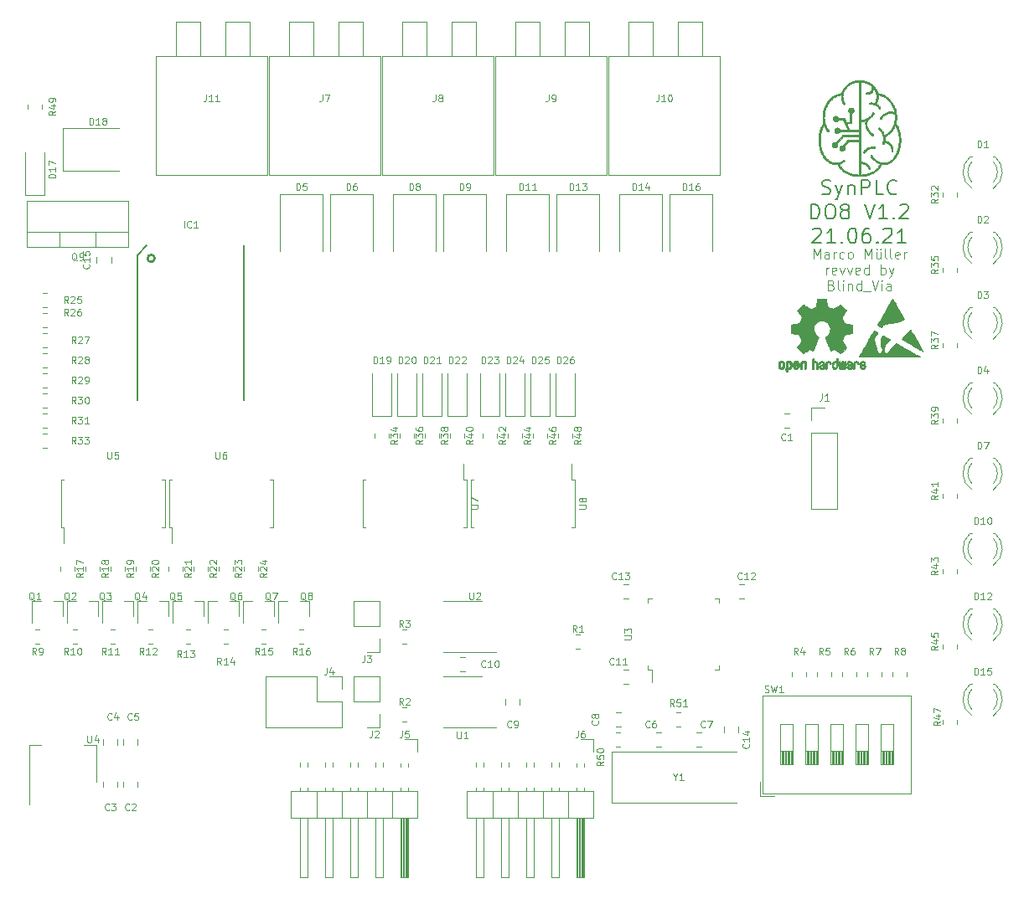
<source format=gbr>
%TF.GenerationSoftware,KiCad,Pcbnew,5.1.10-88a1d61d58~90~ubuntu20.04.1*%
%TF.CreationDate,2021-10-13T16:20:15+02:00*%
%TF.ProjectId,DO8_V1.2,444f385f-5631-42e3-922e-6b696361645f,rev?*%
%TF.SameCoordinates,Original*%
%TF.FileFunction,Legend,Top*%
%TF.FilePolarity,Positive*%
%FSLAX46Y46*%
G04 Gerber Fmt 4.6, Leading zero omitted, Abs format (unit mm)*
G04 Created by KiCad (PCBNEW 5.1.10-88a1d61d58~90~ubuntu20.04.1) date 2021-10-13 16:20:15*
%MOMM*%
%LPD*%
G01*
G04 APERTURE LIST*
%ADD10C,0.100000*%
%ADD11C,0.200000*%
%ADD12C,0.010000*%
%ADD13C,0.120000*%
%ADD14C,0.203200*%
%ADD15C,0.250000*%
G04 APERTURE END LIST*
D10*
X150701142Y-93480380D02*
X150701142Y-92480380D01*
X151034476Y-93194666D01*
X151367809Y-92480380D01*
X151367809Y-93480380D01*
X152272571Y-93480380D02*
X152272571Y-92956571D01*
X152224952Y-92861333D01*
X152129714Y-92813714D01*
X151939238Y-92813714D01*
X151844000Y-92861333D01*
X152272571Y-93432761D02*
X152177333Y-93480380D01*
X151939238Y-93480380D01*
X151844000Y-93432761D01*
X151796380Y-93337523D01*
X151796380Y-93242285D01*
X151844000Y-93147047D01*
X151939238Y-93099428D01*
X152177333Y-93099428D01*
X152272571Y-93051809D01*
X152748761Y-93480380D02*
X152748761Y-92813714D01*
X152748761Y-93004190D02*
X152796380Y-92908952D01*
X152844000Y-92861333D01*
X152939238Y-92813714D01*
X153034476Y-92813714D01*
X153796380Y-93432761D02*
X153701142Y-93480380D01*
X153510666Y-93480380D01*
X153415428Y-93432761D01*
X153367809Y-93385142D01*
X153320190Y-93289904D01*
X153320190Y-93004190D01*
X153367809Y-92908952D01*
X153415428Y-92861333D01*
X153510666Y-92813714D01*
X153701142Y-92813714D01*
X153796380Y-92861333D01*
X154367809Y-93480380D02*
X154272571Y-93432761D01*
X154224952Y-93385142D01*
X154177333Y-93289904D01*
X154177333Y-93004190D01*
X154224952Y-92908952D01*
X154272571Y-92861333D01*
X154367809Y-92813714D01*
X154510666Y-92813714D01*
X154605904Y-92861333D01*
X154653523Y-92908952D01*
X154701142Y-93004190D01*
X154701142Y-93289904D01*
X154653523Y-93385142D01*
X154605904Y-93432761D01*
X154510666Y-93480380D01*
X154367809Y-93480380D01*
X155891619Y-93480380D02*
X155891619Y-92480380D01*
X156224952Y-93194666D01*
X156558285Y-92480380D01*
X156558285Y-93480380D01*
X157463047Y-92813714D02*
X157463047Y-93480380D01*
X157034476Y-92813714D02*
X157034476Y-93337523D01*
X157082095Y-93432761D01*
X157177333Y-93480380D01*
X157320190Y-93480380D01*
X157415428Y-93432761D01*
X157463047Y-93385142D01*
X157082095Y-92480380D02*
X157129714Y-92528000D01*
X157082095Y-92575619D01*
X157034476Y-92528000D01*
X157082095Y-92480380D01*
X157082095Y-92575619D01*
X157463047Y-92480380D02*
X157510666Y-92528000D01*
X157463047Y-92575619D01*
X157415428Y-92528000D01*
X157463047Y-92480380D01*
X157463047Y-92575619D01*
X158082095Y-93480380D02*
X157986857Y-93432761D01*
X157939238Y-93337523D01*
X157939238Y-92480380D01*
X158605904Y-93480380D02*
X158510666Y-93432761D01*
X158463047Y-93337523D01*
X158463047Y-92480380D01*
X159367809Y-93432761D02*
X159272571Y-93480380D01*
X159082095Y-93480380D01*
X158986857Y-93432761D01*
X158939238Y-93337523D01*
X158939238Y-92956571D01*
X158986857Y-92861333D01*
X159082095Y-92813714D01*
X159272571Y-92813714D01*
X159367809Y-92861333D01*
X159415428Y-92956571D01*
X159415428Y-93051809D01*
X158939238Y-93147047D01*
X159844000Y-93480380D02*
X159844000Y-92813714D01*
X159844000Y-93004190D02*
X159891619Y-92908952D01*
X159939238Y-92861333D01*
X160034476Y-92813714D01*
X160129714Y-92813714D01*
X151986857Y-95080380D02*
X151986857Y-94413714D01*
X151986857Y-94604190D02*
X152034476Y-94508952D01*
X152082095Y-94461333D01*
X152177333Y-94413714D01*
X152272571Y-94413714D01*
X152986857Y-95032761D02*
X152891619Y-95080380D01*
X152701142Y-95080380D01*
X152605904Y-95032761D01*
X152558285Y-94937523D01*
X152558285Y-94556571D01*
X152605904Y-94461333D01*
X152701142Y-94413714D01*
X152891619Y-94413714D01*
X152986857Y-94461333D01*
X153034476Y-94556571D01*
X153034476Y-94651809D01*
X152558285Y-94747047D01*
X153367809Y-94413714D02*
X153605904Y-95080380D01*
X153844000Y-94413714D01*
X154129714Y-94413714D02*
X154367809Y-95080380D01*
X154605904Y-94413714D01*
X155367809Y-95032761D02*
X155272571Y-95080380D01*
X155082095Y-95080380D01*
X154986857Y-95032761D01*
X154939238Y-94937523D01*
X154939238Y-94556571D01*
X154986857Y-94461333D01*
X155082095Y-94413714D01*
X155272571Y-94413714D01*
X155367809Y-94461333D01*
X155415428Y-94556571D01*
X155415428Y-94651809D01*
X154939238Y-94747047D01*
X156272571Y-95080380D02*
X156272571Y-94080380D01*
X156272571Y-95032761D02*
X156177333Y-95080380D01*
X155986857Y-95080380D01*
X155891619Y-95032761D01*
X155844000Y-94985142D01*
X155796380Y-94889904D01*
X155796380Y-94604190D01*
X155844000Y-94508952D01*
X155891619Y-94461333D01*
X155986857Y-94413714D01*
X156177333Y-94413714D01*
X156272571Y-94461333D01*
X157510666Y-95080380D02*
X157510666Y-94080380D01*
X157510666Y-94461333D02*
X157605904Y-94413714D01*
X157796380Y-94413714D01*
X157891619Y-94461333D01*
X157939238Y-94508952D01*
X157986857Y-94604190D01*
X157986857Y-94889904D01*
X157939238Y-94985142D01*
X157891619Y-95032761D01*
X157796380Y-95080380D01*
X157605904Y-95080380D01*
X157510666Y-95032761D01*
X158320190Y-94413714D02*
X158558285Y-95080380D01*
X158796380Y-94413714D02*
X158558285Y-95080380D01*
X158463047Y-95318476D01*
X158415428Y-95366095D01*
X158320190Y-95413714D01*
X152510666Y-96156571D02*
X152653523Y-96204190D01*
X152701142Y-96251809D01*
X152748761Y-96347047D01*
X152748761Y-96489904D01*
X152701142Y-96585142D01*
X152653523Y-96632761D01*
X152558285Y-96680380D01*
X152177333Y-96680380D01*
X152177333Y-95680380D01*
X152510666Y-95680380D01*
X152605904Y-95728000D01*
X152653523Y-95775619D01*
X152701142Y-95870857D01*
X152701142Y-95966095D01*
X152653523Y-96061333D01*
X152605904Y-96108952D01*
X152510666Y-96156571D01*
X152177333Y-96156571D01*
X153320190Y-96680380D02*
X153224952Y-96632761D01*
X153177333Y-96537523D01*
X153177333Y-95680380D01*
X153701142Y-96680380D02*
X153701142Y-96013714D01*
X153701142Y-95680380D02*
X153653523Y-95728000D01*
X153701142Y-95775619D01*
X153748761Y-95728000D01*
X153701142Y-95680380D01*
X153701142Y-95775619D01*
X154177333Y-96013714D02*
X154177333Y-96680380D01*
X154177333Y-96108952D02*
X154224952Y-96061333D01*
X154320190Y-96013714D01*
X154463047Y-96013714D01*
X154558285Y-96061333D01*
X154605904Y-96156571D01*
X154605904Y-96680380D01*
X155510666Y-96680380D02*
X155510666Y-95680380D01*
X155510666Y-96632761D02*
X155415428Y-96680380D01*
X155224952Y-96680380D01*
X155129714Y-96632761D01*
X155082095Y-96585142D01*
X155034476Y-96489904D01*
X155034476Y-96204190D01*
X155082095Y-96108952D01*
X155129714Y-96061333D01*
X155224952Y-96013714D01*
X155415428Y-96013714D01*
X155510666Y-96061333D01*
X155748761Y-96775619D02*
X156510666Y-96775619D01*
X156605904Y-95680380D02*
X156939238Y-96680380D01*
X157272571Y-95680380D01*
X157605904Y-96680380D02*
X157605904Y-96013714D01*
X157605904Y-95680380D02*
X157558285Y-95728000D01*
X157605904Y-95775619D01*
X157653523Y-95728000D01*
X157605904Y-95680380D01*
X157605904Y-95775619D01*
X158510666Y-96680380D02*
X158510666Y-96156571D01*
X158463047Y-96061333D01*
X158367809Y-96013714D01*
X158177333Y-96013714D01*
X158082095Y-96061333D01*
X158510666Y-96632761D02*
X158415428Y-96680380D01*
X158177333Y-96680380D01*
X158082095Y-96632761D01*
X158034476Y-96537523D01*
X158034476Y-96442285D01*
X158082095Y-96347047D01*
X158177333Y-96299428D01*
X158415428Y-96299428D01*
X158510666Y-96251809D01*
D11*
X151558285Y-86943142D02*
X151772571Y-87014571D01*
X152129714Y-87014571D01*
X152272571Y-86943142D01*
X152344000Y-86871714D01*
X152415428Y-86728857D01*
X152415428Y-86586000D01*
X152344000Y-86443142D01*
X152272571Y-86371714D01*
X152129714Y-86300285D01*
X151844000Y-86228857D01*
X151701142Y-86157428D01*
X151629714Y-86086000D01*
X151558285Y-85943142D01*
X151558285Y-85800285D01*
X151629714Y-85657428D01*
X151701142Y-85586000D01*
X151844000Y-85514571D01*
X152201142Y-85514571D01*
X152415428Y-85586000D01*
X152915428Y-86014571D02*
X153272571Y-87014571D01*
X153629714Y-86014571D02*
X153272571Y-87014571D01*
X153129714Y-87371714D01*
X153058285Y-87443142D01*
X152915428Y-87514571D01*
X154201142Y-86014571D02*
X154201142Y-87014571D01*
X154201142Y-86157428D02*
X154272571Y-86086000D01*
X154415428Y-86014571D01*
X154629714Y-86014571D01*
X154772571Y-86086000D01*
X154844000Y-86228857D01*
X154844000Y-87014571D01*
X155558285Y-87014571D02*
X155558285Y-85514571D01*
X156129714Y-85514571D01*
X156272571Y-85586000D01*
X156344000Y-85657428D01*
X156415428Y-85800285D01*
X156415428Y-86014571D01*
X156344000Y-86157428D01*
X156272571Y-86228857D01*
X156129714Y-86300285D01*
X155558285Y-86300285D01*
X157772571Y-87014571D02*
X157058285Y-87014571D01*
X157058285Y-85514571D01*
X159129714Y-86871714D02*
X159058285Y-86943142D01*
X158844000Y-87014571D01*
X158701142Y-87014571D01*
X158486857Y-86943142D01*
X158344000Y-86800285D01*
X158272571Y-86657428D01*
X158201142Y-86371714D01*
X158201142Y-86157428D01*
X158272571Y-85871714D01*
X158344000Y-85728857D01*
X158486857Y-85586000D01*
X158701142Y-85514571D01*
X158844000Y-85514571D01*
X159058285Y-85586000D01*
X159129714Y-85657428D01*
X150451142Y-89464571D02*
X150451142Y-87964571D01*
X150808285Y-87964571D01*
X151022571Y-88036000D01*
X151165428Y-88178857D01*
X151236857Y-88321714D01*
X151308285Y-88607428D01*
X151308285Y-88821714D01*
X151236857Y-89107428D01*
X151165428Y-89250285D01*
X151022571Y-89393142D01*
X150808285Y-89464571D01*
X150451142Y-89464571D01*
X152236857Y-87964571D02*
X152522571Y-87964571D01*
X152665428Y-88036000D01*
X152808285Y-88178857D01*
X152879714Y-88464571D01*
X152879714Y-88964571D01*
X152808285Y-89250285D01*
X152665428Y-89393142D01*
X152522571Y-89464571D01*
X152236857Y-89464571D01*
X152094000Y-89393142D01*
X151951142Y-89250285D01*
X151879714Y-88964571D01*
X151879714Y-88464571D01*
X151951142Y-88178857D01*
X152094000Y-88036000D01*
X152236857Y-87964571D01*
X153736857Y-88607428D02*
X153594000Y-88536000D01*
X153522571Y-88464571D01*
X153451142Y-88321714D01*
X153451142Y-88250285D01*
X153522571Y-88107428D01*
X153594000Y-88036000D01*
X153736857Y-87964571D01*
X154022571Y-87964571D01*
X154165428Y-88036000D01*
X154236857Y-88107428D01*
X154308285Y-88250285D01*
X154308285Y-88321714D01*
X154236857Y-88464571D01*
X154165428Y-88536000D01*
X154022571Y-88607428D01*
X153736857Y-88607428D01*
X153594000Y-88678857D01*
X153522571Y-88750285D01*
X153451142Y-88893142D01*
X153451142Y-89178857D01*
X153522571Y-89321714D01*
X153594000Y-89393142D01*
X153736857Y-89464571D01*
X154022571Y-89464571D01*
X154165428Y-89393142D01*
X154236857Y-89321714D01*
X154308285Y-89178857D01*
X154308285Y-88893142D01*
X154236857Y-88750285D01*
X154165428Y-88678857D01*
X154022571Y-88607428D01*
X155879714Y-87964571D02*
X156379714Y-89464571D01*
X156879714Y-87964571D01*
X158165428Y-89464571D02*
X157308285Y-89464571D01*
X157736857Y-89464571D02*
X157736857Y-87964571D01*
X157594000Y-88178857D01*
X157451142Y-88321714D01*
X157308285Y-88393142D01*
X158808285Y-89321714D02*
X158879714Y-89393142D01*
X158808285Y-89464571D01*
X158736857Y-89393142D01*
X158808285Y-89321714D01*
X158808285Y-89464571D01*
X159451142Y-88107428D02*
X159522571Y-88036000D01*
X159665428Y-87964571D01*
X160022571Y-87964571D01*
X160165428Y-88036000D01*
X160236857Y-88107428D01*
X160308285Y-88250285D01*
X160308285Y-88393142D01*
X160236857Y-88607428D01*
X159379714Y-89464571D01*
X160308285Y-89464571D01*
X150629714Y-90557428D02*
X150701142Y-90486000D01*
X150844000Y-90414571D01*
X151201142Y-90414571D01*
X151344000Y-90486000D01*
X151415428Y-90557428D01*
X151486857Y-90700285D01*
X151486857Y-90843142D01*
X151415428Y-91057428D01*
X150558285Y-91914571D01*
X151486857Y-91914571D01*
X152915428Y-91914571D02*
X152058285Y-91914571D01*
X152486857Y-91914571D02*
X152486857Y-90414571D01*
X152344000Y-90628857D01*
X152201142Y-90771714D01*
X152058285Y-90843142D01*
X153558285Y-91771714D02*
X153629714Y-91843142D01*
X153558285Y-91914571D01*
X153486857Y-91843142D01*
X153558285Y-91771714D01*
X153558285Y-91914571D01*
X154558285Y-90414571D02*
X154701142Y-90414571D01*
X154844000Y-90486000D01*
X154915428Y-90557428D01*
X154986857Y-90700285D01*
X155058285Y-90986000D01*
X155058285Y-91343142D01*
X154986857Y-91628857D01*
X154915428Y-91771714D01*
X154844000Y-91843142D01*
X154701142Y-91914571D01*
X154558285Y-91914571D01*
X154415428Y-91843142D01*
X154344000Y-91771714D01*
X154272571Y-91628857D01*
X154201142Y-91343142D01*
X154201142Y-90986000D01*
X154272571Y-90700285D01*
X154344000Y-90557428D01*
X154415428Y-90486000D01*
X154558285Y-90414571D01*
X156344000Y-90414571D02*
X156058285Y-90414571D01*
X155915428Y-90486000D01*
X155844000Y-90557428D01*
X155701142Y-90771714D01*
X155629714Y-91057428D01*
X155629714Y-91628857D01*
X155701142Y-91771714D01*
X155772571Y-91843142D01*
X155915428Y-91914571D01*
X156201142Y-91914571D01*
X156344000Y-91843142D01*
X156415428Y-91771714D01*
X156486857Y-91628857D01*
X156486857Y-91271714D01*
X156415428Y-91128857D01*
X156344000Y-91057428D01*
X156201142Y-90986000D01*
X155915428Y-90986000D01*
X155772571Y-91057428D01*
X155701142Y-91128857D01*
X155629714Y-91271714D01*
X157129714Y-91771714D02*
X157201142Y-91843142D01*
X157129714Y-91914571D01*
X157058285Y-91843142D01*
X157129714Y-91771714D01*
X157129714Y-91914571D01*
X157772571Y-90557428D02*
X157844000Y-90486000D01*
X157986857Y-90414571D01*
X158344000Y-90414571D01*
X158486857Y-90486000D01*
X158558285Y-90557428D01*
X158629714Y-90700285D01*
X158629714Y-90843142D01*
X158558285Y-91057428D01*
X157701142Y-91914571D01*
X158629714Y-91914571D01*
X160058285Y-91914571D02*
X159201142Y-91914571D01*
X159629714Y-91914571D02*
X159629714Y-90414571D01*
X159486857Y-90628857D01*
X159344000Y-90771714D01*
X159201142Y-90843142D01*
D12*
%TO.C,REF\u002A\u002A*%
G36*
X156841094Y-100761158D02*
G01*
X156873619Y-100773736D01*
X156923193Y-100798712D01*
X156994374Y-100837876D01*
X156999916Y-100840988D01*
X157065474Y-100878476D01*
X157120798Y-100911319D01*
X157160455Y-100936205D01*
X157179012Y-100949820D01*
X157179531Y-100950487D01*
X157175048Y-100969390D01*
X157154486Y-101011605D01*
X157119183Y-101074832D01*
X157070480Y-101156772D01*
X157009718Y-101255122D01*
X156938236Y-101367585D01*
X156920445Y-101395165D01*
X156874093Y-101471699D01*
X156840342Y-101537556D01*
X156822153Y-101586782D01*
X156820286Y-101596507D01*
X156821115Y-101639312D01*
X156830394Y-101707209D01*
X156846968Y-101795843D01*
X156869680Y-101900859D01*
X156897373Y-102017902D01*
X156928890Y-102142616D01*
X156963075Y-102270645D01*
X156998771Y-102397634D01*
X157034821Y-102519228D01*
X157070068Y-102631072D01*
X157103356Y-102728810D01*
X157133528Y-102808087D01*
X157154561Y-102855122D01*
X157179337Y-102905225D01*
X157202730Y-102953168D01*
X157203997Y-102955793D01*
X157242699Y-103004220D01*
X157299184Y-103036828D01*
X157364939Y-103052454D01*
X157431451Y-103049937D01*
X157490205Y-103028114D01*
X157523258Y-102999382D01*
X157570859Y-102920583D01*
X157605739Y-102822378D01*
X157624877Y-102714779D01*
X157627588Y-102653780D01*
X157616670Y-102539935D01*
X157584624Y-102445660D01*
X157529726Y-102366379D01*
X157512607Y-102348733D01*
X157461661Y-102299235D01*
X157458163Y-101949362D01*
X157454664Y-101599489D01*
X157543818Y-101464531D01*
X157585654Y-101403445D01*
X157625945Y-101348493D01*
X157658943Y-101307336D01*
X157673126Y-101292192D01*
X157713281Y-101254810D01*
X157767665Y-101284098D01*
X157802039Y-101305084D01*
X157820846Y-101321378D01*
X157822049Y-101324307D01*
X157834903Y-101336728D01*
X157856896Y-101345977D01*
X157878150Y-101354313D01*
X157910694Y-101370149D01*
X157957322Y-101395033D01*
X158020829Y-101430509D01*
X158104008Y-101478123D01*
X158209653Y-101539422D01*
X158267062Y-101572932D01*
X158334594Y-101613071D01*
X158378885Y-101641659D01*
X158403855Y-101662039D01*
X158413423Y-101677553D01*
X158411508Y-101691546D01*
X158409911Y-101694796D01*
X158394376Y-101715266D01*
X158361136Y-101753665D01*
X158314062Y-101805696D01*
X158257028Y-101867066D01*
X158207700Y-101919090D01*
X158094030Y-102042567D01*
X158005105Y-102149591D01*
X157940134Y-102241240D01*
X157898321Y-102318588D01*
X157884217Y-102357866D01*
X157878392Y-102392249D01*
X157872375Y-102450899D01*
X157866696Y-102527117D01*
X157861884Y-102614202D01*
X157859619Y-102669268D01*
X157856459Y-102764464D01*
X157855069Y-102834062D01*
X157855858Y-102883409D01*
X157859235Y-102917854D01*
X157865608Y-102942743D01*
X157875387Y-102963425D01*
X157883067Y-102976053D01*
X157927421Y-103024726D01*
X157984574Y-103058645D01*
X158044708Y-103073438D01*
X158089773Y-103068086D01*
X158130576Y-103044930D01*
X158181724Y-103003462D01*
X158236042Y-102950912D01*
X158286357Y-102894516D01*
X158325494Y-102841505D01*
X158339905Y-102815889D01*
X158361491Y-102780814D01*
X158400753Y-102727389D01*
X158454102Y-102659789D01*
X158517952Y-102582190D01*
X158588715Y-102498768D01*
X158662804Y-102413698D01*
X158736632Y-102331155D01*
X158806611Y-102255316D01*
X158869155Y-102190356D01*
X158918260Y-102142669D01*
X158972779Y-102095032D01*
X159018642Y-102059908D01*
X159050811Y-102040949D01*
X159061489Y-102038864D01*
X159077853Y-102047274D01*
X159118671Y-102069846D01*
X159181586Y-102105224D01*
X159264244Y-102152054D01*
X159364289Y-102208981D01*
X159479366Y-102274649D01*
X159607119Y-102347703D01*
X159745194Y-102426788D01*
X159891234Y-102510548D01*
X160042884Y-102597629D01*
X160197790Y-102686676D01*
X160353595Y-102776332D01*
X160507944Y-102865243D01*
X160658482Y-102952054D01*
X160802854Y-103035409D01*
X160938704Y-103113954D01*
X161063677Y-103186333D01*
X161175417Y-103251190D01*
X161271570Y-103307171D01*
X161349779Y-103352920D01*
X161407689Y-103387083D01*
X161442946Y-103408304D01*
X161453165Y-103414963D01*
X161439402Y-103416280D01*
X161396104Y-103417559D01*
X161324714Y-103418796D01*
X161226673Y-103419983D01*
X161103422Y-103421115D01*
X160956403Y-103422186D01*
X160787057Y-103423189D01*
X160596826Y-103424119D01*
X160387151Y-103424968D01*
X160159473Y-103425732D01*
X159915235Y-103426403D01*
X159655877Y-103426976D01*
X159382841Y-103427444D01*
X159097568Y-103427802D01*
X158801500Y-103428042D01*
X158496079Y-103428159D01*
X158367924Y-103428171D01*
X155267970Y-103428171D01*
X155489053Y-103044847D01*
X155535856Y-102963680D01*
X155596102Y-102859166D01*
X155667778Y-102734801D01*
X155748869Y-102594082D01*
X155837362Y-102440503D01*
X155931240Y-102277562D01*
X156028491Y-102108754D01*
X156127100Y-101937575D01*
X156225053Y-101767521D01*
X156249825Y-101724512D01*
X156340152Y-101567857D01*
X156426289Y-101418803D01*
X156506942Y-101279568D01*
X156580816Y-101152371D01*
X156646617Y-101039432D01*
X156703050Y-100942968D01*
X156748821Y-100865200D01*
X156782635Y-100808346D01*
X156803198Y-100774625D01*
X156808953Y-100766040D01*
X156821058Y-100759189D01*
X156841094Y-100761158D01*
G37*
X156841094Y-100761158D02*
X156873619Y-100773736D01*
X156923193Y-100798712D01*
X156994374Y-100837876D01*
X156999916Y-100840988D01*
X157065474Y-100878476D01*
X157120798Y-100911319D01*
X157160455Y-100936205D01*
X157179012Y-100949820D01*
X157179531Y-100950487D01*
X157175048Y-100969390D01*
X157154486Y-101011605D01*
X157119183Y-101074832D01*
X157070480Y-101156772D01*
X157009718Y-101255122D01*
X156938236Y-101367585D01*
X156920445Y-101395165D01*
X156874093Y-101471699D01*
X156840342Y-101537556D01*
X156822153Y-101586782D01*
X156820286Y-101596507D01*
X156821115Y-101639312D01*
X156830394Y-101707209D01*
X156846968Y-101795843D01*
X156869680Y-101900859D01*
X156897373Y-102017902D01*
X156928890Y-102142616D01*
X156963075Y-102270645D01*
X156998771Y-102397634D01*
X157034821Y-102519228D01*
X157070068Y-102631072D01*
X157103356Y-102728810D01*
X157133528Y-102808087D01*
X157154561Y-102855122D01*
X157179337Y-102905225D01*
X157202730Y-102953168D01*
X157203997Y-102955793D01*
X157242699Y-103004220D01*
X157299184Y-103036828D01*
X157364939Y-103052454D01*
X157431451Y-103049937D01*
X157490205Y-103028114D01*
X157523258Y-102999382D01*
X157570859Y-102920583D01*
X157605739Y-102822378D01*
X157624877Y-102714779D01*
X157627588Y-102653780D01*
X157616670Y-102539935D01*
X157584624Y-102445660D01*
X157529726Y-102366379D01*
X157512607Y-102348733D01*
X157461661Y-102299235D01*
X157458163Y-101949362D01*
X157454664Y-101599489D01*
X157543818Y-101464531D01*
X157585654Y-101403445D01*
X157625945Y-101348493D01*
X157658943Y-101307336D01*
X157673126Y-101292192D01*
X157713281Y-101254810D01*
X157767665Y-101284098D01*
X157802039Y-101305084D01*
X157820846Y-101321378D01*
X157822049Y-101324307D01*
X157834903Y-101336728D01*
X157856896Y-101345977D01*
X157878150Y-101354313D01*
X157910694Y-101370149D01*
X157957322Y-101395033D01*
X158020829Y-101430509D01*
X158104008Y-101478123D01*
X158209653Y-101539422D01*
X158267062Y-101572932D01*
X158334594Y-101613071D01*
X158378885Y-101641659D01*
X158403855Y-101662039D01*
X158413423Y-101677553D01*
X158411508Y-101691546D01*
X158409911Y-101694796D01*
X158394376Y-101715266D01*
X158361136Y-101753665D01*
X158314062Y-101805696D01*
X158257028Y-101867066D01*
X158207700Y-101919090D01*
X158094030Y-102042567D01*
X158005105Y-102149591D01*
X157940134Y-102241240D01*
X157898321Y-102318588D01*
X157884217Y-102357866D01*
X157878392Y-102392249D01*
X157872375Y-102450899D01*
X157866696Y-102527117D01*
X157861884Y-102614202D01*
X157859619Y-102669268D01*
X157856459Y-102764464D01*
X157855069Y-102834062D01*
X157855858Y-102883409D01*
X157859235Y-102917854D01*
X157865608Y-102942743D01*
X157875387Y-102963425D01*
X157883067Y-102976053D01*
X157927421Y-103024726D01*
X157984574Y-103058645D01*
X158044708Y-103073438D01*
X158089773Y-103068086D01*
X158130576Y-103044930D01*
X158181724Y-103003462D01*
X158236042Y-102950912D01*
X158286357Y-102894516D01*
X158325494Y-102841505D01*
X158339905Y-102815889D01*
X158361491Y-102780814D01*
X158400753Y-102727389D01*
X158454102Y-102659789D01*
X158517952Y-102582190D01*
X158588715Y-102498768D01*
X158662804Y-102413698D01*
X158736632Y-102331155D01*
X158806611Y-102255316D01*
X158869155Y-102190356D01*
X158918260Y-102142669D01*
X158972779Y-102095032D01*
X159018642Y-102059908D01*
X159050811Y-102040949D01*
X159061489Y-102038864D01*
X159077853Y-102047274D01*
X159118671Y-102069846D01*
X159181586Y-102105224D01*
X159264244Y-102152054D01*
X159364289Y-102208981D01*
X159479366Y-102274649D01*
X159607119Y-102347703D01*
X159745194Y-102426788D01*
X159891234Y-102510548D01*
X160042884Y-102597629D01*
X160197790Y-102686676D01*
X160353595Y-102776332D01*
X160507944Y-102865243D01*
X160658482Y-102952054D01*
X160802854Y-103035409D01*
X160938704Y-103113954D01*
X161063677Y-103186333D01*
X161175417Y-103251190D01*
X161271570Y-103307171D01*
X161349779Y-103352920D01*
X161407689Y-103387083D01*
X161442946Y-103408304D01*
X161453165Y-103414963D01*
X161439402Y-103416280D01*
X161396104Y-103417559D01*
X161324714Y-103418796D01*
X161226673Y-103419983D01*
X161103422Y-103421115D01*
X160956403Y-103422186D01*
X160787057Y-103423189D01*
X160596826Y-103424119D01*
X160387151Y-103424968D01*
X160159473Y-103425732D01*
X159915235Y-103426403D01*
X159655877Y-103426976D01*
X159382841Y-103427444D01*
X159097568Y-103427802D01*
X158801500Y-103428042D01*
X158496079Y-103428159D01*
X158367924Y-103428171D01*
X155267970Y-103428171D01*
X155489053Y-103044847D01*
X155535856Y-102963680D01*
X155596102Y-102859166D01*
X155667778Y-102734801D01*
X155748869Y-102594082D01*
X155837362Y-102440503D01*
X155931240Y-102277562D01*
X156028491Y-102108754D01*
X156127100Y-101937575D01*
X156225053Y-101767521D01*
X156249825Y-101724512D01*
X156340152Y-101567857D01*
X156426289Y-101418803D01*
X156506942Y-101279568D01*
X156580816Y-101152371D01*
X156646617Y-101039432D01*
X156703050Y-100942968D01*
X156748821Y-100865200D01*
X156782635Y-100808346D01*
X156803198Y-100774625D01*
X156808953Y-100766040D01*
X156821058Y-100759189D01*
X156841094Y-100761158D01*
G36*
X160506528Y-100704619D02*
G01*
X160517908Y-100723693D01*
X160543488Y-100767421D01*
X160582002Y-100833619D01*
X160632186Y-100920102D01*
X160692775Y-101024685D01*
X160762503Y-101145183D01*
X160840107Y-101279412D01*
X160924320Y-101425187D01*
X161013879Y-101580323D01*
X161105998Y-101740000D01*
X161200076Y-101903117D01*
X161290402Y-102059709D01*
X161375665Y-102207506D01*
X161454557Y-102344240D01*
X161525769Y-102467642D01*
X161587991Y-102575444D01*
X161639913Y-102665377D01*
X161680228Y-102735173D01*
X161707624Y-102782564D01*
X161720507Y-102804786D01*
X161741507Y-102842330D01*
X161752925Y-102865831D01*
X161753551Y-102869920D01*
X161739636Y-102862242D01*
X161700941Y-102840203D01*
X161639487Y-102804971D01*
X161557298Y-102757711D01*
X161456396Y-102699589D01*
X161338805Y-102631771D01*
X161206546Y-102555424D01*
X161061642Y-102471714D01*
X160906117Y-102381806D01*
X160741992Y-102286867D01*
X160679549Y-102250732D01*
X160512487Y-102154083D01*
X160353074Y-102061938D01*
X160203355Y-101975475D01*
X160065376Y-101895871D01*
X159941185Y-101824305D01*
X159832827Y-101761955D01*
X159742348Y-101709998D01*
X159671796Y-101669613D01*
X159623215Y-101641978D01*
X159598654Y-101628272D01*
X159596085Y-101626974D01*
X159603569Y-101615220D01*
X159629614Y-101583795D01*
X159671559Y-101535594D01*
X159726746Y-101473510D01*
X159792517Y-101400439D01*
X159866212Y-101319276D01*
X159945173Y-101232916D01*
X160026740Y-101144253D01*
X160108254Y-101056182D01*
X160187057Y-100971599D01*
X160260490Y-100893397D01*
X160325893Y-100824472D01*
X160380608Y-100767719D01*
X160421977Y-100726032D01*
X160436164Y-100712363D01*
X160483180Y-100668201D01*
X160506528Y-100704619D01*
G37*
X160506528Y-100704619D02*
X160517908Y-100723693D01*
X160543488Y-100767421D01*
X160582002Y-100833619D01*
X160632186Y-100920102D01*
X160692775Y-101024685D01*
X160762503Y-101145183D01*
X160840107Y-101279412D01*
X160924320Y-101425187D01*
X161013879Y-101580323D01*
X161105998Y-101740000D01*
X161200076Y-101903117D01*
X161290402Y-102059709D01*
X161375665Y-102207506D01*
X161454557Y-102344240D01*
X161525769Y-102467642D01*
X161587991Y-102575444D01*
X161639913Y-102665377D01*
X161680228Y-102735173D01*
X161707624Y-102782564D01*
X161720507Y-102804786D01*
X161741507Y-102842330D01*
X161752925Y-102865831D01*
X161753551Y-102869920D01*
X161739636Y-102862242D01*
X161700941Y-102840203D01*
X161639487Y-102804971D01*
X161557298Y-102757711D01*
X161456396Y-102699589D01*
X161338805Y-102631771D01*
X161206546Y-102555424D01*
X161061642Y-102471714D01*
X160906117Y-102381806D01*
X160741992Y-102286867D01*
X160679549Y-102250732D01*
X160512487Y-102154083D01*
X160353074Y-102061938D01*
X160203355Y-101975475D01*
X160065376Y-101895871D01*
X159941185Y-101824305D01*
X159832827Y-101761955D01*
X159742348Y-101709998D01*
X159671796Y-101669613D01*
X159623215Y-101641978D01*
X159598654Y-101628272D01*
X159596085Y-101626974D01*
X159603569Y-101615220D01*
X159629614Y-101583795D01*
X159671559Y-101535594D01*
X159726746Y-101473510D01*
X159792517Y-101400439D01*
X159866212Y-101319276D01*
X159945173Y-101232916D01*
X160026740Y-101144253D01*
X160108254Y-101056182D01*
X160187057Y-100971599D01*
X160260490Y-100893397D01*
X160325893Y-100824472D01*
X160380608Y-100767719D01*
X160421977Y-100726032D01*
X160436164Y-100712363D01*
X160483180Y-100668201D01*
X160506528Y-100704619D01*
G36*
X158683043Y-97555835D02*
G01*
X158706065Y-97593245D01*
X158741534Y-97652514D01*
X158787996Y-97731118D01*
X158843996Y-97826538D01*
X158908081Y-97936250D01*
X158978796Y-98057734D01*
X159054687Y-98188468D01*
X159134299Y-98325930D01*
X159216178Y-98467598D01*
X159298870Y-98610951D01*
X159380921Y-98753467D01*
X159460876Y-98892624D01*
X159537281Y-99025901D01*
X159608682Y-99150776D01*
X159673624Y-99264727D01*
X159730653Y-99365233D01*
X159778315Y-99449772D01*
X159815155Y-99515822D01*
X159839720Y-99560862D01*
X159850554Y-99582370D01*
X159850951Y-99583714D01*
X159837501Y-99601965D01*
X159800114Y-99629882D01*
X159743235Y-99664725D01*
X159671312Y-99703754D01*
X159596015Y-99740843D01*
X159493560Y-99785817D01*
X159385817Y-99826226D01*
X159269073Y-99862969D01*
X159139618Y-99896942D01*
X158993740Y-99929044D01*
X158827726Y-99960173D01*
X158637866Y-99991227D01*
X158441469Y-100020145D01*
X158270834Y-100045800D01*
X158127545Y-100071198D01*
X158008008Y-100097602D01*
X157908630Y-100126273D01*
X157825818Y-100158473D01*
X157755978Y-100195465D01*
X157695518Y-100238512D01*
X157640845Y-100288875D01*
X157623214Y-100307583D01*
X157585000Y-100351139D01*
X157556732Y-100386682D01*
X157543618Y-100407583D01*
X157543268Y-100409297D01*
X157538680Y-100419806D01*
X157522758Y-100419924D01*
X157492266Y-100408254D01*
X157443968Y-100383396D01*
X157374627Y-100343952D01*
X157326439Y-100315587D01*
X157254583Y-100271247D01*
X157198742Y-100233279D01*
X157162667Y-100204416D01*
X157150113Y-100187388D01*
X157150121Y-100187264D01*
X157157906Y-100171037D01*
X157179892Y-100130400D01*
X157214803Y-100067567D01*
X157261363Y-99984752D01*
X157318295Y-99884172D01*
X157384323Y-99768040D01*
X157458172Y-99638571D01*
X157538564Y-99497980D01*
X157624224Y-99348482D01*
X157713876Y-99192292D01*
X157806243Y-99031624D01*
X157900049Y-98868693D01*
X157994018Y-98705713D01*
X158086874Y-98544900D01*
X158177340Y-98388468D01*
X158264141Y-98238633D01*
X158346000Y-98097608D01*
X158421641Y-97967609D01*
X158489787Y-97850849D01*
X158549163Y-97749545D01*
X158598493Y-97665911D01*
X158636500Y-97602162D01*
X158661907Y-97560511D01*
X158673440Y-97543175D01*
X158673923Y-97542805D01*
X158683043Y-97555835D01*
G37*
X158683043Y-97555835D02*
X158706065Y-97593245D01*
X158741534Y-97652514D01*
X158787996Y-97731118D01*
X158843996Y-97826538D01*
X158908081Y-97936250D01*
X158978796Y-98057734D01*
X159054687Y-98188468D01*
X159134299Y-98325930D01*
X159216178Y-98467598D01*
X159298870Y-98610951D01*
X159380921Y-98753467D01*
X159460876Y-98892624D01*
X159537281Y-99025901D01*
X159608682Y-99150776D01*
X159673624Y-99264727D01*
X159730653Y-99365233D01*
X159778315Y-99449772D01*
X159815155Y-99515822D01*
X159839720Y-99560862D01*
X159850554Y-99582370D01*
X159850951Y-99583714D01*
X159837501Y-99601965D01*
X159800114Y-99629882D01*
X159743235Y-99664725D01*
X159671312Y-99703754D01*
X159596015Y-99740843D01*
X159493560Y-99785817D01*
X159385817Y-99826226D01*
X159269073Y-99862969D01*
X159139618Y-99896942D01*
X158993740Y-99929044D01*
X158827726Y-99960173D01*
X158637866Y-99991227D01*
X158441469Y-100020145D01*
X158270834Y-100045800D01*
X158127545Y-100071198D01*
X158008008Y-100097602D01*
X157908630Y-100126273D01*
X157825818Y-100158473D01*
X157755978Y-100195465D01*
X157695518Y-100238512D01*
X157640845Y-100288875D01*
X157623214Y-100307583D01*
X157585000Y-100351139D01*
X157556732Y-100386682D01*
X157543618Y-100407583D01*
X157543268Y-100409297D01*
X157538680Y-100419806D01*
X157522758Y-100419924D01*
X157492266Y-100408254D01*
X157443968Y-100383396D01*
X157374627Y-100343952D01*
X157326439Y-100315587D01*
X157254583Y-100271247D01*
X157198742Y-100233279D01*
X157162667Y-100204416D01*
X157150113Y-100187388D01*
X157150121Y-100187264D01*
X157157906Y-100171037D01*
X157179892Y-100130400D01*
X157214803Y-100067567D01*
X157261363Y-99984752D01*
X157318295Y-99884172D01*
X157384323Y-99768040D01*
X157458172Y-99638571D01*
X157538564Y-99497980D01*
X157624224Y-99348482D01*
X157713876Y-99192292D01*
X157806243Y-99031624D01*
X157900049Y-98868693D01*
X157994018Y-98705713D01*
X158086874Y-98544900D01*
X158177340Y-98388468D01*
X158264141Y-98238633D01*
X158346000Y-98097608D01*
X158421641Y-97967609D01*
X158489787Y-97850849D01*
X158549163Y-97749545D01*
X158598493Y-97665911D01*
X158636500Y-97602162D01*
X158661907Y-97560511D01*
X158673440Y-97543175D01*
X158673923Y-97542805D01*
X158683043Y-97555835D01*
D13*
%TO.C,D26*%
X124626000Y-105070000D02*
X124626000Y-109370000D01*
X124626000Y-109370000D02*
X126626000Y-109370000D01*
X126626000Y-109370000D02*
X126626000Y-105070000D01*
%TO.C,D25*%
X122086000Y-105070000D02*
X122086000Y-109370000D01*
X122086000Y-109370000D02*
X124086000Y-109370000D01*
X124086000Y-109370000D02*
X124086000Y-105070000D01*
%TO.C,D24*%
X119546000Y-105070000D02*
X119546000Y-109370000D01*
X119546000Y-109370000D02*
X121546000Y-109370000D01*
X121546000Y-109370000D02*
X121546000Y-105070000D01*
%TO.C,D23*%
X117006000Y-105070000D02*
X117006000Y-109370000D01*
X117006000Y-109370000D02*
X119006000Y-109370000D01*
X119006000Y-109370000D02*
X119006000Y-105070000D01*
%TO.C,D22*%
X113704000Y-105070000D02*
X113704000Y-109370000D01*
X113704000Y-109370000D02*
X115704000Y-109370000D01*
X115704000Y-109370000D02*
X115704000Y-105070000D01*
%TO.C,D21*%
X111164000Y-105070000D02*
X111164000Y-109370000D01*
X111164000Y-109370000D02*
X113164000Y-109370000D01*
X113164000Y-109370000D02*
X113164000Y-105070000D01*
%TO.C,D20*%
X108624000Y-105070000D02*
X108624000Y-109370000D01*
X108624000Y-109370000D02*
X110624000Y-109370000D01*
X110624000Y-109370000D02*
X110624000Y-105070000D01*
%TO.C,D19*%
X106084000Y-105070000D02*
X106084000Y-109370000D01*
X106084000Y-109370000D02*
X108084000Y-109370000D01*
X108084000Y-109370000D02*
X108084000Y-105070000D01*
D12*
%TO.C,REF\u002A\u002A*%
G36*
X148302886Y-103816505D02*
G01*
X148377539Y-103853727D01*
X148443431Y-103922261D01*
X148461577Y-103947648D01*
X148481345Y-103980866D01*
X148494172Y-104016945D01*
X148501510Y-104065098D01*
X148504813Y-104134536D01*
X148505538Y-104226206D01*
X148502263Y-104351830D01*
X148490877Y-104446154D01*
X148469041Y-104516523D01*
X148434419Y-104570286D01*
X148384670Y-104614788D01*
X148381014Y-104617423D01*
X148331985Y-104644377D01*
X148272945Y-104657712D01*
X148197859Y-104661000D01*
X148075795Y-104661000D01*
X148075744Y-104779497D01*
X148074608Y-104845492D01*
X148067686Y-104884202D01*
X148049598Y-104907419D01*
X148014962Y-104926933D01*
X148006645Y-104930920D01*
X147967720Y-104949603D01*
X147937583Y-104961403D01*
X147915174Y-104962422D01*
X147899433Y-104948761D01*
X147889302Y-104916522D01*
X147883723Y-104861804D01*
X147881635Y-104780711D01*
X147881981Y-104669344D01*
X147883700Y-104523802D01*
X147884237Y-104480269D01*
X147886172Y-104330205D01*
X147887904Y-104232042D01*
X148075692Y-104232042D01*
X148076748Y-104315364D01*
X148081438Y-104369880D01*
X148092051Y-104405837D01*
X148110872Y-104433482D01*
X148123650Y-104446965D01*
X148175890Y-104486417D01*
X148222142Y-104489628D01*
X148269867Y-104457049D01*
X148271077Y-104455846D01*
X148290494Y-104430668D01*
X148302307Y-104396447D01*
X148308265Y-104343748D01*
X148310120Y-104263131D01*
X148310154Y-104245271D01*
X148305670Y-104134175D01*
X148291074Y-104057161D01*
X148264650Y-104010147D01*
X148224683Y-103989050D01*
X148201584Y-103986923D01*
X148146762Y-103996900D01*
X148109158Y-104029752D01*
X148086523Y-104089857D01*
X148076606Y-104181598D01*
X148075692Y-104232042D01*
X147887904Y-104232042D01*
X147888222Y-104214060D01*
X147890873Y-104126679D01*
X147894606Y-104062905D01*
X147899907Y-104017582D01*
X147907258Y-103985555D01*
X147917143Y-103961668D01*
X147930046Y-103940764D01*
X147935579Y-103932898D01*
X148008969Y-103858595D01*
X148101760Y-103816467D01*
X148209096Y-103804722D01*
X148302886Y-103816505D01*
G37*
X148302886Y-103816505D02*
X148377539Y-103853727D01*
X148443431Y-103922261D01*
X148461577Y-103947648D01*
X148481345Y-103980866D01*
X148494172Y-104016945D01*
X148501510Y-104065098D01*
X148504813Y-104134536D01*
X148505538Y-104226206D01*
X148502263Y-104351830D01*
X148490877Y-104446154D01*
X148469041Y-104516523D01*
X148434419Y-104570286D01*
X148384670Y-104614788D01*
X148381014Y-104617423D01*
X148331985Y-104644377D01*
X148272945Y-104657712D01*
X148197859Y-104661000D01*
X148075795Y-104661000D01*
X148075744Y-104779497D01*
X148074608Y-104845492D01*
X148067686Y-104884202D01*
X148049598Y-104907419D01*
X148014962Y-104926933D01*
X148006645Y-104930920D01*
X147967720Y-104949603D01*
X147937583Y-104961403D01*
X147915174Y-104962422D01*
X147899433Y-104948761D01*
X147889302Y-104916522D01*
X147883723Y-104861804D01*
X147881635Y-104780711D01*
X147881981Y-104669344D01*
X147883700Y-104523802D01*
X147884237Y-104480269D01*
X147886172Y-104330205D01*
X147887904Y-104232042D01*
X148075692Y-104232042D01*
X148076748Y-104315364D01*
X148081438Y-104369880D01*
X148092051Y-104405837D01*
X148110872Y-104433482D01*
X148123650Y-104446965D01*
X148175890Y-104486417D01*
X148222142Y-104489628D01*
X148269867Y-104457049D01*
X148271077Y-104455846D01*
X148290494Y-104430668D01*
X148302307Y-104396447D01*
X148308265Y-104343748D01*
X148310120Y-104263131D01*
X148310154Y-104245271D01*
X148305670Y-104134175D01*
X148291074Y-104057161D01*
X148264650Y-104010147D01*
X148224683Y-103989050D01*
X148201584Y-103986923D01*
X148146762Y-103996900D01*
X148109158Y-104029752D01*
X148086523Y-104089857D01*
X148076606Y-104181598D01*
X148075692Y-104232042D01*
X147887904Y-104232042D01*
X147888222Y-104214060D01*
X147890873Y-104126679D01*
X147894606Y-104062905D01*
X147899907Y-104017582D01*
X147907258Y-103985555D01*
X147917143Y-103961668D01*
X147930046Y-103940764D01*
X147935579Y-103932898D01*
X148008969Y-103858595D01*
X148101760Y-103816467D01*
X148209096Y-103804722D01*
X148302886Y-103816505D01*
G36*
X149805664Y-103827089D02*
G01*
X149868367Y-103863358D01*
X149911961Y-103899358D01*
X149943845Y-103937075D01*
X149965810Y-103983199D01*
X149979649Y-104044421D01*
X149987153Y-104127431D01*
X149990117Y-104238919D01*
X149990461Y-104319062D01*
X149990461Y-104614065D01*
X149824385Y-104688515D01*
X149814615Y-104365402D01*
X149810579Y-104244729D01*
X149806344Y-104157141D01*
X149801097Y-104096650D01*
X149794025Y-104057268D01*
X149784311Y-104033007D01*
X149771144Y-104017880D01*
X149766919Y-104014606D01*
X149702909Y-103989034D01*
X149638208Y-103999153D01*
X149599692Y-104026000D01*
X149584025Y-104045024D01*
X149573180Y-104069988D01*
X149566288Y-104107834D01*
X149562479Y-104165502D01*
X149560883Y-104249935D01*
X149560615Y-104337928D01*
X149560563Y-104448323D01*
X149558672Y-104526463D01*
X149552345Y-104579165D01*
X149538983Y-104613242D01*
X149515985Y-104635511D01*
X149480754Y-104652787D01*
X149433697Y-104670738D01*
X149382303Y-104690278D01*
X149388421Y-104343485D01*
X149390884Y-104218468D01*
X149393767Y-104126082D01*
X149397898Y-104059881D01*
X149404107Y-104013420D01*
X149413226Y-103980256D01*
X149426083Y-103953944D01*
X149441584Y-103930729D01*
X149516371Y-103856569D01*
X149607628Y-103813684D01*
X149706883Y-103803412D01*
X149805664Y-103827089D01*
G37*
X149805664Y-103827089D02*
X149868367Y-103863358D01*
X149911961Y-103899358D01*
X149943845Y-103937075D01*
X149965810Y-103983199D01*
X149979649Y-104044421D01*
X149987153Y-104127431D01*
X149990117Y-104238919D01*
X149990461Y-104319062D01*
X149990461Y-104614065D01*
X149824385Y-104688515D01*
X149814615Y-104365402D01*
X149810579Y-104244729D01*
X149806344Y-104157141D01*
X149801097Y-104096650D01*
X149794025Y-104057268D01*
X149784311Y-104033007D01*
X149771144Y-104017880D01*
X149766919Y-104014606D01*
X149702909Y-103989034D01*
X149638208Y-103999153D01*
X149599692Y-104026000D01*
X149584025Y-104045024D01*
X149573180Y-104069988D01*
X149566288Y-104107834D01*
X149562479Y-104165502D01*
X149560883Y-104249935D01*
X149560615Y-104337928D01*
X149560563Y-104448323D01*
X149558672Y-104526463D01*
X149552345Y-104579165D01*
X149538983Y-104613242D01*
X149515985Y-104635511D01*
X149480754Y-104652787D01*
X149433697Y-104670738D01*
X149382303Y-104690278D01*
X149388421Y-104343485D01*
X149390884Y-104218468D01*
X149393767Y-104126082D01*
X149397898Y-104059881D01*
X149404107Y-104013420D01*
X149413226Y-103980256D01*
X149426083Y-103953944D01*
X149441584Y-103930729D01*
X149516371Y-103856569D01*
X149607628Y-103813684D01*
X149706883Y-103803412D01*
X149805664Y-103827089D01*
G36*
X147550886Y-103819256D02*
G01*
X147642464Y-103867409D01*
X147710049Y-103944905D01*
X147734057Y-103994727D01*
X147752738Y-104069533D01*
X147762301Y-104164052D01*
X147763208Y-104267210D01*
X147755921Y-104367935D01*
X147740903Y-104455153D01*
X147718615Y-104517791D01*
X147711765Y-104528579D01*
X147630632Y-104609105D01*
X147534266Y-104657336D01*
X147429701Y-104671450D01*
X147323968Y-104649629D01*
X147294543Y-104636547D01*
X147237241Y-104596231D01*
X147186950Y-104542775D01*
X147182197Y-104535995D01*
X147162878Y-104503321D01*
X147150108Y-104468394D01*
X147142564Y-104422414D01*
X147138924Y-104356584D01*
X147137865Y-104262105D01*
X147137846Y-104240923D01*
X147137894Y-104234182D01*
X147333231Y-104234182D01*
X147334368Y-104323349D01*
X147338841Y-104382520D01*
X147348246Y-104420741D01*
X147364176Y-104447053D01*
X147372308Y-104455846D01*
X147419058Y-104489261D01*
X147464447Y-104487737D01*
X147510340Y-104458752D01*
X147537712Y-104427809D01*
X147553923Y-104382643D01*
X147563026Y-104311420D01*
X147563651Y-104303114D01*
X147565204Y-104174037D01*
X147548965Y-104078172D01*
X147515152Y-104016107D01*
X147463984Y-103988432D01*
X147445720Y-103986923D01*
X147397760Y-103994513D01*
X147364953Y-104020808D01*
X147344895Y-104071095D01*
X147335178Y-104150664D01*
X147333231Y-104234182D01*
X147137894Y-104234182D01*
X147138574Y-104140249D01*
X147141629Y-104069906D01*
X147148322Y-104021163D01*
X147159960Y-103985288D01*
X147177853Y-103953548D01*
X147181808Y-103947648D01*
X147248267Y-103868104D01*
X147320685Y-103821929D01*
X147408849Y-103803599D01*
X147438787Y-103802703D01*
X147550886Y-103819256D01*
G37*
X147550886Y-103819256D02*
X147642464Y-103867409D01*
X147710049Y-103944905D01*
X147734057Y-103994727D01*
X147752738Y-104069533D01*
X147762301Y-104164052D01*
X147763208Y-104267210D01*
X147755921Y-104367935D01*
X147740903Y-104455153D01*
X147718615Y-104517791D01*
X147711765Y-104528579D01*
X147630632Y-104609105D01*
X147534266Y-104657336D01*
X147429701Y-104671450D01*
X147323968Y-104649629D01*
X147294543Y-104636547D01*
X147237241Y-104596231D01*
X147186950Y-104542775D01*
X147182197Y-104535995D01*
X147162878Y-104503321D01*
X147150108Y-104468394D01*
X147142564Y-104422414D01*
X147138924Y-104356584D01*
X147137865Y-104262105D01*
X147137846Y-104240923D01*
X147137894Y-104234182D01*
X147333231Y-104234182D01*
X147334368Y-104323349D01*
X147338841Y-104382520D01*
X147348246Y-104420741D01*
X147364176Y-104447053D01*
X147372308Y-104455846D01*
X147419058Y-104489261D01*
X147464447Y-104487737D01*
X147510340Y-104458752D01*
X147537712Y-104427809D01*
X147553923Y-104382643D01*
X147563026Y-104311420D01*
X147563651Y-104303114D01*
X147565204Y-104174037D01*
X147548965Y-104078172D01*
X147515152Y-104016107D01*
X147463984Y-103988432D01*
X147445720Y-103986923D01*
X147397760Y-103994513D01*
X147364953Y-104020808D01*
X147344895Y-104071095D01*
X147335178Y-104150664D01*
X147333231Y-104234182D01*
X147137894Y-104234182D01*
X147138574Y-104140249D01*
X147141629Y-104069906D01*
X147148322Y-104021163D01*
X147159960Y-103985288D01*
X147177853Y-103953548D01*
X147181808Y-103947648D01*
X147248267Y-103868104D01*
X147320685Y-103821929D01*
X147408849Y-103803599D01*
X147438787Y-103802703D01*
X147550886Y-103819256D01*
G36*
X149068254Y-103831745D02*
G01*
X149145286Y-103883567D01*
X149204816Y-103958412D01*
X149240378Y-104053654D01*
X149247571Y-104123756D01*
X149246754Y-104153009D01*
X149239914Y-104175407D01*
X149221112Y-104195474D01*
X149184408Y-104217733D01*
X149123862Y-104246709D01*
X149033534Y-104286927D01*
X149033077Y-104287129D01*
X148949933Y-104325210D01*
X148881753Y-104359025D01*
X148835505Y-104384933D01*
X148818158Y-104399295D01*
X148818154Y-104399411D01*
X148833443Y-104430685D01*
X148869196Y-104465157D01*
X148910242Y-104489990D01*
X148931037Y-104494923D01*
X148987770Y-104477862D01*
X149036627Y-104435133D01*
X149060465Y-104388155D01*
X149083397Y-104353522D01*
X149128318Y-104314081D01*
X149181123Y-104280009D01*
X149227710Y-104261480D01*
X149237452Y-104260462D01*
X149248418Y-104277215D01*
X149249079Y-104320039D01*
X149241020Y-104377781D01*
X149225827Y-104439289D01*
X149205086Y-104493409D01*
X149204038Y-104495510D01*
X149141621Y-104582660D01*
X149060726Y-104641939D01*
X148968856Y-104671034D01*
X148873513Y-104667634D01*
X148782198Y-104629428D01*
X148778138Y-104626741D01*
X148706306Y-104561642D01*
X148659073Y-104476705D01*
X148632934Y-104365021D01*
X148629426Y-104333643D01*
X148623213Y-104185536D01*
X148630661Y-104116468D01*
X148818154Y-104116468D01*
X148820590Y-104159552D01*
X148833914Y-104172126D01*
X148867132Y-104162719D01*
X148919494Y-104140483D01*
X148978024Y-104112610D01*
X148979479Y-104111872D01*
X149029089Y-104085777D01*
X149049000Y-104068363D01*
X149044090Y-104050107D01*
X149023416Y-104026120D01*
X148970819Y-103991406D01*
X148914177Y-103988856D01*
X148863369Y-104014119D01*
X148828276Y-104062847D01*
X148818154Y-104116468D01*
X148630661Y-104116468D01*
X148635992Y-104067036D01*
X148668778Y-103973055D01*
X148714421Y-103907215D01*
X148796802Y-103840681D01*
X148887546Y-103807676D01*
X148980185Y-103805573D01*
X149068254Y-103831745D01*
G37*
X149068254Y-103831745D02*
X149145286Y-103883567D01*
X149204816Y-103958412D01*
X149240378Y-104053654D01*
X149247571Y-104123756D01*
X149246754Y-104153009D01*
X149239914Y-104175407D01*
X149221112Y-104195474D01*
X149184408Y-104217733D01*
X149123862Y-104246709D01*
X149033534Y-104286927D01*
X149033077Y-104287129D01*
X148949933Y-104325210D01*
X148881753Y-104359025D01*
X148835505Y-104384933D01*
X148818158Y-104399295D01*
X148818154Y-104399411D01*
X148833443Y-104430685D01*
X148869196Y-104465157D01*
X148910242Y-104489990D01*
X148931037Y-104494923D01*
X148987770Y-104477862D01*
X149036627Y-104435133D01*
X149060465Y-104388155D01*
X149083397Y-104353522D01*
X149128318Y-104314081D01*
X149181123Y-104280009D01*
X149227710Y-104261480D01*
X149237452Y-104260462D01*
X149248418Y-104277215D01*
X149249079Y-104320039D01*
X149241020Y-104377781D01*
X149225827Y-104439289D01*
X149205086Y-104493409D01*
X149204038Y-104495510D01*
X149141621Y-104582660D01*
X149060726Y-104641939D01*
X148968856Y-104671034D01*
X148873513Y-104667634D01*
X148782198Y-104629428D01*
X148778138Y-104626741D01*
X148706306Y-104561642D01*
X148659073Y-104476705D01*
X148632934Y-104365021D01*
X148629426Y-104333643D01*
X148623213Y-104185536D01*
X148630661Y-104116468D01*
X148818154Y-104116468D01*
X148820590Y-104159552D01*
X148833914Y-104172126D01*
X148867132Y-104162719D01*
X148919494Y-104140483D01*
X148978024Y-104112610D01*
X148979479Y-104111872D01*
X149029089Y-104085777D01*
X149049000Y-104068363D01*
X149044090Y-104050107D01*
X149023416Y-104026120D01*
X148970819Y-103991406D01*
X148914177Y-103988856D01*
X148863369Y-104014119D01*
X148828276Y-104062847D01*
X148818154Y-104116468D01*
X148630661Y-104116468D01*
X148635992Y-104067036D01*
X148668778Y-103973055D01*
X148714421Y-103907215D01*
X148796802Y-103840681D01*
X148887546Y-103807676D01*
X148980185Y-103805573D01*
X149068254Y-103831745D01*
G36*
X150693846Y-103724120D02*
G01*
X150699572Y-103803980D01*
X150706149Y-103851039D01*
X150715262Y-103871566D01*
X150728598Y-103871829D01*
X150732923Y-103869378D01*
X150790444Y-103851636D01*
X150865268Y-103852672D01*
X150941339Y-103870910D01*
X150988918Y-103894505D01*
X151037702Y-103932198D01*
X151073364Y-103974855D01*
X151097845Y-104029057D01*
X151113087Y-104101384D01*
X151121030Y-104198419D01*
X151123616Y-104326742D01*
X151123662Y-104351358D01*
X151123692Y-104627870D01*
X151062161Y-104649320D01*
X151018459Y-104663912D01*
X150994482Y-104670706D01*
X150993777Y-104670769D01*
X150991415Y-104652345D01*
X150989406Y-104601526D01*
X150987901Y-104524993D01*
X150987053Y-104429430D01*
X150986923Y-104371329D01*
X150986651Y-104256771D01*
X150985252Y-104174667D01*
X150981849Y-104118393D01*
X150975567Y-104081326D01*
X150965529Y-104056844D01*
X150950861Y-104038325D01*
X150941702Y-104029406D01*
X150878789Y-103993466D01*
X150810136Y-103990775D01*
X150747848Y-104021170D01*
X150736329Y-104032144D01*
X150719433Y-104052779D01*
X150707714Y-104077256D01*
X150700233Y-104112647D01*
X150696054Y-104166026D01*
X150694237Y-104244466D01*
X150693846Y-104352617D01*
X150693846Y-104627870D01*
X150632315Y-104649320D01*
X150588613Y-104663912D01*
X150564636Y-104670706D01*
X150563930Y-104670769D01*
X150562126Y-104652069D01*
X150560500Y-104599322D01*
X150559117Y-104517557D01*
X150558042Y-104411805D01*
X150557340Y-104287094D01*
X150557077Y-104148455D01*
X150557077Y-103613806D01*
X150684077Y-103560236D01*
X150693846Y-103724120D01*
G37*
X150693846Y-103724120D02*
X150699572Y-103803980D01*
X150706149Y-103851039D01*
X150715262Y-103871566D01*
X150728598Y-103871829D01*
X150732923Y-103869378D01*
X150790444Y-103851636D01*
X150865268Y-103852672D01*
X150941339Y-103870910D01*
X150988918Y-103894505D01*
X151037702Y-103932198D01*
X151073364Y-103974855D01*
X151097845Y-104029057D01*
X151113087Y-104101384D01*
X151121030Y-104198419D01*
X151123616Y-104326742D01*
X151123662Y-104351358D01*
X151123692Y-104627870D01*
X151062161Y-104649320D01*
X151018459Y-104663912D01*
X150994482Y-104670706D01*
X150993777Y-104670769D01*
X150991415Y-104652345D01*
X150989406Y-104601526D01*
X150987901Y-104524993D01*
X150987053Y-104429430D01*
X150986923Y-104371329D01*
X150986651Y-104256771D01*
X150985252Y-104174667D01*
X150981849Y-104118393D01*
X150975567Y-104081326D01*
X150965529Y-104056844D01*
X150950861Y-104038325D01*
X150941702Y-104029406D01*
X150878789Y-103993466D01*
X150810136Y-103990775D01*
X150747848Y-104021170D01*
X150736329Y-104032144D01*
X150719433Y-104052779D01*
X150707714Y-104077256D01*
X150700233Y-104112647D01*
X150696054Y-104166026D01*
X150694237Y-104244466D01*
X150693846Y-104352617D01*
X150693846Y-104627870D01*
X150632315Y-104649320D01*
X150588613Y-104663912D01*
X150564636Y-104670706D01*
X150563930Y-104670769D01*
X150562126Y-104652069D01*
X150560500Y-104599322D01*
X150559117Y-104517557D01*
X150558042Y-104411805D01*
X150557340Y-104287094D01*
X150557077Y-104148455D01*
X150557077Y-103613806D01*
X150684077Y-103560236D01*
X150693846Y-103724120D01*
G36*
X151587501Y-103858303D02*
G01*
X151664060Y-103886733D01*
X151664936Y-103887279D01*
X151712285Y-103922127D01*
X151747241Y-103962852D01*
X151771825Y-104015925D01*
X151788062Y-104087814D01*
X151797975Y-104184992D01*
X151803586Y-104313928D01*
X151804077Y-104332298D01*
X151811141Y-104609287D01*
X151751695Y-104640028D01*
X151708681Y-104660802D01*
X151682710Y-104670646D01*
X151681509Y-104670769D01*
X151677014Y-104652606D01*
X151673444Y-104603612D01*
X151671248Y-104532031D01*
X151670769Y-104474068D01*
X151670758Y-104380170D01*
X151666466Y-104321203D01*
X151651503Y-104293079D01*
X151619482Y-104291706D01*
X151564014Y-104312998D01*
X151480269Y-104352136D01*
X151418689Y-104384643D01*
X151387017Y-104412845D01*
X151377706Y-104443582D01*
X151377692Y-104445104D01*
X151393057Y-104498054D01*
X151438547Y-104526660D01*
X151508166Y-104530803D01*
X151558313Y-104530084D01*
X151584754Y-104544527D01*
X151601243Y-104579218D01*
X151610733Y-104623416D01*
X151597057Y-104648493D01*
X151591907Y-104652082D01*
X151543425Y-104666496D01*
X151475531Y-104668537D01*
X151405612Y-104658983D01*
X151356068Y-104641522D01*
X151287570Y-104583364D01*
X151248634Y-104502408D01*
X151240923Y-104439160D01*
X151246807Y-104382111D01*
X151268101Y-104335542D01*
X151310265Y-104294181D01*
X151378759Y-104252755D01*
X151479044Y-104205993D01*
X151485154Y-104203350D01*
X151575490Y-104161617D01*
X151631235Y-104127391D01*
X151655129Y-104096635D01*
X151649913Y-104065311D01*
X151618328Y-104029383D01*
X151608883Y-104021116D01*
X151545617Y-103989058D01*
X151480064Y-103990407D01*
X151422972Y-104021838D01*
X151385093Y-104080024D01*
X151381574Y-104091446D01*
X151347300Y-104146837D01*
X151303809Y-104173518D01*
X151240923Y-104199960D01*
X151240923Y-104131548D01*
X151260052Y-104032110D01*
X151316831Y-103940902D01*
X151346378Y-103910389D01*
X151413542Y-103871228D01*
X151498956Y-103853500D01*
X151587501Y-103858303D01*
G37*
X151587501Y-103858303D02*
X151664060Y-103886733D01*
X151664936Y-103887279D01*
X151712285Y-103922127D01*
X151747241Y-103962852D01*
X151771825Y-104015925D01*
X151788062Y-104087814D01*
X151797975Y-104184992D01*
X151803586Y-104313928D01*
X151804077Y-104332298D01*
X151811141Y-104609287D01*
X151751695Y-104640028D01*
X151708681Y-104660802D01*
X151682710Y-104670646D01*
X151681509Y-104670769D01*
X151677014Y-104652606D01*
X151673444Y-104603612D01*
X151671248Y-104532031D01*
X151670769Y-104474068D01*
X151670758Y-104380170D01*
X151666466Y-104321203D01*
X151651503Y-104293079D01*
X151619482Y-104291706D01*
X151564014Y-104312998D01*
X151480269Y-104352136D01*
X151418689Y-104384643D01*
X151387017Y-104412845D01*
X151377706Y-104443582D01*
X151377692Y-104445104D01*
X151393057Y-104498054D01*
X151438547Y-104526660D01*
X151508166Y-104530803D01*
X151558313Y-104530084D01*
X151584754Y-104544527D01*
X151601243Y-104579218D01*
X151610733Y-104623416D01*
X151597057Y-104648493D01*
X151591907Y-104652082D01*
X151543425Y-104666496D01*
X151475531Y-104668537D01*
X151405612Y-104658983D01*
X151356068Y-104641522D01*
X151287570Y-104583364D01*
X151248634Y-104502408D01*
X151240923Y-104439160D01*
X151246807Y-104382111D01*
X151268101Y-104335542D01*
X151310265Y-104294181D01*
X151378759Y-104252755D01*
X151479044Y-104205993D01*
X151485154Y-104203350D01*
X151575490Y-104161617D01*
X151631235Y-104127391D01*
X151655129Y-104096635D01*
X151649913Y-104065311D01*
X151618328Y-104029383D01*
X151608883Y-104021116D01*
X151545617Y-103989058D01*
X151480064Y-103990407D01*
X151422972Y-104021838D01*
X151385093Y-104080024D01*
X151381574Y-104091446D01*
X151347300Y-104146837D01*
X151303809Y-104173518D01*
X151240923Y-104199960D01*
X151240923Y-104131548D01*
X151260052Y-104032110D01*
X151316831Y-103940902D01*
X151346378Y-103910389D01*
X151413542Y-103871228D01*
X151498956Y-103853500D01*
X151587501Y-103858303D01*
G36*
X152247362Y-103856670D02*
G01*
X152336117Y-103889421D01*
X152408022Y-103947350D01*
X152436144Y-103988128D01*
X152466802Y-104062954D01*
X152466165Y-104117058D01*
X152433987Y-104153446D01*
X152422081Y-104159633D01*
X152370675Y-104178925D01*
X152344422Y-104173982D01*
X152335530Y-104141587D01*
X152335077Y-104123692D01*
X152318797Y-104057859D01*
X152276365Y-104011807D01*
X152217388Y-103989564D01*
X152151475Y-103995161D01*
X152097895Y-104024229D01*
X152079798Y-104040810D01*
X152066971Y-104060925D01*
X152058306Y-104091332D01*
X152052696Y-104138788D01*
X152049035Y-104210050D01*
X152046215Y-104311875D01*
X152045484Y-104344115D01*
X152042820Y-104454410D01*
X152039792Y-104532036D01*
X152035250Y-104583396D01*
X152028046Y-104614890D01*
X152017033Y-104632920D01*
X152001060Y-104643888D01*
X151990834Y-104648733D01*
X151947406Y-104665301D01*
X151921842Y-104670769D01*
X151913395Y-104652507D01*
X151908239Y-104597296D01*
X151906346Y-104504499D01*
X151907689Y-104373478D01*
X151908107Y-104353269D01*
X151911058Y-104233733D01*
X151914548Y-104146449D01*
X151919514Y-104084591D01*
X151926893Y-104041336D01*
X151937624Y-104009860D01*
X151952645Y-103983339D01*
X151960502Y-103971975D01*
X152005553Y-103921692D01*
X152055940Y-103882581D01*
X152062108Y-103879167D01*
X152152458Y-103852212D01*
X152247362Y-103856670D01*
G37*
X152247362Y-103856670D02*
X152336117Y-103889421D01*
X152408022Y-103947350D01*
X152436144Y-103988128D01*
X152466802Y-104062954D01*
X152466165Y-104117058D01*
X152433987Y-104153446D01*
X152422081Y-104159633D01*
X152370675Y-104178925D01*
X152344422Y-104173982D01*
X152335530Y-104141587D01*
X152335077Y-104123692D01*
X152318797Y-104057859D01*
X152276365Y-104011807D01*
X152217388Y-103989564D01*
X152151475Y-103995161D01*
X152097895Y-104024229D01*
X152079798Y-104040810D01*
X152066971Y-104060925D01*
X152058306Y-104091332D01*
X152052696Y-104138788D01*
X152049035Y-104210050D01*
X152046215Y-104311875D01*
X152045484Y-104344115D01*
X152042820Y-104454410D01*
X152039792Y-104532036D01*
X152035250Y-104583396D01*
X152028046Y-104614890D01*
X152017033Y-104632920D01*
X152001060Y-104643888D01*
X151990834Y-104648733D01*
X151947406Y-104665301D01*
X151921842Y-104670769D01*
X151913395Y-104652507D01*
X151908239Y-104597296D01*
X151906346Y-104504499D01*
X151907689Y-104373478D01*
X151908107Y-104353269D01*
X151911058Y-104233733D01*
X151914548Y-104146449D01*
X151919514Y-104084591D01*
X151926893Y-104041336D01*
X151937624Y-104009860D01*
X151952645Y-103983339D01*
X151960502Y-103971975D01*
X152005553Y-103921692D01*
X152055940Y-103882581D01*
X152062108Y-103879167D01*
X152152458Y-103852212D01*
X152247362Y-103856670D01*
G36*
X153136081Y-104012289D02*
G01*
X153135833Y-104158320D01*
X153134872Y-104270655D01*
X153132794Y-104354678D01*
X153129193Y-104415769D01*
X153123665Y-104459309D01*
X153115804Y-104490679D01*
X153105207Y-104515262D01*
X153097182Y-104529294D01*
X153030728Y-104605388D01*
X152946470Y-104653084D01*
X152853249Y-104670199D01*
X152759900Y-104654546D01*
X152704312Y-104626418D01*
X152645957Y-104577760D01*
X152606186Y-104518333D01*
X152582190Y-104440507D01*
X152571161Y-104336652D01*
X152569599Y-104260462D01*
X152569809Y-104254986D01*
X152706308Y-104254986D01*
X152707141Y-104342355D01*
X152710961Y-104400192D01*
X152719746Y-104438029D01*
X152735474Y-104465398D01*
X152754266Y-104486042D01*
X152817375Y-104525890D01*
X152885137Y-104529295D01*
X152949179Y-104496025D01*
X152954164Y-104491517D01*
X152975439Y-104468067D01*
X152988779Y-104440166D01*
X152996001Y-104398641D01*
X152998923Y-104334316D01*
X152999385Y-104263200D01*
X152998383Y-104173858D01*
X152994238Y-104114258D01*
X152985236Y-104075089D01*
X152969667Y-104047040D01*
X152956902Y-104032144D01*
X152897600Y-103994575D01*
X152829301Y-103990057D01*
X152764110Y-104018753D01*
X152751528Y-104029406D01*
X152730111Y-104053063D01*
X152716744Y-104081251D01*
X152709566Y-104123245D01*
X152706719Y-104188319D01*
X152706308Y-104254986D01*
X152569809Y-104254986D01*
X152574322Y-104137765D01*
X152590362Y-104045577D01*
X152620528Y-103976269D01*
X152667629Y-103922211D01*
X152704312Y-103894505D01*
X152770990Y-103864572D01*
X152848272Y-103850678D01*
X152920110Y-103854397D01*
X152960308Y-103869400D01*
X152976082Y-103873670D01*
X152986550Y-103857750D01*
X152993856Y-103815089D01*
X152999385Y-103750106D01*
X153005437Y-103677732D01*
X153013844Y-103634187D01*
X153029141Y-103609287D01*
X153055864Y-103592845D01*
X153072654Y-103585564D01*
X153136154Y-103558963D01*
X153136081Y-104012289D01*
G37*
X153136081Y-104012289D02*
X153135833Y-104158320D01*
X153134872Y-104270655D01*
X153132794Y-104354678D01*
X153129193Y-104415769D01*
X153123665Y-104459309D01*
X153115804Y-104490679D01*
X153105207Y-104515262D01*
X153097182Y-104529294D01*
X153030728Y-104605388D01*
X152946470Y-104653084D01*
X152853249Y-104670199D01*
X152759900Y-104654546D01*
X152704312Y-104626418D01*
X152645957Y-104577760D01*
X152606186Y-104518333D01*
X152582190Y-104440507D01*
X152571161Y-104336652D01*
X152569599Y-104260462D01*
X152569809Y-104254986D01*
X152706308Y-104254986D01*
X152707141Y-104342355D01*
X152710961Y-104400192D01*
X152719746Y-104438029D01*
X152735474Y-104465398D01*
X152754266Y-104486042D01*
X152817375Y-104525890D01*
X152885137Y-104529295D01*
X152949179Y-104496025D01*
X152954164Y-104491517D01*
X152975439Y-104468067D01*
X152988779Y-104440166D01*
X152996001Y-104398641D01*
X152998923Y-104334316D01*
X152999385Y-104263200D01*
X152998383Y-104173858D01*
X152994238Y-104114258D01*
X152985236Y-104075089D01*
X152969667Y-104047040D01*
X152956902Y-104032144D01*
X152897600Y-103994575D01*
X152829301Y-103990057D01*
X152764110Y-104018753D01*
X152751528Y-104029406D01*
X152730111Y-104053063D01*
X152716744Y-104081251D01*
X152709566Y-104123245D01*
X152706719Y-104188319D01*
X152706308Y-104254986D01*
X152569809Y-104254986D01*
X152574322Y-104137765D01*
X152590362Y-104045577D01*
X152620528Y-103976269D01*
X152667629Y-103922211D01*
X152704312Y-103894505D01*
X152770990Y-103864572D01*
X152848272Y-103850678D01*
X152920110Y-103854397D01*
X152960308Y-103869400D01*
X152976082Y-103873670D01*
X152986550Y-103857750D01*
X152993856Y-103815089D01*
X152999385Y-103750106D01*
X153005437Y-103677732D01*
X153013844Y-103634187D01*
X153029141Y-103609287D01*
X153055864Y-103592845D01*
X153072654Y-103585564D01*
X153136154Y-103558963D01*
X153136081Y-104012289D01*
G36*
X153929929Y-103868662D02*
G01*
X153932911Y-103920068D01*
X153935247Y-103998192D01*
X153936749Y-104096857D01*
X153937231Y-104200343D01*
X153937231Y-104550533D01*
X153875401Y-104612363D01*
X153832793Y-104650462D01*
X153795390Y-104665895D01*
X153744270Y-104664918D01*
X153723978Y-104662433D01*
X153660554Y-104655200D01*
X153608095Y-104651055D01*
X153595308Y-104650672D01*
X153552199Y-104653176D01*
X153490544Y-104659462D01*
X153466638Y-104662433D01*
X153407922Y-104667028D01*
X153368464Y-104657046D01*
X153329338Y-104626228D01*
X153315215Y-104612363D01*
X153253385Y-104550533D01*
X153253385Y-103895503D01*
X153303150Y-103872829D01*
X153346002Y-103856034D01*
X153371073Y-103850154D01*
X153377501Y-103868736D01*
X153383509Y-103920655D01*
X153388697Y-104000172D01*
X153392664Y-104101546D01*
X153394577Y-104187192D01*
X153399923Y-104524231D01*
X153446560Y-104530825D01*
X153488976Y-104526214D01*
X153509760Y-104511287D01*
X153515570Y-104483377D01*
X153520530Y-104423925D01*
X153524246Y-104340466D01*
X153526324Y-104240532D01*
X153526624Y-104189104D01*
X153526923Y-103893054D01*
X153588454Y-103871604D01*
X153632004Y-103857020D01*
X153655694Y-103850219D01*
X153656377Y-103850154D01*
X153658754Y-103868642D01*
X153661366Y-103919906D01*
X153663995Y-103997649D01*
X153666421Y-104095574D01*
X153668115Y-104187192D01*
X153673461Y-104524231D01*
X153790692Y-104524231D01*
X153796072Y-104216746D01*
X153801451Y-103909261D01*
X153858601Y-103879707D01*
X153900797Y-103859413D01*
X153925770Y-103850204D01*
X153926491Y-103850154D01*
X153929929Y-103868662D01*
G37*
X153929929Y-103868662D02*
X153932911Y-103920068D01*
X153935247Y-103998192D01*
X153936749Y-104096857D01*
X153937231Y-104200343D01*
X153937231Y-104550533D01*
X153875401Y-104612363D01*
X153832793Y-104650462D01*
X153795390Y-104665895D01*
X153744270Y-104664918D01*
X153723978Y-104662433D01*
X153660554Y-104655200D01*
X153608095Y-104651055D01*
X153595308Y-104650672D01*
X153552199Y-104653176D01*
X153490544Y-104659462D01*
X153466638Y-104662433D01*
X153407922Y-104667028D01*
X153368464Y-104657046D01*
X153329338Y-104626228D01*
X153315215Y-104612363D01*
X153253385Y-104550533D01*
X153253385Y-103895503D01*
X153303150Y-103872829D01*
X153346002Y-103856034D01*
X153371073Y-103850154D01*
X153377501Y-103868736D01*
X153383509Y-103920655D01*
X153388697Y-104000172D01*
X153392664Y-104101546D01*
X153394577Y-104187192D01*
X153399923Y-104524231D01*
X153446560Y-104530825D01*
X153488976Y-104526214D01*
X153509760Y-104511287D01*
X153515570Y-104483377D01*
X153520530Y-104423925D01*
X153524246Y-104340466D01*
X153526324Y-104240532D01*
X153526624Y-104189104D01*
X153526923Y-103893054D01*
X153588454Y-103871604D01*
X153632004Y-103857020D01*
X153655694Y-103850219D01*
X153656377Y-103850154D01*
X153658754Y-103868642D01*
X153661366Y-103919906D01*
X153663995Y-103997649D01*
X153666421Y-104095574D01*
X153668115Y-104187192D01*
X153673461Y-104524231D01*
X153790692Y-104524231D01*
X153796072Y-104216746D01*
X153801451Y-103909261D01*
X153858601Y-103879707D01*
X153900797Y-103859413D01*
X153925770Y-103850204D01*
X153926491Y-103850154D01*
X153929929Y-103868662D01*
G36*
X154421333Y-103865528D02*
G01*
X154477590Y-103891117D01*
X154521747Y-103922124D01*
X154554101Y-103956795D01*
X154576438Y-104001520D01*
X154590546Y-104062692D01*
X154598211Y-104146701D01*
X154601220Y-104259940D01*
X154601538Y-104334509D01*
X154601538Y-104625420D01*
X154551773Y-104648095D01*
X154512576Y-104664667D01*
X154493157Y-104670769D01*
X154489442Y-104652610D01*
X154486495Y-104603648D01*
X154484691Y-104532153D01*
X154484308Y-104475385D01*
X154482661Y-104393371D01*
X154478222Y-104328309D01*
X154471740Y-104288467D01*
X154466590Y-104280000D01*
X154431977Y-104288646D01*
X154377640Y-104310823D01*
X154314722Y-104340886D01*
X154254368Y-104373192D01*
X154207721Y-104402098D01*
X154185926Y-104421961D01*
X154185839Y-104422175D01*
X154187714Y-104458935D01*
X154204525Y-104494026D01*
X154234039Y-104522528D01*
X154277116Y-104532061D01*
X154313932Y-104530950D01*
X154366074Y-104530133D01*
X154393444Y-104542349D01*
X154409882Y-104574624D01*
X154411955Y-104580710D01*
X154419081Y-104626739D01*
X154400024Y-104654687D01*
X154350353Y-104668007D01*
X154296697Y-104670470D01*
X154200142Y-104652210D01*
X154150159Y-104626131D01*
X154088429Y-104564868D01*
X154055690Y-104489670D01*
X154052753Y-104410211D01*
X154080424Y-104336167D01*
X154122047Y-104289769D01*
X154163604Y-104263793D01*
X154228922Y-104230907D01*
X154305038Y-104197557D01*
X154317726Y-104192461D01*
X154401333Y-104155565D01*
X154449530Y-104123046D01*
X154465030Y-104090718D01*
X154450550Y-104054394D01*
X154425692Y-104026000D01*
X154366939Y-103991039D01*
X154302293Y-103988417D01*
X154243008Y-104015358D01*
X154200339Y-104069088D01*
X154194739Y-104082950D01*
X154162133Y-104133936D01*
X154114530Y-104171787D01*
X154054461Y-104202850D01*
X154054461Y-104114768D01*
X154057997Y-104060951D01*
X154073156Y-104018534D01*
X154106768Y-103973279D01*
X154139035Y-103938420D01*
X154189209Y-103889062D01*
X154228193Y-103862547D01*
X154270064Y-103851911D01*
X154317460Y-103850154D01*
X154421333Y-103865528D01*
G37*
X154421333Y-103865528D02*
X154477590Y-103891117D01*
X154521747Y-103922124D01*
X154554101Y-103956795D01*
X154576438Y-104001520D01*
X154590546Y-104062692D01*
X154598211Y-104146701D01*
X154601220Y-104259940D01*
X154601538Y-104334509D01*
X154601538Y-104625420D01*
X154551773Y-104648095D01*
X154512576Y-104664667D01*
X154493157Y-104670769D01*
X154489442Y-104652610D01*
X154486495Y-104603648D01*
X154484691Y-104532153D01*
X154484308Y-104475385D01*
X154482661Y-104393371D01*
X154478222Y-104328309D01*
X154471740Y-104288467D01*
X154466590Y-104280000D01*
X154431977Y-104288646D01*
X154377640Y-104310823D01*
X154314722Y-104340886D01*
X154254368Y-104373192D01*
X154207721Y-104402098D01*
X154185926Y-104421961D01*
X154185839Y-104422175D01*
X154187714Y-104458935D01*
X154204525Y-104494026D01*
X154234039Y-104522528D01*
X154277116Y-104532061D01*
X154313932Y-104530950D01*
X154366074Y-104530133D01*
X154393444Y-104542349D01*
X154409882Y-104574624D01*
X154411955Y-104580710D01*
X154419081Y-104626739D01*
X154400024Y-104654687D01*
X154350353Y-104668007D01*
X154296697Y-104670470D01*
X154200142Y-104652210D01*
X154150159Y-104626131D01*
X154088429Y-104564868D01*
X154055690Y-104489670D01*
X154052753Y-104410211D01*
X154080424Y-104336167D01*
X154122047Y-104289769D01*
X154163604Y-104263793D01*
X154228922Y-104230907D01*
X154305038Y-104197557D01*
X154317726Y-104192461D01*
X154401333Y-104155565D01*
X154449530Y-104123046D01*
X154465030Y-104090718D01*
X154450550Y-104054394D01*
X154425692Y-104026000D01*
X154366939Y-103991039D01*
X154302293Y-103988417D01*
X154243008Y-104015358D01*
X154200339Y-104069088D01*
X154194739Y-104082950D01*
X154162133Y-104133936D01*
X154114530Y-104171787D01*
X154054461Y-104202850D01*
X154054461Y-104114768D01*
X154057997Y-104060951D01*
X154073156Y-104018534D01*
X154106768Y-103973279D01*
X154139035Y-103938420D01*
X154189209Y-103889062D01*
X154228193Y-103862547D01*
X154270064Y-103851911D01*
X154317460Y-103850154D01*
X154421333Y-103865528D01*
G36*
X155104807Y-103868782D02*
G01*
X155128161Y-103878988D01*
X155183902Y-103923134D01*
X155231569Y-103986967D01*
X155261048Y-104055087D01*
X155265846Y-104088670D01*
X155249760Y-104135556D01*
X155214475Y-104160365D01*
X155176644Y-104175387D01*
X155159321Y-104178155D01*
X155150886Y-104158066D01*
X155134230Y-104114351D01*
X155126923Y-104094598D01*
X155085948Y-104026271D01*
X155026622Y-103992191D01*
X154950552Y-103993239D01*
X154944918Y-103994581D01*
X154904305Y-104013836D01*
X154874448Y-104051375D01*
X154854055Y-104111809D01*
X154841836Y-104199751D01*
X154836500Y-104319813D01*
X154836000Y-104383698D01*
X154835752Y-104484403D01*
X154834126Y-104553054D01*
X154829801Y-104596673D01*
X154821454Y-104622282D01*
X154807765Y-104636903D01*
X154787411Y-104647558D01*
X154786234Y-104648095D01*
X154747038Y-104664667D01*
X154727619Y-104670769D01*
X154724635Y-104652319D01*
X154722081Y-104601323D01*
X154720140Y-104524308D01*
X154718997Y-104427805D01*
X154718769Y-104357184D01*
X154719932Y-104220525D01*
X154724479Y-104116851D01*
X154733999Y-104040108D01*
X154750081Y-103984246D01*
X154774313Y-103943212D01*
X154808286Y-103910954D01*
X154841833Y-103888440D01*
X154922499Y-103858476D01*
X155016381Y-103851718D01*
X155104807Y-103868782D01*
G37*
X155104807Y-103868782D02*
X155128161Y-103878988D01*
X155183902Y-103923134D01*
X155231569Y-103986967D01*
X155261048Y-104055087D01*
X155265846Y-104088670D01*
X155249760Y-104135556D01*
X155214475Y-104160365D01*
X155176644Y-104175387D01*
X155159321Y-104178155D01*
X155150886Y-104158066D01*
X155134230Y-104114351D01*
X155126923Y-104094598D01*
X155085948Y-104026271D01*
X155026622Y-103992191D01*
X154950552Y-103993239D01*
X154944918Y-103994581D01*
X154904305Y-104013836D01*
X154874448Y-104051375D01*
X154854055Y-104111809D01*
X154841836Y-104199751D01*
X154836500Y-104319813D01*
X154836000Y-104383698D01*
X154835752Y-104484403D01*
X154834126Y-104553054D01*
X154829801Y-104596673D01*
X154821454Y-104622282D01*
X154807765Y-104636903D01*
X154787411Y-104647558D01*
X154786234Y-104648095D01*
X154747038Y-104664667D01*
X154727619Y-104670769D01*
X154724635Y-104652319D01*
X154722081Y-104601323D01*
X154720140Y-104524308D01*
X154718997Y-104427805D01*
X154718769Y-104357184D01*
X154719932Y-104220525D01*
X154724479Y-104116851D01*
X154733999Y-104040108D01*
X154750081Y-103984246D01*
X154774313Y-103943212D01*
X154808286Y-103910954D01*
X154841833Y-103888440D01*
X154922499Y-103858476D01*
X155016381Y-103851718D01*
X155104807Y-103868782D01*
G36*
X155779224Y-103879838D02*
G01*
X155856528Y-103930361D01*
X155893814Y-103975590D01*
X155923353Y-104057663D01*
X155925699Y-104122607D01*
X155920385Y-104209445D01*
X155720115Y-104297103D01*
X155622739Y-104341887D01*
X155559113Y-104377913D01*
X155526029Y-104409117D01*
X155520280Y-104439436D01*
X155538658Y-104472805D01*
X155558923Y-104494923D01*
X155617889Y-104530393D01*
X155682024Y-104532879D01*
X155740926Y-104505235D01*
X155784197Y-104450320D01*
X155791936Y-104430928D01*
X155829006Y-104370364D01*
X155871654Y-104344552D01*
X155930154Y-104322471D01*
X155930154Y-104406184D01*
X155924982Y-104463150D01*
X155904723Y-104511189D01*
X155862262Y-104566346D01*
X155855951Y-104573514D01*
X155808720Y-104622585D01*
X155768121Y-104648920D01*
X155717328Y-104661035D01*
X155675220Y-104665003D01*
X155599902Y-104665991D01*
X155546286Y-104653466D01*
X155512838Y-104634869D01*
X155460268Y-104593975D01*
X155423879Y-104549748D01*
X155400850Y-104494126D01*
X155388359Y-104419047D01*
X155383587Y-104316449D01*
X155383206Y-104264376D01*
X155384501Y-104201948D01*
X155502471Y-104201948D01*
X155503839Y-104235438D01*
X155507249Y-104240923D01*
X155529753Y-104233472D01*
X155578182Y-104213753D01*
X155642908Y-104185718D01*
X155656443Y-104179692D01*
X155738244Y-104138096D01*
X155783312Y-104101538D01*
X155793217Y-104067296D01*
X155769526Y-104032648D01*
X155749960Y-104017339D01*
X155679360Y-103986721D01*
X155613280Y-103991780D01*
X155557959Y-104029151D01*
X155519636Y-104095473D01*
X155507349Y-104148116D01*
X155502471Y-104201948D01*
X155384501Y-104201948D01*
X155385730Y-104142720D01*
X155395032Y-104052710D01*
X155413460Y-103987167D01*
X155443360Y-103938912D01*
X155487080Y-103900767D01*
X155506141Y-103888440D01*
X155592726Y-103856336D01*
X155687522Y-103854316D01*
X155779224Y-103879838D01*
G37*
X155779224Y-103879838D02*
X155856528Y-103930361D01*
X155893814Y-103975590D01*
X155923353Y-104057663D01*
X155925699Y-104122607D01*
X155920385Y-104209445D01*
X155720115Y-104297103D01*
X155622739Y-104341887D01*
X155559113Y-104377913D01*
X155526029Y-104409117D01*
X155520280Y-104439436D01*
X155538658Y-104472805D01*
X155558923Y-104494923D01*
X155617889Y-104530393D01*
X155682024Y-104532879D01*
X155740926Y-104505235D01*
X155784197Y-104450320D01*
X155791936Y-104430928D01*
X155829006Y-104370364D01*
X155871654Y-104344552D01*
X155930154Y-104322471D01*
X155930154Y-104406184D01*
X155924982Y-104463150D01*
X155904723Y-104511189D01*
X155862262Y-104566346D01*
X155855951Y-104573514D01*
X155808720Y-104622585D01*
X155768121Y-104648920D01*
X155717328Y-104661035D01*
X155675220Y-104665003D01*
X155599902Y-104665991D01*
X155546286Y-104653466D01*
X155512838Y-104634869D01*
X155460268Y-104593975D01*
X155423879Y-104549748D01*
X155400850Y-104494126D01*
X155388359Y-104419047D01*
X155383587Y-104316449D01*
X155383206Y-104264376D01*
X155384501Y-104201948D01*
X155502471Y-104201948D01*
X155503839Y-104235438D01*
X155507249Y-104240923D01*
X155529753Y-104233472D01*
X155578182Y-104213753D01*
X155642908Y-104185718D01*
X155656443Y-104179692D01*
X155738244Y-104138096D01*
X155783312Y-104101538D01*
X155793217Y-104067296D01*
X155769526Y-104032648D01*
X155749960Y-104017339D01*
X155679360Y-103986721D01*
X155613280Y-103991780D01*
X155557959Y-104029151D01*
X155519636Y-104095473D01*
X155507349Y-104148116D01*
X155502471Y-104201948D01*
X155384501Y-104201948D01*
X155385730Y-104142720D01*
X155395032Y-104052710D01*
X155413460Y-103987167D01*
X155443360Y-103938912D01*
X155487080Y-103900767D01*
X155506141Y-103888440D01*
X155592726Y-103856336D01*
X155687522Y-103854316D01*
X155779224Y-103879838D01*
G36*
X151673878Y-97519776D02*
G01*
X151779612Y-97520355D01*
X151856132Y-97521922D01*
X151908372Y-97524972D01*
X151941263Y-97529996D01*
X151959737Y-97537489D01*
X151968727Y-97547944D01*
X151973163Y-97561853D01*
X151973594Y-97563654D01*
X151980333Y-97596145D01*
X151992808Y-97660252D01*
X152009719Y-97749151D01*
X152029771Y-97856019D01*
X152051664Y-97974033D01*
X152052429Y-97978178D01*
X152074359Y-98093831D01*
X152094877Y-98196014D01*
X152112659Y-98278598D01*
X152126381Y-98335456D01*
X152134718Y-98360458D01*
X152135116Y-98360901D01*
X152159677Y-98373110D01*
X152210315Y-98393456D01*
X152276095Y-98417545D01*
X152276461Y-98417674D01*
X152359317Y-98448818D01*
X152457000Y-98488491D01*
X152549077Y-98528381D01*
X152553434Y-98530353D01*
X152703407Y-98598420D01*
X153035498Y-98371639D01*
X153137374Y-98302504D01*
X153229657Y-98240697D01*
X153307003Y-98189733D01*
X153364064Y-98153127D01*
X153395495Y-98134394D01*
X153398479Y-98133004D01*
X153421321Y-98139190D01*
X153463982Y-98169035D01*
X153528128Y-98223947D01*
X153615421Y-98305334D01*
X153704535Y-98391922D01*
X153790441Y-98477247D01*
X153867327Y-98555108D01*
X153930564Y-98620697D01*
X153975523Y-98669205D01*
X153997576Y-98695825D01*
X153998396Y-98697195D01*
X154000834Y-98715463D01*
X153991650Y-98745295D01*
X153968574Y-98790721D01*
X153929337Y-98855770D01*
X153871670Y-98944470D01*
X153794795Y-99058657D01*
X153726570Y-99159162D01*
X153665582Y-99249303D01*
X153615356Y-99323849D01*
X153579416Y-99377565D01*
X153561287Y-99405218D01*
X153560146Y-99407095D01*
X153562359Y-99433590D01*
X153579138Y-99485086D01*
X153607142Y-99551851D01*
X153617122Y-99573172D01*
X153660672Y-99668159D01*
X153707134Y-99775937D01*
X153744877Y-99869192D01*
X153772073Y-99938406D01*
X153793675Y-99991006D01*
X153806158Y-100018497D01*
X153807709Y-100020616D01*
X153830668Y-100024124D01*
X153884786Y-100033738D01*
X153962868Y-100048089D01*
X154057719Y-100065807D01*
X154162143Y-100085525D01*
X154268944Y-100105874D01*
X154370926Y-100125486D01*
X154460894Y-100142991D01*
X154531653Y-100157022D01*
X154576006Y-100166209D01*
X154586885Y-100168807D01*
X154598122Y-100175218D01*
X154606605Y-100189697D01*
X154612714Y-100217133D01*
X154616832Y-100262411D01*
X154619341Y-100330420D01*
X154620621Y-100426047D01*
X154621054Y-100554180D01*
X154621077Y-100606701D01*
X154621077Y-101033845D01*
X154518500Y-101054091D01*
X154461431Y-101065070D01*
X154376269Y-101081095D01*
X154273372Y-101100233D01*
X154163096Y-101120551D01*
X154132615Y-101126132D01*
X154030855Y-101145917D01*
X153942205Y-101165373D01*
X153874108Y-101182697D01*
X153834004Y-101196088D01*
X153827323Y-101200079D01*
X153810919Y-101228342D01*
X153787399Y-101283109D01*
X153761316Y-101353588D01*
X153756142Y-101368769D01*
X153721956Y-101462896D01*
X153679523Y-101569101D01*
X153637997Y-101664473D01*
X153637792Y-101664916D01*
X153568640Y-101814525D01*
X154023512Y-102483617D01*
X153731500Y-102776116D01*
X153643180Y-102863170D01*
X153562625Y-102939909D01*
X153494360Y-103002237D01*
X153442908Y-103046056D01*
X153412794Y-103067270D01*
X153408474Y-103068616D01*
X153383111Y-103058016D01*
X153331358Y-103028547D01*
X153258868Y-102983705D01*
X153171294Y-102926984D01*
X153076612Y-102863462D01*
X152980516Y-102798668D01*
X152894837Y-102742287D01*
X152825016Y-102697788D01*
X152776494Y-102668639D01*
X152754782Y-102658308D01*
X152728293Y-102667050D01*
X152678062Y-102690087D01*
X152614451Y-102722631D01*
X152607708Y-102726249D01*
X152522046Y-102769210D01*
X152463306Y-102790279D01*
X152426772Y-102790503D01*
X152407731Y-102770928D01*
X152407620Y-102770654D01*
X152398102Y-102747472D01*
X152375403Y-102692441D01*
X152341282Y-102609822D01*
X152297500Y-102503872D01*
X152245816Y-102378852D01*
X152187992Y-102239020D01*
X152131991Y-102103637D01*
X152070447Y-101954234D01*
X152013939Y-101815832D01*
X151964161Y-101692673D01*
X151922806Y-101589002D01*
X151891568Y-101509059D01*
X151872141Y-101457088D01*
X151866154Y-101437692D01*
X151881168Y-101415443D01*
X151920439Y-101379982D01*
X151972807Y-101340887D01*
X152121941Y-101217245D01*
X152238511Y-101075522D01*
X152321118Y-100918704D01*
X152368366Y-100749775D01*
X152378857Y-100571722D01*
X152371231Y-100489539D01*
X152329682Y-100319031D01*
X152258123Y-100168459D01*
X152160995Y-100039309D01*
X152042734Y-99933064D01*
X151907780Y-99851210D01*
X151760571Y-99795232D01*
X151605544Y-99766615D01*
X151447139Y-99766844D01*
X151289794Y-99797405D01*
X151137946Y-99859782D01*
X150996035Y-99955460D01*
X150936803Y-100009572D01*
X150823203Y-100148520D01*
X150744106Y-100300361D01*
X150698986Y-100460667D01*
X150687316Y-100625012D01*
X150708569Y-100788971D01*
X150762220Y-100948118D01*
X150847740Y-101098025D01*
X150964605Y-101234267D01*
X151095193Y-101340887D01*
X151149588Y-101381642D01*
X151188014Y-101416718D01*
X151201846Y-101437726D01*
X151194603Y-101460635D01*
X151174005Y-101515365D01*
X151141746Y-101597672D01*
X151099521Y-101703315D01*
X151049023Y-101828050D01*
X150991948Y-101967636D01*
X150935854Y-102103670D01*
X150873967Y-102253201D01*
X150816644Y-102391767D01*
X150765644Y-102515107D01*
X150722727Y-102618964D01*
X150689653Y-102699080D01*
X150668181Y-102751195D01*
X150660225Y-102770654D01*
X150641429Y-102790423D01*
X150605074Y-102790365D01*
X150546479Y-102769441D01*
X150460968Y-102726613D01*
X150460292Y-102726249D01*
X150395907Y-102693012D01*
X150343861Y-102668802D01*
X150314512Y-102658404D01*
X150313217Y-102658308D01*
X150291124Y-102668855D01*
X150242348Y-102698184D01*
X150172331Y-102742827D01*
X150086514Y-102799314D01*
X149991388Y-102863462D01*
X149894540Y-102928411D01*
X149807253Y-102984896D01*
X149735181Y-103029421D01*
X149683977Y-103058490D01*
X149659526Y-103068616D01*
X149637010Y-103055307D01*
X149591742Y-103018112D01*
X149528244Y-102961128D01*
X149451039Y-102888449D01*
X149364651Y-102804171D01*
X149336399Y-102776016D01*
X149044287Y-102483416D01*
X149266631Y-102157104D01*
X149334202Y-102056897D01*
X149393507Y-101966963D01*
X149441217Y-101892510D01*
X149474007Y-101838751D01*
X149488548Y-101810894D01*
X149488974Y-101808912D01*
X149481308Y-101782655D01*
X149460689Y-101729837D01*
X149430685Y-101659310D01*
X149409625Y-101612093D01*
X149370248Y-101521694D01*
X149333165Y-101430366D01*
X149304415Y-101353200D01*
X149296605Y-101329692D01*
X149274417Y-101266916D01*
X149252727Y-101218411D01*
X149240813Y-101200079D01*
X149214523Y-101188859D01*
X149157142Y-101172954D01*
X149076118Y-101154167D01*
X148978895Y-101134299D01*
X148935385Y-101126132D01*
X148824896Y-101105829D01*
X148718916Y-101086170D01*
X148627801Y-101069088D01*
X148561908Y-101056518D01*
X148549500Y-101054091D01*
X148446923Y-101033845D01*
X148446923Y-100606701D01*
X148447153Y-100466246D01*
X148448099Y-100359979D01*
X148450141Y-100283013D01*
X148453662Y-100230460D01*
X148459043Y-100197433D01*
X148466666Y-100179045D01*
X148476912Y-100170408D01*
X148481115Y-100168807D01*
X148506470Y-100163127D01*
X148562484Y-100151795D01*
X148641964Y-100136179D01*
X148737712Y-100117647D01*
X148842533Y-100097569D01*
X148949232Y-100077312D01*
X149050613Y-100058246D01*
X149139479Y-100041739D01*
X149208637Y-100029159D01*
X149250889Y-100021875D01*
X149260290Y-100020616D01*
X149268807Y-100003763D01*
X149287660Y-99958870D01*
X149313324Y-99894430D01*
X149323123Y-99869192D01*
X149362648Y-99771686D01*
X149409192Y-99663959D01*
X149450877Y-99573172D01*
X149481550Y-99503753D01*
X149501956Y-99446710D01*
X149508768Y-99411777D01*
X149507682Y-99407095D01*
X149493285Y-99384991D01*
X149460412Y-99335831D01*
X149412590Y-99264848D01*
X149353348Y-99177278D01*
X149286215Y-99078357D01*
X149272941Y-99058830D01*
X149195046Y-98943140D01*
X149137787Y-98855044D01*
X149098881Y-98790486D01*
X149076044Y-98745411D01*
X149066994Y-98715763D01*
X149069448Y-98697485D01*
X149069511Y-98697369D01*
X149088827Y-98673361D01*
X149131551Y-98626947D01*
X149193051Y-98562937D01*
X149268698Y-98486145D01*
X149353861Y-98401382D01*
X149363465Y-98391922D01*
X149470790Y-98287989D01*
X149553615Y-98211675D01*
X149613605Y-98161571D01*
X149652423Y-98136270D01*
X149669520Y-98133004D01*
X149694473Y-98147250D01*
X149746255Y-98180156D01*
X149819520Y-98228208D01*
X149908920Y-98287890D01*
X150009111Y-98355688D01*
X150032501Y-98371639D01*
X150364593Y-98598420D01*
X150514565Y-98530353D01*
X150605770Y-98490685D01*
X150703669Y-98450791D01*
X150787831Y-98418983D01*
X150791538Y-98417674D01*
X150857369Y-98393576D01*
X150908116Y-98373200D01*
X150932842Y-98360936D01*
X150932884Y-98360901D01*
X150940729Y-98338734D01*
X150954066Y-98284217D01*
X150971570Y-98203480D01*
X150991917Y-98102650D01*
X151013782Y-97987856D01*
X151015571Y-97978178D01*
X151037504Y-97859904D01*
X151057640Y-97752542D01*
X151074680Y-97662917D01*
X151087328Y-97597851D01*
X151094284Y-97564168D01*
X151094406Y-97563654D01*
X151098639Y-97549325D01*
X151106871Y-97538507D01*
X151124033Y-97530706D01*
X151155058Y-97525429D01*
X151204878Y-97522182D01*
X151278424Y-97520472D01*
X151380629Y-97519807D01*
X151516425Y-97519693D01*
X151534000Y-97519692D01*
X151673878Y-97519776D01*
G37*
X151673878Y-97519776D02*
X151779612Y-97520355D01*
X151856132Y-97521922D01*
X151908372Y-97524972D01*
X151941263Y-97529996D01*
X151959737Y-97537489D01*
X151968727Y-97547944D01*
X151973163Y-97561853D01*
X151973594Y-97563654D01*
X151980333Y-97596145D01*
X151992808Y-97660252D01*
X152009719Y-97749151D01*
X152029771Y-97856019D01*
X152051664Y-97974033D01*
X152052429Y-97978178D01*
X152074359Y-98093831D01*
X152094877Y-98196014D01*
X152112659Y-98278598D01*
X152126381Y-98335456D01*
X152134718Y-98360458D01*
X152135116Y-98360901D01*
X152159677Y-98373110D01*
X152210315Y-98393456D01*
X152276095Y-98417545D01*
X152276461Y-98417674D01*
X152359317Y-98448818D01*
X152457000Y-98488491D01*
X152549077Y-98528381D01*
X152553434Y-98530353D01*
X152703407Y-98598420D01*
X153035498Y-98371639D01*
X153137374Y-98302504D01*
X153229657Y-98240697D01*
X153307003Y-98189733D01*
X153364064Y-98153127D01*
X153395495Y-98134394D01*
X153398479Y-98133004D01*
X153421321Y-98139190D01*
X153463982Y-98169035D01*
X153528128Y-98223947D01*
X153615421Y-98305334D01*
X153704535Y-98391922D01*
X153790441Y-98477247D01*
X153867327Y-98555108D01*
X153930564Y-98620697D01*
X153975523Y-98669205D01*
X153997576Y-98695825D01*
X153998396Y-98697195D01*
X154000834Y-98715463D01*
X153991650Y-98745295D01*
X153968574Y-98790721D01*
X153929337Y-98855770D01*
X153871670Y-98944470D01*
X153794795Y-99058657D01*
X153726570Y-99159162D01*
X153665582Y-99249303D01*
X153615356Y-99323849D01*
X153579416Y-99377565D01*
X153561287Y-99405218D01*
X153560146Y-99407095D01*
X153562359Y-99433590D01*
X153579138Y-99485086D01*
X153607142Y-99551851D01*
X153617122Y-99573172D01*
X153660672Y-99668159D01*
X153707134Y-99775937D01*
X153744877Y-99869192D01*
X153772073Y-99938406D01*
X153793675Y-99991006D01*
X153806158Y-100018497D01*
X153807709Y-100020616D01*
X153830668Y-100024124D01*
X153884786Y-100033738D01*
X153962868Y-100048089D01*
X154057719Y-100065807D01*
X154162143Y-100085525D01*
X154268944Y-100105874D01*
X154370926Y-100125486D01*
X154460894Y-100142991D01*
X154531653Y-100157022D01*
X154576006Y-100166209D01*
X154586885Y-100168807D01*
X154598122Y-100175218D01*
X154606605Y-100189697D01*
X154612714Y-100217133D01*
X154616832Y-100262411D01*
X154619341Y-100330420D01*
X154620621Y-100426047D01*
X154621054Y-100554180D01*
X154621077Y-100606701D01*
X154621077Y-101033845D01*
X154518500Y-101054091D01*
X154461431Y-101065070D01*
X154376269Y-101081095D01*
X154273372Y-101100233D01*
X154163096Y-101120551D01*
X154132615Y-101126132D01*
X154030855Y-101145917D01*
X153942205Y-101165373D01*
X153874108Y-101182697D01*
X153834004Y-101196088D01*
X153827323Y-101200079D01*
X153810919Y-101228342D01*
X153787399Y-101283109D01*
X153761316Y-101353588D01*
X153756142Y-101368769D01*
X153721956Y-101462896D01*
X153679523Y-101569101D01*
X153637997Y-101664473D01*
X153637792Y-101664916D01*
X153568640Y-101814525D01*
X154023512Y-102483617D01*
X153731500Y-102776116D01*
X153643180Y-102863170D01*
X153562625Y-102939909D01*
X153494360Y-103002237D01*
X153442908Y-103046056D01*
X153412794Y-103067270D01*
X153408474Y-103068616D01*
X153383111Y-103058016D01*
X153331358Y-103028547D01*
X153258868Y-102983705D01*
X153171294Y-102926984D01*
X153076612Y-102863462D01*
X152980516Y-102798668D01*
X152894837Y-102742287D01*
X152825016Y-102697788D01*
X152776494Y-102668639D01*
X152754782Y-102658308D01*
X152728293Y-102667050D01*
X152678062Y-102690087D01*
X152614451Y-102722631D01*
X152607708Y-102726249D01*
X152522046Y-102769210D01*
X152463306Y-102790279D01*
X152426772Y-102790503D01*
X152407731Y-102770928D01*
X152407620Y-102770654D01*
X152398102Y-102747472D01*
X152375403Y-102692441D01*
X152341282Y-102609822D01*
X152297500Y-102503872D01*
X152245816Y-102378852D01*
X152187992Y-102239020D01*
X152131991Y-102103637D01*
X152070447Y-101954234D01*
X152013939Y-101815832D01*
X151964161Y-101692673D01*
X151922806Y-101589002D01*
X151891568Y-101509059D01*
X151872141Y-101457088D01*
X151866154Y-101437692D01*
X151881168Y-101415443D01*
X151920439Y-101379982D01*
X151972807Y-101340887D01*
X152121941Y-101217245D01*
X152238511Y-101075522D01*
X152321118Y-100918704D01*
X152368366Y-100749775D01*
X152378857Y-100571722D01*
X152371231Y-100489539D01*
X152329682Y-100319031D01*
X152258123Y-100168459D01*
X152160995Y-100039309D01*
X152042734Y-99933064D01*
X151907780Y-99851210D01*
X151760571Y-99795232D01*
X151605544Y-99766615D01*
X151447139Y-99766844D01*
X151289794Y-99797405D01*
X151137946Y-99859782D01*
X150996035Y-99955460D01*
X150936803Y-100009572D01*
X150823203Y-100148520D01*
X150744106Y-100300361D01*
X150698986Y-100460667D01*
X150687316Y-100625012D01*
X150708569Y-100788971D01*
X150762220Y-100948118D01*
X150847740Y-101098025D01*
X150964605Y-101234267D01*
X151095193Y-101340887D01*
X151149588Y-101381642D01*
X151188014Y-101416718D01*
X151201846Y-101437726D01*
X151194603Y-101460635D01*
X151174005Y-101515365D01*
X151141746Y-101597672D01*
X151099521Y-101703315D01*
X151049023Y-101828050D01*
X150991948Y-101967636D01*
X150935854Y-102103670D01*
X150873967Y-102253201D01*
X150816644Y-102391767D01*
X150765644Y-102515107D01*
X150722727Y-102618964D01*
X150689653Y-102699080D01*
X150668181Y-102751195D01*
X150660225Y-102770654D01*
X150641429Y-102790423D01*
X150605074Y-102790365D01*
X150546479Y-102769441D01*
X150460968Y-102726613D01*
X150460292Y-102726249D01*
X150395907Y-102693012D01*
X150343861Y-102668802D01*
X150314512Y-102658404D01*
X150313217Y-102658308D01*
X150291124Y-102668855D01*
X150242348Y-102698184D01*
X150172331Y-102742827D01*
X150086514Y-102799314D01*
X149991388Y-102863462D01*
X149894540Y-102928411D01*
X149807253Y-102984896D01*
X149735181Y-103029421D01*
X149683977Y-103058490D01*
X149659526Y-103068616D01*
X149637010Y-103055307D01*
X149591742Y-103018112D01*
X149528244Y-102961128D01*
X149451039Y-102888449D01*
X149364651Y-102804171D01*
X149336399Y-102776016D01*
X149044287Y-102483416D01*
X149266631Y-102157104D01*
X149334202Y-102056897D01*
X149393507Y-101966963D01*
X149441217Y-101892510D01*
X149474007Y-101838751D01*
X149488548Y-101810894D01*
X149488974Y-101808912D01*
X149481308Y-101782655D01*
X149460689Y-101729837D01*
X149430685Y-101659310D01*
X149409625Y-101612093D01*
X149370248Y-101521694D01*
X149333165Y-101430366D01*
X149304415Y-101353200D01*
X149296605Y-101329692D01*
X149274417Y-101266916D01*
X149252727Y-101218411D01*
X149240813Y-101200079D01*
X149214523Y-101188859D01*
X149157142Y-101172954D01*
X149076118Y-101154167D01*
X148978895Y-101134299D01*
X148935385Y-101126132D01*
X148824896Y-101105829D01*
X148718916Y-101086170D01*
X148627801Y-101069088D01*
X148561908Y-101056518D01*
X148549500Y-101054091D01*
X148446923Y-101033845D01*
X148446923Y-100606701D01*
X148447153Y-100466246D01*
X148448099Y-100359979D01*
X148450141Y-100283013D01*
X148453662Y-100230460D01*
X148459043Y-100197433D01*
X148466666Y-100179045D01*
X148476912Y-100170408D01*
X148481115Y-100168807D01*
X148506470Y-100163127D01*
X148562484Y-100151795D01*
X148641964Y-100136179D01*
X148737712Y-100117647D01*
X148842533Y-100097569D01*
X148949232Y-100077312D01*
X149050613Y-100058246D01*
X149139479Y-100041739D01*
X149208637Y-100029159D01*
X149250889Y-100021875D01*
X149260290Y-100020616D01*
X149268807Y-100003763D01*
X149287660Y-99958870D01*
X149313324Y-99894430D01*
X149323123Y-99869192D01*
X149362648Y-99771686D01*
X149409192Y-99663959D01*
X149450877Y-99573172D01*
X149481550Y-99503753D01*
X149501956Y-99446710D01*
X149508768Y-99411777D01*
X149507682Y-99407095D01*
X149493285Y-99384991D01*
X149460412Y-99335831D01*
X149412590Y-99264848D01*
X149353348Y-99177278D01*
X149286215Y-99078357D01*
X149272941Y-99058830D01*
X149195046Y-98943140D01*
X149137787Y-98855044D01*
X149098881Y-98790486D01*
X149076044Y-98745411D01*
X149066994Y-98715763D01*
X149069448Y-98697485D01*
X149069511Y-98697369D01*
X149088827Y-98673361D01*
X149131551Y-98626947D01*
X149193051Y-98562937D01*
X149268698Y-98486145D01*
X149353861Y-98401382D01*
X149363465Y-98391922D01*
X149470790Y-98287989D01*
X149553615Y-98211675D01*
X149613605Y-98161571D01*
X149652423Y-98136270D01*
X149669520Y-98133004D01*
X149694473Y-98147250D01*
X149746255Y-98180156D01*
X149819520Y-98228208D01*
X149908920Y-98287890D01*
X150009111Y-98355688D01*
X150032501Y-98371639D01*
X150364593Y-98598420D01*
X150514565Y-98530353D01*
X150605770Y-98490685D01*
X150703669Y-98450791D01*
X150787831Y-98418983D01*
X150791538Y-98417674D01*
X150857369Y-98393576D01*
X150908116Y-98373200D01*
X150932842Y-98360936D01*
X150932884Y-98360901D01*
X150940729Y-98338734D01*
X150954066Y-98284217D01*
X150971570Y-98203480D01*
X150991917Y-98102650D01*
X151013782Y-97987856D01*
X151015571Y-97978178D01*
X151037504Y-97859904D01*
X151057640Y-97752542D01*
X151074680Y-97662917D01*
X151087328Y-97597851D01*
X151094284Y-97564168D01*
X151094406Y-97563654D01*
X151098639Y-97549325D01*
X151106871Y-97538507D01*
X151124033Y-97530706D01*
X151155058Y-97525429D01*
X151204878Y-97522182D01*
X151278424Y-97520472D01*
X151380629Y-97519807D01*
X151516425Y-97519693D01*
X151534000Y-97519692D01*
X151673878Y-97519776D01*
%TO.C,G\u002A\u002A\u002A*%
G36*
X156816032Y-82151332D02*
G01*
X156828946Y-82152002D01*
X156838988Y-82153061D01*
X156847144Y-82154538D01*
X156853153Y-82156092D01*
X156874810Y-82165988D01*
X156891685Y-82180885D01*
X156903318Y-82199434D01*
X156909250Y-82220290D01*
X156909023Y-82242103D01*
X156902176Y-82263526D01*
X156894136Y-82276376D01*
X156886904Y-82285408D01*
X156880048Y-82292469D01*
X156872518Y-82297800D01*
X156863266Y-82301644D01*
X156851243Y-82304243D01*
X156835399Y-82305841D01*
X156814687Y-82306679D01*
X156788057Y-82306999D01*
X156761465Y-82307046D01*
X156723154Y-82307400D01*
X156685658Y-82308409D01*
X156651026Y-82309989D01*
X156621307Y-82312061D01*
X156610958Y-82313040D01*
X156520251Y-82325867D01*
X156431914Y-82345090D01*
X156346573Y-82370478D01*
X156264854Y-82401799D01*
X156187383Y-82438820D01*
X156114786Y-82481309D01*
X156066213Y-82514915D01*
X156028175Y-82545670D01*
X155991137Y-82580446D01*
X155956409Y-82617764D01*
X155925301Y-82656144D01*
X155899123Y-82694105D01*
X155883589Y-82721262D01*
X155875187Y-82737162D01*
X155867194Y-82751594D01*
X155860871Y-82762304D01*
X155858907Y-82765312D01*
X155845435Y-82778403D01*
X155827118Y-82787858D01*
X155806343Y-82792994D01*
X155785498Y-82793130D01*
X155772429Y-82789990D01*
X155752230Y-82778652D01*
X155735806Y-82761867D01*
X155724428Y-82741423D01*
X155719366Y-82719109D01*
X155719224Y-82715116D01*
X155721617Y-82700680D01*
X155728505Y-82681398D01*
X155739265Y-82658333D01*
X155753273Y-82632546D01*
X155769907Y-82605097D01*
X155788544Y-82577048D01*
X155808559Y-82549459D01*
X155829330Y-82523393D01*
X155837299Y-82514098D01*
X155892587Y-82456773D01*
X155954264Y-82403462D01*
X156021860Y-82354437D01*
X156094902Y-82309972D01*
X156172918Y-82270339D01*
X156255436Y-82235812D01*
X156341984Y-82206663D01*
X156393215Y-82192489D01*
X156435943Y-82182013D01*
X156474995Y-82173498D01*
X156512058Y-82166734D01*
X156548816Y-82161507D01*
X156586955Y-82157606D01*
X156628159Y-82154820D01*
X156674114Y-82152937D01*
X156715890Y-82151929D01*
X156750174Y-82151347D01*
X156777633Y-82151034D01*
X156799257Y-82151019D01*
X156816032Y-82151332D01*
G37*
X156816032Y-82151332D02*
X156828946Y-82152002D01*
X156838988Y-82153061D01*
X156847144Y-82154538D01*
X156853153Y-82156092D01*
X156874810Y-82165988D01*
X156891685Y-82180885D01*
X156903318Y-82199434D01*
X156909250Y-82220290D01*
X156909023Y-82242103D01*
X156902176Y-82263526D01*
X156894136Y-82276376D01*
X156886904Y-82285408D01*
X156880048Y-82292469D01*
X156872518Y-82297800D01*
X156863266Y-82301644D01*
X156851243Y-82304243D01*
X156835399Y-82305841D01*
X156814687Y-82306679D01*
X156788057Y-82306999D01*
X156761465Y-82307046D01*
X156723154Y-82307400D01*
X156685658Y-82308409D01*
X156651026Y-82309989D01*
X156621307Y-82312061D01*
X156610958Y-82313040D01*
X156520251Y-82325867D01*
X156431914Y-82345090D01*
X156346573Y-82370478D01*
X156264854Y-82401799D01*
X156187383Y-82438820D01*
X156114786Y-82481309D01*
X156066213Y-82514915D01*
X156028175Y-82545670D01*
X155991137Y-82580446D01*
X155956409Y-82617764D01*
X155925301Y-82656144D01*
X155899123Y-82694105D01*
X155883589Y-82721262D01*
X155875187Y-82737162D01*
X155867194Y-82751594D01*
X155860871Y-82762304D01*
X155858907Y-82765312D01*
X155845435Y-82778403D01*
X155827118Y-82787858D01*
X155806343Y-82792994D01*
X155785498Y-82793130D01*
X155772429Y-82789990D01*
X155752230Y-82778652D01*
X155735806Y-82761867D01*
X155724428Y-82741423D01*
X155719366Y-82719109D01*
X155719224Y-82715116D01*
X155721617Y-82700680D01*
X155728505Y-82681398D01*
X155739265Y-82658333D01*
X155753273Y-82632546D01*
X155769907Y-82605097D01*
X155788544Y-82577048D01*
X155808559Y-82549459D01*
X155829330Y-82523393D01*
X155837299Y-82514098D01*
X155892587Y-82456773D01*
X155954264Y-82403462D01*
X156021860Y-82354437D01*
X156094902Y-82309972D01*
X156172918Y-82270339D01*
X156255436Y-82235812D01*
X156341984Y-82206663D01*
X156393215Y-82192489D01*
X156435943Y-82182013D01*
X156474995Y-82173498D01*
X156512058Y-82166734D01*
X156548816Y-82161507D01*
X156586955Y-82157606D01*
X156628159Y-82154820D01*
X156674114Y-82152937D01*
X156715890Y-82151929D01*
X156750174Y-82151347D01*
X156777633Y-82151034D01*
X156799257Y-82151019D01*
X156816032Y-82151332D01*
G36*
X155358255Y-75435149D02*
G01*
X155399532Y-75435540D01*
X155439443Y-75436279D01*
X155476689Y-75437361D01*
X155509976Y-75438779D01*
X155538006Y-75440527D01*
X155558923Y-75442528D01*
X155678851Y-75460187D01*
X155793728Y-75483097D01*
X155904541Y-75511552D01*
X156012281Y-75545842D01*
X156117935Y-75586260D01*
X156222493Y-75633097D01*
X156250585Y-75646843D01*
X156353082Y-75701675D01*
X156451115Y-75761748D01*
X156544421Y-75826760D01*
X156632743Y-75896409D01*
X156715819Y-75970393D01*
X156793391Y-76048410D01*
X156865197Y-76130159D01*
X156930979Y-76215339D01*
X156990477Y-76303647D01*
X157043430Y-76394781D01*
X157089580Y-76488440D01*
X157128665Y-76584323D01*
X157160427Y-76682127D01*
X157168847Y-76713185D01*
X157172615Y-76728450D01*
X157175653Y-76739855D01*
X157179071Y-76748090D01*
X157183981Y-76753846D01*
X157191491Y-76757812D01*
X157202713Y-76760680D01*
X157218757Y-76763140D01*
X157240732Y-76765883D01*
X157256815Y-76767899D01*
X157363984Y-76785494D01*
X157471221Y-76810681D01*
X157578039Y-76843253D01*
X157683955Y-76883008D01*
X157788482Y-76929739D01*
X157891136Y-76983242D01*
X157991431Y-77043312D01*
X158088881Y-77109745D01*
X158117822Y-77131135D01*
X158169146Y-77171508D01*
X158223004Y-77217045D01*
X158277819Y-77266261D01*
X158332016Y-77317674D01*
X158384019Y-77369799D01*
X158432253Y-77421153D01*
X158464435Y-77457600D01*
X158550359Y-77563897D01*
X158630515Y-77675346D01*
X158704703Y-77791615D01*
X158772724Y-77912370D01*
X158834377Y-78037280D01*
X158887873Y-78162008D01*
X158935947Y-78293058D01*
X158976954Y-78426784D01*
X159010857Y-78562705D01*
X159037622Y-78700342D01*
X159057210Y-78839214D01*
X159069585Y-78978841D01*
X159074712Y-79118742D01*
X159072554Y-79258438D01*
X159063075Y-79397447D01*
X159046237Y-79535290D01*
X159022006Y-79671486D01*
X159007167Y-79738559D01*
X158997751Y-79778457D01*
X159030349Y-79828436D01*
X159102429Y-79945974D01*
X159168647Y-80068412D01*
X159228930Y-80195402D01*
X159283207Y-80326598D01*
X159331406Y-80461651D01*
X159373457Y-80600215D01*
X159409287Y-80741942D01*
X159438826Y-80886484D01*
X159462001Y-81033494D01*
X159478742Y-81182625D01*
X159488977Y-81333528D01*
X159492634Y-81485857D01*
X159489642Y-81639265D01*
X159479930Y-81793403D01*
X159464473Y-81939723D01*
X159443348Y-82081709D01*
X159416298Y-82221145D01*
X159383476Y-82357686D01*
X159345036Y-82490991D01*
X159301130Y-82620714D01*
X159251913Y-82746513D01*
X159197536Y-82868043D01*
X159138155Y-82984962D01*
X159073921Y-83096925D01*
X159004988Y-83203590D01*
X158931510Y-83304612D01*
X158853640Y-83399648D01*
X158775138Y-83484683D01*
X158726649Y-83532937D01*
X158680782Y-83575878D01*
X158635985Y-83614801D01*
X158590705Y-83651001D01*
X158543393Y-83685774D01*
X158493602Y-83719687D01*
X158445069Y-83750795D01*
X158400068Y-83777647D01*
X158356457Y-83801362D01*
X158312091Y-83823055D01*
X158264827Y-83843844D01*
X158222521Y-83860955D01*
X158139028Y-83890633D01*
X158056316Y-83913745D01*
X157972752Y-83930619D01*
X157886703Y-83941582D01*
X157796536Y-83946963D01*
X157794123Y-83947031D01*
X157748179Y-83947730D01*
X157705478Y-83947059D01*
X157664202Y-83944852D01*
X157622534Y-83940943D01*
X157578658Y-83935164D01*
X157530756Y-83927351D01*
X157483462Y-83918588D01*
X157471738Y-83916322D01*
X157484547Y-83926806D01*
X157500504Y-83944730D01*
X157510079Y-83966641D01*
X157512769Y-83987691D01*
X157510447Y-84005774D01*
X157503787Y-84029178D01*
X157493245Y-84057054D01*
X157479279Y-84088554D01*
X157462347Y-84122827D01*
X157442905Y-84159024D01*
X157421412Y-84196296D01*
X157398324Y-84233793D01*
X157374100Y-84270668D01*
X157349196Y-84306069D01*
X157324071Y-84339148D01*
X157322235Y-84341455D01*
X157253341Y-84421769D01*
X157177548Y-84498882D01*
X157095165Y-84572618D01*
X157006500Y-84642800D01*
X156911861Y-84709253D01*
X156811556Y-84771799D01*
X156705893Y-84830264D01*
X156595179Y-84884471D01*
X156479724Y-84934244D01*
X156359834Y-84979407D01*
X156235818Y-85019783D01*
X156107984Y-85055197D01*
X156048805Y-85069581D01*
X155951883Y-85090268D01*
X155850405Y-85108439D01*
X155747356Y-85123620D01*
X155645721Y-85135340D01*
X155615585Y-85138143D01*
X155598754Y-85139447D01*
X155576950Y-85140879D01*
X155551280Y-85142391D01*
X155522853Y-85143931D01*
X155492777Y-85145451D01*
X155462160Y-85146901D01*
X155432110Y-85148230D01*
X155403737Y-85149389D01*
X155378147Y-85150327D01*
X155356450Y-85150996D01*
X155339753Y-85151345D01*
X155329166Y-85151325D01*
X155326415Y-85151148D01*
X155321518Y-85150859D01*
X155309993Y-85150361D01*
X155293022Y-85149697D01*
X155271790Y-85148913D01*
X155247478Y-85148056D01*
X155236538Y-85147682D01*
X155086718Y-85138825D01*
X154936342Y-85122473D01*
X154786474Y-85098773D01*
X154638178Y-85067876D01*
X154595677Y-85057606D01*
X154472298Y-85024057D01*
X154352505Y-84985893D01*
X154236579Y-84943305D01*
X154124798Y-84896483D01*
X154017443Y-84845618D01*
X153914792Y-84790899D01*
X153817124Y-84732517D01*
X153724720Y-84670662D01*
X153637857Y-84605525D01*
X153556817Y-84537295D01*
X153481878Y-84466162D01*
X153413319Y-84392318D01*
X153351419Y-84315952D01*
X153296459Y-84237254D01*
X153248718Y-84156415D01*
X153235706Y-84131500D01*
X153217398Y-84094492D01*
X153203024Y-84063402D01*
X153192332Y-84037546D01*
X153185069Y-84016243D01*
X153180984Y-83998811D01*
X153179825Y-83984566D01*
X153180009Y-83980817D01*
X153185332Y-83958329D01*
X153196652Y-83938614D01*
X153212777Y-83923591D01*
X153217229Y-83920897D01*
X153224317Y-83916561D01*
X153225823Y-83914592D01*
X153224077Y-83914774D01*
X153177533Y-83925243D01*
X153132277Y-83933355D01*
X153086494Y-83939304D01*
X153038370Y-83943284D01*
X152986092Y-83945490D01*
X152931000Y-83946118D01*
X152880963Y-83945662D01*
X152836840Y-83944193D01*
X152796766Y-83941481D01*
X152758880Y-83937299D01*
X152721319Y-83931416D01*
X152682220Y-83923604D01*
X152639720Y-83913635D01*
X152627406Y-83910503D01*
X153239056Y-83910503D01*
X153239593Y-83912826D01*
X153241662Y-83913108D01*
X153244878Y-83911678D01*
X153244267Y-83910503D01*
X153239629Y-83910035D01*
X153239056Y-83910503D01*
X152627406Y-83910503D01*
X152614477Y-83907215D01*
X152518317Y-83878223D01*
X152424072Y-83841780D01*
X152331908Y-83798052D01*
X152241993Y-83747208D01*
X152154494Y-83689412D01*
X152069579Y-83624833D01*
X151987414Y-83553637D01*
X151908167Y-83475990D01*
X151832006Y-83392060D01*
X151759098Y-83302014D01*
X151689610Y-83206017D01*
X151623708Y-83104237D01*
X151561562Y-82996841D01*
X151503338Y-82883995D01*
X151449202Y-82765866D01*
X151434453Y-82731031D01*
X151384580Y-82601702D01*
X151340389Y-82467389D01*
X151301989Y-82328589D01*
X151269490Y-82185799D01*
X151243002Y-82039516D01*
X151222634Y-81890236D01*
X151208498Y-81738458D01*
X151205784Y-81697446D01*
X151204482Y-81670002D01*
X151203454Y-81636214D01*
X151202699Y-81597547D01*
X151202217Y-81555468D01*
X151202039Y-81517773D01*
X151358770Y-81517773D01*
X151358882Y-81563562D01*
X151359395Y-81606115D01*
X151360324Y-81644052D01*
X151361689Y-81675993D01*
X151361739Y-81676886D01*
X151373366Y-81825399D01*
X151391181Y-81971098D01*
X151415085Y-82113711D01*
X151444982Y-82252969D01*
X151480773Y-82388602D01*
X151522362Y-82520340D01*
X151569650Y-82647911D01*
X151622541Y-82771047D01*
X151680936Y-82889477D01*
X151744738Y-83002930D01*
X151813850Y-83111136D01*
X151888174Y-83213826D01*
X151939751Y-83278108D01*
X151957090Y-83297941D01*
X151979024Y-83321617D01*
X152004384Y-83347990D01*
X152032006Y-83375914D01*
X152060722Y-83404246D01*
X152089366Y-83431840D01*
X152116773Y-83457551D01*
X152141775Y-83480235D01*
X152163206Y-83498746D01*
X152170954Y-83505074D01*
X152252732Y-83566362D01*
X152335029Y-83620014D01*
X152418232Y-83666205D01*
X152502730Y-83705113D01*
X152588909Y-83736916D01*
X152677157Y-83761790D01*
X152767863Y-83779912D01*
X152774692Y-83780991D01*
X152794541Y-83783853D01*
X152813459Y-83786027D01*
X152833041Y-83787604D01*
X152854886Y-83788676D01*
X152880587Y-83789331D01*
X152911742Y-83789661D01*
X152929046Y-83789730D01*
X152969274Y-83789547D01*
X153004607Y-83788808D01*
X153034212Y-83787543D01*
X153057252Y-83785781D01*
X153065815Y-83784757D01*
X153160450Y-83767912D01*
X153251919Y-83744360D01*
X153340687Y-83713907D01*
X153427217Y-83676362D01*
X153511971Y-83631530D01*
X153595412Y-83579218D01*
X153648062Y-83541931D01*
X153669436Y-83526343D01*
X153685972Y-83514986D01*
X153698941Y-83507213D01*
X153709610Y-83502378D01*
X153719251Y-83499835D01*
X153729132Y-83498938D01*
X153732603Y-83498892D01*
X153756314Y-83502394D01*
X153776646Y-83512142D01*
X153792794Y-83527007D01*
X153803954Y-83545857D01*
X153809321Y-83567559D01*
X153808090Y-83590983D01*
X153805367Y-83601198D01*
X153800378Y-83612358D01*
X153792421Y-83623811D01*
X153780763Y-83636246D01*
X153764670Y-83650350D01*
X153743410Y-83666810D01*
X153716248Y-83686314D01*
X153709759Y-83690837D01*
X153619789Y-83749226D01*
X153529011Y-83799981D01*
X153437091Y-83843267D01*
X153343695Y-83879250D01*
X153305210Y-83891834D01*
X153284658Y-83898268D01*
X153270780Y-83902840D01*
X153262771Y-83905958D01*
X153259827Y-83908031D01*
X153261144Y-83909467D01*
X153265916Y-83910675D01*
X153267497Y-83910978D01*
X153284679Y-83915580D01*
X153298910Y-83922966D01*
X153311184Y-83934189D01*
X153322495Y-83950304D01*
X153333834Y-83972366D01*
X153341195Y-83989206D01*
X153377982Y-84067237D01*
X153422333Y-84143700D01*
X153474130Y-84218451D01*
X153533253Y-84291344D01*
X153599582Y-84362234D01*
X153672998Y-84430976D01*
X153753382Y-84497425D01*
X153771154Y-84511088D01*
X153859761Y-84574096D01*
X153954908Y-84633663D01*
X154055999Y-84689537D01*
X154162437Y-84741464D01*
X154273625Y-84789191D01*
X154388968Y-84832464D01*
X154507869Y-84871030D01*
X154629731Y-84904635D01*
X154753958Y-84933027D01*
X154773346Y-84936936D01*
X154834970Y-84948345D01*
X154899398Y-84958801D01*
X154965055Y-84968120D01*
X155030364Y-84976118D01*
X155093748Y-84982610D01*
X155153631Y-84987411D01*
X155208438Y-84990337D01*
X155235562Y-84991075D01*
X155269754Y-84991631D01*
X155269754Y-83303090D01*
X155269753Y-83166092D01*
X155269749Y-83036694D01*
X155269742Y-82914681D01*
X155269731Y-82799835D01*
X155269714Y-82691942D01*
X155269692Y-82590786D01*
X155269662Y-82496151D01*
X155269625Y-82407822D01*
X155269579Y-82325582D01*
X155269523Y-82249217D01*
X155269457Y-82178509D01*
X155269380Y-82113245D01*
X155269290Y-82053207D01*
X155269187Y-81998181D01*
X155269071Y-81947950D01*
X155268939Y-81902300D01*
X155268792Y-81861013D01*
X155268628Y-81823875D01*
X155268447Y-81790670D01*
X155268247Y-81761181D01*
X155268029Y-81735195D01*
X155267790Y-81712493D01*
X155267530Y-81692862D01*
X155267249Y-81676085D01*
X155266944Y-81661947D01*
X155266616Y-81650231D01*
X155266264Y-81640723D01*
X155265886Y-81633206D01*
X155265483Y-81627465D01*
X155265052Y-81623284D01*
X155264593Y-81620448D01*
X155264105Y-81618740D01*
X155263588Y-81617945D01*
X155263040Y-81617847D01*
X155262915Y-81617897D01*
X155258233Y-81618316D01*
X155246202Y-81618736D01*
X155227289Y-81619151D01*
X155201962Y-81619559D01*
X155170687Y-81619956D01*
X155133931Y-81620337D01*
X155092161Y-81620698D01*
X155045844Y-81621036D01*
X154995446Y-81621346D01*
X154941436Y-81621626D01*
X154884279Y-81621869D01*
X154824442Y-81622074D01*
X154762393Y-81622235D01*
X154747609Y-81622266D01*
X154239140Y-81623286D01*
X154032501Y-81863986D01*
X154000334Y-81901468D01*
X153969519Y-81937400D01*
X153940453Y-81971318D01*
X153913533Y-82002757D01*
X153889155Y-82031252D01*
X153867718Y-82056339D01*
X153849619Y-82077553D01*
X153835253Y-82094431D01*
X153825019Y-82106507D01*
X153819313Y-82113316D01*
X153818359Y-82114500D01*
X153813534Y-82122665D01*
X153814206Y-82128848D01*
X153815344Y-82130687D01*
X153828713Y-82152087D01*
X153841848Y-82177246D01*
X153852889Y-82202425D01*
X153857710Y-82215906D01*
X153867562Y-82259212D01*
X153870049Y-82302527D01*
X153865587Y-82345108D01*
X153854590Y-82386211D01*
X153837472Y-82425095D01*
X153814648Y-82461017D01*
X153786534Y-82493233D01*
X153753543Y-82521002D01*
X153716091Y-82543581D01*
X153674592Y-82560226D01*
X153663692Y-82563358D01*
X153640610Y-82567579D01*
X153612861Y-82569735D01*
X153583317Y-82569821D01*
X153554849Y-82567833D01*
X153530329Y-82563765D01*
X153529614Y-82563594D01*
X153487001Y-82549516D01*
X153448597Y-82529411D01*
X153414690Y-82504008D01*
X153385564Y-82474039D01*
X153361507Y-82440235D01*
X153342803Y-82403327D01*
X153329740Y-82364046D01*
X153322603Y-82323122D01*
X153321677Y-82281286D01*
X153327250Y-82239271D01*
X153339607Y-82197805D01*
X153359034Y-82157621D01*
X153366220Y-82146021D01*
X153393762Y-82110745D01*
X153426367Y-82080818D01*
X153463122Y-82056625D01*
X153503115Y-82038549D01*
X153545432Y-82026976D01*
X153589160Y-82022289D01*
X153633388Y-82024873D01*
X153648043Y-82027407D01*
X153664432Y-82030527D01*
X153674867Y-82031853D01*
X153680988Y-82031437D01*
X153684434Y-82029333D01*
X153685028Y-82028605D01*
X153688120Y-82024897D01*
X153695940Y-82015688D01*
X153708123Y-82001405D01*
X153724302Y-81982476D01*
X153744114Y-81959326D01*
X153767191Y-81932384D01*
X153793168Y-81902075D01*
X153821680Y-81868826D01*
X153852361Y-81833065D01*
X153884846Y-81795218D01*
X153918768Y-81755712D01*
X153921175Y-81752909D01*
X153962455Y-81704887D01*
X153998976Y-81662501D01*
X154031030Y-81625422D01*
X154058910Y-81593324D01*
X154082909Y-81565877D01*
X154103319Y-81542755D01*
X154120433Y-81523630D01*
X154134544Y-81508174D01*
X154145945Y-81496060D01*
X154154928Y-81486959D01*
X154161786Y-81480545D01*
X154166811Y-81476489D01*
X154169656Y-81474748D01*
X154172061Y-81473630D01*
X154174686Y-81472623D01*
X154177929Y-81471722D01*
X154182187Y-81470923D01*
X154187857Y-81470219D01*
X154195338Y-81469607D01*
X154205027Y-81469081D01*
X154217321Y-81468636D01*
X154232618Y-81468267D01*
X154251315Y-81467969D01*
X154273811Y-81467738D01*
X154300502Y-81467568D01*
X154331786Y-81467454D01*
X154368060Y-81467391D01*
X154409723Y-81467375D01*
X154457172Y-81467400D01*
X154510804Y-81467461D01*
X154571017Y-81467553D01*
X154638209Y-81467672D01*
X154712776Y-81467812D01*
X154721065Y-81467828D01*
X154785193Y-81467974D01*
X154847225Y-81468162D01*
X154906705Y-81468389D01*
X154963180Y-81468650D01*
X155016194Y-81468942D01*
X155065293Y-81469262D01*
X155110022Y-81469606D01*
X155149925Y-81469969D01*
X155184550Y-81470349D01*
X155213439Y-81470742D01*
X155236140Y-81471144D01*
X155252197Y-81471551D01*
X155261155Y-81471960D01*
X155262915Y-81472195D01*
X155264557Y-81472643D01*
X155265913Y-81471787D01*
X155267012Y-81468964D01*
X155267879Y-81463509D01*
X155268541Y-81454759D01*
X155269028Y-81442048D01*
X155269364Y-81424713D01*
X155269577Y-81402090D01*
X155269695Y-81373515D01*
X155269745Y-81338323D01*
X155269754Y-81304723D01*
X155269733Y-81263546D01*
X155269653Y-81229526D01*
X155269491Y-81202007D01*
X155269223Y-81180330D01*
X155268824Y-81163839D01*
X155268269Y-81151874D01*
X155267536Y-81143780D01*
X155266600Y-81138899D01*
X155265437Y-81136572D01*
X155264022Y-81136142D01*
X155263573Y-81136274D01*
X155259104Y-81136511D01*
X155247196Y-81136740D01*
X155228222Y-81136963D01*
X155202557Y-81137176D01*
X155170577Y-81137380D01*
X155132657Y-81137573D01*
X155089172Y-81137753D01*
X155040496Y-81137920D01*
X154987004Y-81138073D01*
X154929073Y-81138211D01*
X154867076Y-81138331D01*
X154801388Y-81138434D01*
X154732386Y-81138518D01*
X154660443Y-81138582D01*
X154585934Y-81138624D01*
X154509236Y-81138645D01*
X154480574Y-81138646D01*
X153703756Y-81138646D01*
X153405160Y-81462008D01*
X153365473Y-81504988D01*
X153327047Y-81546606D01*
X153290241Y-81586473D01*
X153255415Y-81624198D01*
X153222927Y-81659394D01*
X153193136Y-81691670D01*
X153166402Y-81720640D01*
X153143083Y-81745912D01*
X153123539Y-81767098D01*
X153108127Y-81783810D01*
X153097209Y-81795658D01*
X153091141Y-81802254D01*
X153090411Y-81803051D01*
X153074257Y-81820733D01*
X153087384Y-81847766D01*
X153103456Y-81889599D01*
X153112387Y-81933405D01*
X153114208Y-81978060D01*
X153108952Y-82022440D01*
X153096652Y-82065421D01*
X153080071Y-82101118D01*
X153056831Y-82135358D01*
X153027581Y-82166716D01*
X152993900Y-82193865D01*
X152957367Y-82215480D01*
X152930105Y-82226902D01*
X152900460Y-82234570D01*
X152866586Y-82239130D01*
X152831494Y-82240419D01*
X152798195Y-82238270D01*
X152779726Y-82235130D01*
X152736773Y-82221673D01*
X152697000Y-82201446D01*
X152661107Y-82175089D01*
X152629797Y-82143244D01*
X152603770Y-82106553D01*
X152583729Y-82065658D01*
X152578464Y-82051092D01*
X152573972Y-82036479D01*
X152570964Y-82023363D01*
X152569142Y-82009438D01*
X152568207Y-81992397D01*
X152567861Y-81969932D01*
X152567856Y-81969031D01*
X152567968Y-81945865D01*
X152568754Y-81928233D01*
X152570466Y-81913864D01*
X152573354Y-81900486D01*
X152576696Y-81888923D01*
X152593825Y-81846288D01*
X152617160Y-81807584D01*
X152646017Y-81773444D01*
X152679715Y-81744500D01*
X152717570Y-81721384D01*
X152758901Y-81704730D01*
X152781893Y-81698757D01*
X152818098Y-81694162D01*
X152857337Y-81694523D01*
X152896827Y-81699573D01*
X152933788Y-81709045D01*
X152949139Y-81714799D01*
X152951320Y-81713932D01*
X152955915Y-81710298D01*
X152963140Y-81703667D01*
X152973214Y-81693810D01*
X152986353Y-81680497D01*
X153002775Y-81663499D01*
X153022697Y-81642586D01*
X153046336Y-81617529D01*
X153073910Y-81588099D01*
X153105636Y-81554065D01*
X153141732Y-81515199D01*
X153182415Y-81471270D01*
X153227901Y-81422050D01*
X153278410Y-81367309D01*
X153284537Y-81360664D01*
X153326120Y-81315614D01*
X153366438Y-81272038D01*
X153405155Y-81230296D01*
X153441931Y-81190748D01*
X153476429Y-81153754D01*
X153508310Y-81119674D01*
X153537237Y-81088869D01*
X153562870Y-81061698D01*
X153584873Y-81038522D01*
X153602907Y-81019702D01*
X153616633Y-81005596D01*
X153625714Y-80996565D01*
X153629622Y-80993085D01*
X153645724Y-80982339D01*
X155269754Y-80982339D01*
X155269754Y-80784582D01*
X155269736Y-80739998D01*
X155269670Y-80702616D01*
X155269536Y-80671824D01*
X155269314Y-80647008D01*
X155268986Y-80627556D01*
X155268532Y-80612855D01*
X155267933Y-80602291D01*
X155267169Y-80595252D01*
X155266220Y-80591125D01*
X155265068Y-80589297D01*
X155263693Y-80589154D01*
X155263573Y-80589197D01*
X155259160Y-80589411D01*
X155247269Y-80589618D01*
X155228237Y-80589820D01*
X155202401Y-80590016D01*
X155170098Y-80590203D01*
X155131666Y-80590382D01*
X155087442Y-80590552D01*
X155037763Y-80590712D01*
X154982965Y-80590860D01*
X154923387Y-80590997D01*
X154859365Y-80591122D01*
X154791237Y-80591233D01*
X154719340Y-80591329D01*
X154644010Y-80591411D01*
X154565586Y-80591476D01*
X154484403Y-80591525D01*
X154400801Y-80591556D01*
X154315115Y-80591569D01*
X154300327Y-80591569D01*
X154195580Y-80591575D01*
X154098390Y-80591595D01*
X154008498Y-80591629D01*
X153925646Y-80591678D01*
X153849576Y-80591746D01*
X153780028Y-80591831D01*
X153716745Y-80591937D01*
X153659467Y-80592064D01*
X153607936Y-80592214D01*
X153561894Y-80592389D01*
X153521082Y-80592588D01*
X153485241Y-80592815D01*
X153454114Y-80593070D01*
X153427441Y-80593355D01*
X153404964Y-80593671D01*
X153386424Y-80594019D01*
X153371564Y-80594401D01*
X153360124Y-80594818D01*
X153351845Y-80595272D01*
X153346470Y-80595763D01*
X153343740Y-80596294D01*
X153343262Y-80596661D01*
X153341213Y-80604880D01*
X153335703Y-80617804D01*
X153327687Y-80633688D01*
X153318119Y-80650790D01*
X153307954Y-80667364D01*
X153298148Y-80681669D01*
X153293341Y-80687831D01*
X153262253Y-80719301D01*
X153226415Y-80745284D01*
X153186941Y-80765301D01*
X153144944Y-80778874D01*
X153101539Y-80785524D01*
X153065815Y-80785487D01*
X153035491Y-80782133D01*
X153008819Y-80776304D01*
X152982497Y-80767084D01*
X152956579Y-80755231D01*
X152938622Y-80745553D01*
X152922853Y-80734963D01*
X152906882Y-80721673D01*
X152889708Y-80705285D01*
X152873334Y-80688440D01*
X152861150Y-80674159D01*
X152851354Y-80659988D01*
X152842140Y-80643478D01*
X152837666Y-80634554D01*
X152821621Y-80596310D01*
X152811960Y-80559225D01*
X152808102Y-80520914D01*
X152807976Y-80512694D01*
X152811680Y-80467735D01*
X152822666Y-80424291D01*
X152840434Y-80383287D01*
X152864488Y-80345646D01*
X152894328Y-80312294D01*
X152929455Y-80284154D01*
X152932144Y-80282374D01*
X152972191Y-80260599D01*
X153013871Y-80246045D01*
X153056410Y-80238494D01*
X153099034Y-80237733D01*
X153140969Y-80243545D01*
X153181443Y-80255716D01*
X153219679Y-80274029D01*
X153254906Y-80298269D01*
X153286349Y-80328221D01*
X153313235Y-80363669D01*
X153329623Y-80393068D01*
X153336131Y-80407045D01*
X153341366Y-80419164D01*
X153344258Y-80426944D01*
X153344345Y-80427261D01*
X153344760Y-80428555D01*
X153345587Y-80429702D01*
X153347274Y-80430709D01*
X153350270Y-80431587D01*
X153355024Y-80432345D01*
X153361986Y-80432990D01*
X153371603Y-80433532D01*
X153384324Y-80433981D01*
X153400599Y-80434344D01*
X153420875Y-80434631D01*
X153445603Y-80434851D01*
X153475230Y-80435013D01*
X153510205Y-80435125D01*
X153550977Y-80435197D01*
X153597996Y-80435238D01*
X153651709Y-80435257D01*
X153712565Y-80435261D01*
X153745619Y-80435262D01*
X153800714Y-80435234D01*
X153853530Y-80435152D01*
X153903551Y-80435021D01*
X153950263Y-80434843D01*
X153993150Y-80434624D01*
X154031697Y-80434366D01*
X154065389Y-80434074D01*
X154093712Y-80433751D01*
X154116149Y-80433401D01*
X154132187Y-80433028D01*
X154141310Y-80432635D01*
X154143304Y-80432331D01*
X154141597Y-80428465D01*
X154136950Y-80417838D01*
X154129541Y-80400857D01*
X154119547Y-80377929D01*
X154107143Y-80349459D01*
X154092508Y-80315854D01*
X154075819Y-80277521D01*
X154057252Y-80234866D01*
X154036984Y-80188296D01*
X154015192Y-80138217D01*
X153992054Y-80085035D01*
X153967745Y-80029157D01*
X153942444Y-79970990D01*
X153921312Y-79922404D01*
X153700815Y-79415409D01*
X153448769Y-79415486D01*
X153196723Y-79415564D01*
X153185852Y-79439882D01*
X153164721Y-79477824D01*
X153137333Y-79512070D01*
X153104701Y-79541798D01*
X153067835Y-79566188D01*
X153027745Y-79584421D01*
X152996679Y-79593447D01*
X152966024Y-79597862D01*
X152931858Y-79598790D01*
X152897116Y-79596386D01*
X152864735Y-79590807D01*
X152845926Y-79585407D01*
X152805266Y-79567161D01*
X152768030Y-79542337D01*
X152734990Y-79511708D01*
X152706915Y-79476047D01*
X152684577Y-79436128D01*
X152675762Y-79414708D01*
X152671718Y-79403056D01*
X152668875Y-79392763D01*
X152667027Y-79382047D01*
X152665966Y-79369130D01*
X152665485Y-79352231D01*
X152665377Y-79329570D01*
X152665380Y-79325477D01*
X152665477Y-79302157D01*
X152665867Y-79284845D01*
X152666790Y-79271734D01*
X152668490Y-79261018D01*
X152671207Y-79250890D01*
X152675185Y-79239542D01*
X152677825Y-79232579D01*
X152697862Y-79190504D01*
X152723563Y-79153240D01*
X152754230Y-79121169D01*
X152789167Y-79094676D01*
X152827678Y-79074142D01*
X152869065Y-79059951D01*
X152912633Y-79052486D01*
X152957685Y-79052130D01*
X152996115Y-79057593D01*
X153037085Y-79070157D01*
X153075823Y-79089567D01*
X153111369Y-79114960D01*
X153142764Y-79145470D01*
X153169050Y-79180235D01*
X153189269Y-79218388D01*
X153196824Y-79238531D01*
X153203484Y-79259046D01*
X153485365Y-79259132D01*
X153540887Y-79259141D01*
X153589144Y-79259165D01*
X153630689Y-79259249D01*
X153666071Y-79259441D01*
X153695843Y-79259788D01*
X153720555Y-79260336D01*
X153740759Y-79261133D01*
X153757005Y-79262226D01*
X153769845Y-79263662D01*
X153779829Y-79265488D01*
X153787510Y-79267750D01*
X153793438Y-79270495D01*
X153798164Y-79273771D01*
X153802239Y-79277625D01*
X153806215Y-79282103D01*
X153810264Y-79286822D01*
X153814834Y-79293950D01*
X153822223Y-79308011D01*
X153832292Y-79328703D01*
X153844901Y-79355726D01*
X153859909Y-79388780D01*
X153877177Y-79427564D01*
X153896564Y-79471776D01*
X153899670Y-79478913D01*
X153977387Y-79657631D01*
X154382708Y-79657631D01*
X154382488Y-79203362D01*
X154382268Y-78749092D01*
X154356111Y-78736597D01*
X154319585Y-78714946D01*
X154286587Y-78687011D01*
X154257980Y-78653851D01*
X154234622Y-78616528D01*
X154217377Y-78576104D01*
X154212452Y-78559569D01*
X154208152Y-78535944D01*
X154205956Y-78507905D01*
X154205872Y-78478424D01*
X154207906Y-78450473D01*
X154212066Y-78427022D01*
X154212148Y-78426708D01*
X154227659Y-78382064D01*
X154249436Y-78341779D01*
X154276981Y-78306292D01*
X154309798Y-78276041D01*
X154347391Y-78251466D01*
X154389264Y-78233006D01*
X154434919Y-78221100D01*
X154446735Y-78219218D01*
X154486542Y-78217241D01*
X154527991Y-78221752D01*
X154569067Y-78232329D01*
X154607755Y-78248552D01*
X154620330Y-78255470D01*
X154639039Y-78268569D01*
X154659681Y-78286407D01*
X154680265Y-78306964D01*
X154698801Y-78328221D01*
X154713298Y-78348156D01*
X154715938Y-78352490D01*
X154735813Y-78394171D01*
X154748255Y-78437638D01*
X154753241Y-78482199D01*
X154750752Y-78527166D01*
X154740766Y-78571847D01*
X154723894Y-78614267D01*
X154714317Y-78632755D01*
X154704965Y-78647758D01*
X154694015Y-78661763D01*
X154679647Y-78677252D01*
X154672204Y-78684749D01*
X154641191Y-78711970D01*
X154608673Y-78733766D01*
X154576001Y-78749309D01*
X154557546Y-78755123D01*
X154539015Y-78759789D01*
X154539015Y-79750523D01*
X154528135Y-79771350D01*
X154519539Y-79785379D01*
X154509633Y-79795083D01*
X154496427Y-79803058D01*
X154475600Y-79813939D01*
X154261123Y-79813939D01*
X154220997Y-79813962D01*
X154183314Y-79814029D01*
X154148780Y-79814134D01*
X154118102Y-79814275D01*
X154091985Y-79814447D01*
X154071135Y-79814644D01*
X154056260Y-79814864D01*
X154048064Y-79815101D01*
X154046646Y-79815252D01*
X154048170Y-79818949D01*
X154052593Y-79829289D01*
X154059688Y-79845754D01*
X154069231Y-79867824D01*
X154080995Y-79894978D01*
X154094756Y-79926698D01*
X154110288Y-79962463D01*
X154127365Y-80001753D01*
X154145762Y-80044049D01*
X154165253Y-80088830D01*
X154180978Y-80124937D01*
X154315309Y-80433308D01*
X154792532Y-80434300D01*
X155269754Y-80435293D01*
X155269754Y-77370772D01*
X155426062Y-77370772D01*
X155426062Y-79470262D01*
X155438762Y-79463623D01*
X155444796Y-79461154D01*
X155452931Y-79459303D01*
X155464359Y-79457965D01*
X155480272Y-79457033D01*
X155501864Y-79456400D01*
X155523754Y-79456042D01*
X155587827Y-79453709D01*
X155647875Y-79448187D01*
X155706632Y-79439071D01*
X155766835Y-79425960D01*
X155814877Y-79413179D01*
X155904864Y-79383676D01*
X155993503Y-79346839D01*
X156080188Y-79303116D01*
X156164317Y-79252951D01*
X156245286Y-79196792D01*
X156322492Y-79135084D01*
X156395331Y-79068274D01*
X156463200Y-78996807D01*
X156525495Y-78921131D01*
X156575882Y-78850419D01*
X156590031Y-78828541D01*
X156604881Y-78804687D01*
X156618812Y-78781512D01*
X156630204Y-78761672D01*
X156631750Y-78758862D01*
X156642996Y-78738515D01*
X156651661Y-78723828D01*
X156658763Y-78713523D01*
X156665321Y-78706321D01*
X156672353Y-78700946D01*
X156680878Y-78696119D01*
X156682346Y-78695365D01*
X156704517Y-78688060D01*
X156727008Y-78687699D01*
X156748418Y-78693627D01*
X156767344Y-78705189D01*
X156782386Y-78721729D01*
X156792142Y-78742593D01*
X156793341Y-78747249D01*
X156795296Y-78760465D01*
X156794653Y-78773450D01*
X156790977Y-78787840D01*
X156783837Y-78805274D01*
X156772800Y-78827392D01*
X156771526Y-78829809D01*
X156725036Y-78910072D01*
X156671426Y-78988874D01*
X156611351Y-79065535D01*
X156545468Y-79139374D01*
X156474432Y-79209711D01*
X156398899Y-79275866D01*
X156319525Y-79337160D01*
X156236966Y-79392912D01*
X156215909Y-79405903D01*
X156171464Y-79432807D01*
X156153843Y-79469996D01*
X156130512Y-79522394D01*
X156111980Y-79571635D01*
X156097795Y-79619660D01*
X156087504Y-79668413D01*
X156080652Y-79719836D01*
X156076788Y-79775872D01*
X156075879Y-79804169D01*
X156075425Y-79849275D01*
X156076361Y-79889025D01*
X156078889Y-79925790D01*
X156083211Y-79961939D01*
X156089528Y-79999841D01*
X156094792Y-80026499D01*
X156116503Y-80112727D01*
X156145741Y-80198706D01*
X156182219Y-80284022D01*
X156225651Y-80368263D01*
X156275750Y-80451016D01*
X156332229Y-80531868D01*
X156394802Y-80610407D01*
X156463182Y-80686220D01*
X156537081Y-80758894D01*
X156616215Y-80828016D01*
X156693147Y-80887936D01*
X156712423Y-80902425D01*
X156726383Y-80913752D01*
X156736231Y-80923068D01*
X156743170Y-80931521D01*
X156748404Y-80940260D01*
X156748832Y-80941098D01*
X156756604Y-80964130D01*
X156757295Y-80986699D01*
X156751605Y-81007663D01*
X156740237Y-81025882D01*
X156723892Y-81040217D01*
X156703270Y-81049526D01*
X156680200Y-81052677D01*
X156669297Y-81052227D01*
X156659346Y-81050454D01*
X156649099Y-81046721D01*
X156637303Y-81040395D01*
X156622709Y-81030838D01*
X156604065Y-81017417D01*
X156589678Y-81006692D01*
X156547080Y-80973975D01*
X156508117Y-80942371D01*
X156470682Y-80910061D01*
X156432668Y-80875226D01*
X156391968Y-80836047D01*
X156391845Y-80835926D01*
X156325197Y-80767673D01*
X156265000Y-80699890D01*
X156210124Y-80631153D01*
X156159437Y-80560041D01*
X156111808Y-80485131D01*
X156108425Y-80479484D01*
X156093014Y-80452437D01*
X156075964Y-80420448D01*
X156058179Y-80385384D01*
X156040560Y-80349112D01*
X156024009Y-80313498D01*
X156009428Y-80280409D01*
X155997719Y-80251712D01*
X155995386Y-80245549D01*
X155965646Y-80155789D01*
X155942914Y-80065821D01*
X155927223Y-79976119D01*
X155918607Y-79887161D01*
X155917099Y-79799420D01*
X155922733Y-79713374D01*
X155935541Y-79629496D01*
X155948255Y-79574365D01*
X155952336Y-79558191D01*
X155955306Y-79545067D01*
X155956808Y-79536661D01*
X155956802Y-79534484D01*
X155952724Y-79535059D01*
X155942726Y-79537758D01*
X155928275Y-79542151D01*
X155910839Y-79547813D01*
X155909374Y-79548303D01*
X155864046Y-79562309D01*
X155814550Y-79575551D01*
X155764231Y-79587213D01*
X155716439Y-79596481D01*
X155701554Y-79598911D01*
X155665164Y-79603905D01*
X155628147Y-79607844D01*
X155591556Y-79610707D01*
X155556448Y-79612470D01*
X155523880Y-79613112D01*
X155494905Y-79612610D01*
X155470581Y-79610942D01*
X155451963Y-79608085D01*
X155440909Y-79604454D01*
X155432787Y-79600596D01*
X155428209Y-79599016D01*
X155428078Y-79602885D01*
X155427948Y-79614343D01*
X155427821Y-79633161D01*
X155427696Y-79659112D01*
X155427574Y-79691969D01*
X155427455Y-79731504D01*
X155427339Y-79777490D01*
X155427226Y-79829699D01*
X155427118Y-79887903D01*
X155427013Y-79951876D01*
X155426912Y-80021390D01*
X155426816Y-80096217D01*
X155426724Y-80176130D01*
X155426638Y-80260902D01*
X155426556Y-80350304D01*
X155426480Y-80444111D01*
X155426409Y-80542093D01*
X155426344Y-80644024D01*
X155426286Y-80749677D01*
X155426233Y-80858823D01*
X155426187Y-80971235D01*
X155426148Y-81086687D01*
X155426116Y-81204949D01*
X155426091Y-81325796D01*
X155426073Y-81449000D01*
X155426064Y-81574332D01*
X155426062Y-81666384D01*
X155426062Y-83733752D01*
X155439508Y-83723495D01*
X155455213Y-83715496D01*
X155477379Y-83710007D01*
X155505096Y-83706946D01*
X155537454Y-83706229D01*
X155573542Y-83707772D01*
X155612449Y-83711493D01*
X155653265Y-83717309D01*
X155695080Y-83725135D01*
X155736981Y-83734888D01*
X155778060Y-83746486D01*
X155810969Y-83757485D01*
X155890123Y-83790140D01*
X155966671Y-83829863D01*
X156040092Y-83876192D01*
X156109868Y-83928663D01*
X156175478Y-83986814D01*
X156236401Y-84050181D01*
X156292119Y-84118300D01*
X156342111Y-84190710D01*
X156385858Y-84266946D01*
X156388337Y-84271759D01*
X156398705Y-84292127D01*
X156405995Y-84307096D01*
X156410708Y-84318215D01*
X156413344Y-84327034D01*
X156414404Y-84335101D01*
X156414388Y-84343966D01*
X156414016Y-84351260D01*
X156412562Y-84367045D01*
X156409701Y-84378123D01*
X156404431Y-84387592D01*
X156400689Y-84392557D01*
X156382617Y-84409746D01*
X156361807Y-84420353D01*
X156339567Y-84424269D01*
X156317210Y-84421383D01*
X156296047Y-84411584D01*
X156284464Y-84402339D01*
X156278485Y-84394858D01*
X156270174Y-84382069D01*
X156260589Y-84365704D01*
X156250789Y-84347497D01*
X156249910Y-84345785D01*
X156210883Y-84277146D01*
X156165978Y-84212149D01*
X156115773Y-84151255D01*
X156060845Y-84094923D01*
X156001770Y-84043614D01*
X155939125Y-83997788D01*
X155873486Y-83957904D01*
X155805432Y-83924423D01*
X155735538Y-83897806D01*
X155664381Y-83878511D01*
X155664018Y-83878433D01*
X155635023Y-83873039D01*
X155603620Y-83868660D01*
X155572000Y-83865492D01*
X155542354Y-83863729D01*
X155516872Y-83863569D01*
X155505264Y-83864249D01*
X155479527Y-83864791D01*
X155458416Y-83860805D01*
X155439902Y-83851862D01*
X155436808Y-83849776D01*
X155426062Y-83842237D01*
X155426062Y-84991631D01*
X155447243Y-84991631D01*
X155458794Y-84991362D01*
X155476102Y-84990625D01*
X155497131Y-84989519D01*
X155519845Y-84988148D01*
X155528328Y-84987589D01*
X155670820Y-84974744D01*
X155811004Y-84955661D01*
X155948491Y-84930462D01*
X156082893Y-84899273D01*
X156213822Y-84862215D01*
X156340888Y-84819415D01*
X156463705Y-84770994D01*
X156581883Y-84717078D01*
X156695034Y-84657789D01*
X156802770Y-84593253D01*
X156838692Y-84569739D01*
X156921654Y-84510686D01*
X156999745Y-84448010D01*
X157072405Y-84382255D01*
X157139077Y-84313964D01*
X157199202Y-84243683D01*
X157252221Y-84171954D01*
X157261860Y-84157579D01*
X157279692Y-84128934D01*
X157298654Y-84095725D01*
X157317494Y-84060346D01*
X157334960Y-84025190D01*
X157349802Y-83992653D01*
X157356441Y-83976620D01*
X157369073Y-83950450D01*
X157383734Y-83931345D01*
X157401000Y-83918690D01*
X157410640Y-83915062D01*
X157465877Y-83915062D01*
X157467831Y-83917016D01*
X157469785Y-83915062D01*
X157467831Y-83913108D01*
X157465877Y-83915062D01*
X157410640Y-83915062D01*
X157415832Y-83913108D01*
X157423411Y-83911154D01*
X157450246Y-83911154D01*
X157452200Y-83913108D01*
X157454154Y-83911154D01*
X157452200Y-83909200D01*
X157450246Y-83911154D01*
X157423411Y-83911154D01*
X157426774Y-83910287D01*
X157434408Y-83908306D01*
X157435848Y-83907928D01*
X157433618Y-83906592D01*
X157425195Y-83903582D01*
X157411912Y-83899341D01*
X157395099Y-83894314D01*
X157394817Y-83894232D01*
X157306968Y-83864856D01*
X157219410Y-83827962D01*
X157132578Y-83783845D01*
X157046902Y-83732800D01*
X156962817Y-83675123D01*
X156880754Y-83611110D01*
X156801147Y-83541056D01*
X156724427Y-83465257D01*
X156655458Y-83389179D01*
X156633644Y-83363110D01*
X156610170Y-83333834D01*
X156585771Y-83302369D01*
X156561181Y-83269730D01*
X156537136Y-83236936D01*
X156514372Y-83205005D01*
X156493623Y-83174952D01*
X156475624Y-83147796D01*
X156461110Y-83124554D01*
X156450817Y-83106243D01*
X156450362Y-83105348D01*
X156442975Y-83082848D01*
X156442593Y-83060289D01*
X156448521Y-83038958D01*
X156460066Y-83020142D01*
X156476533Y-83005130D01*
X156497229Y-82995210D01*
X156511307Y-82992247D01*
X156524919Y-82991437D01*
X156536342Y-82993305D01*
X156549521Y-82998603D01*
X156552746Y-83000155D01*
X156560541Y-83004237D01*
X156567207Y-83008711D01*
X156573656Y-83014639D01*
X156580803Y-83023083D01*
X156589561Y-83035104D01*
X156600843Y-83051764D01*
X156612889Y-83070044D01*
X156671826Y-83155691D01*
X156733783Y-83237674D01*
X156761786Y-83272246D01*
X156781360Y-83294909D01*
X156805418Y-83321228D01*
X156832661Y-83349903D01*
X156861787Y-83379632D01*
X156891497Y-83409112D01*
X156920491Y-83437043D01*
X156947469Y-83462122D01*
X156971129Y-83483047D01*
X156978677Y-83489389D01*
X157062122Y-83553713D01*
X157147405Y-83610472D01*
X157234502Y-83659658D01*
X157323390Y-83701258D01*
X157414045Y-83735263D01*
X157506445Y-83761661D01*
X157600566Y-83780440D01*
X157603064Y-83780831D01*
X157623432Y-83783789D01*
X157642526Y-83786027D01*
X157661999Y-83787641D01*
X157683502Y-83788726D01*
X157708687Y-83789378D01*
X157739207Y-83789694D01*
X157757000Y-83789755D01*
X157795135Y-83789635D01*
X157827326Y-83789010D01*
X157855439Y-83787709D01*
X157881339Y-83785566D01*
X157906890Y-83782413D01*
X157933957Y-83778081D01*
X157964405Y-83772404D01*
X157976688Y-83769971D01*
X158066375Y-83748053D01*
X158154857Y-83718553D01*
X158241898Y-83681646D01*
X158327260Y-83637506D01*
X158410705Y-83586305D01*
X158491996Y-83528219D01*
X158570896Y-83463421D01*
X158647168Y-83392086D01*
X158720573Y-83314386D01*
X158790874Y-83230496D01*
X158857835Y-83140590D01*
X158880176Y-83108123D01*
X158950890Y-82996419D01*
X159016039Y-82879420D01*
X159075504Y-82757442D01*
X159129162Y-82630798D01*
X159176893Y-82499801D01*
X159218575Y-82364767D01*
X159254089Y-82226008D01*
X159283312Y-82083839D01*
X159290383Y-82043277D01*
X159311849Y-81893819D01*
X159326426Y-81743387D01*
X159334162Y-81592508D01*
X159335107Y-81441706D01*
X159329310Y-81291507D01*
X159316822Y-81142437D01*
X159297692Y-80995022D01*
X159271969Y-80849786D01*
X159239704Y-80707256D01*
X159200944Y-80567957D01*
X159155742Y-80432414D01*
X159132530Y-80370785D01*
X159109007Y-80312804D01*
X159083545Y-80254037D01*
X159056812Y-80195852D01*
X159029473Y-80139618D01*
X159002196Y-80086705D01*
X158975649Y-80038483D01*
X158950498Y-79996320D01*
X158948800Y-79993619D01*
X158938297Y-79976981D01*
X158915732Y-80035435D01*
X158866004Y-80154592D01*
X158810746Y-80268896D01*
X158750111Y-80378167D01*
X158684253Y-80482229D01*
X158613325Y-80580901D01*
X158537481Y-80674005D01*
X158456875Y-80761362D01*
X158371660Y-80842793D01*
X158281991Y-80918120D01*
X158188020Y-80987163D01*
X158089901Y-81049745D01*
X158002385Y-81098226D01*
X157980486Y-81109381D01*
X157964010Y-81117272D01*
X157951552Y-81122433D01*
X157941705Y-81125401D01*
X157933063Y-81126708D01*
X157926967Y-81126923D01*
X157902446Y-81123291D01*
X157880952Y-81112567D01*
X157873830Y-81106788D01*
X157865614Y-81099290D01*
X157870565Y-81125807D01*
X157878486Y-81176172D01*
X157884647Y-81231856D01*
X157888938Y-81290537D01*
X157891248Y-81349894D01*
X157891466Y-81407605D01*
X157889480Y-81461349D01*
X157887733Y-81484811D01*
X157885877Y-81506283D01*
X157884280Y-81525818D01*
X157883075Y-81541697D01*
X157882397Y-81552197D01*
X157882304Y-81554496D01*
X157882046Y-81565900D01*
X157930602Y-81572932D01*
X158014204Y-81588805D01*
X158094997Y-81611660D01*
X158172602Y-81641232D01*
X158246638Y-81677258D01*
X158316727Y-81719471D01*
X158382490Y-81767608D01*
X158443546Y-81821403D01*
X158499518Y-81880592D01*
X158550024Y-81944911D01*
X158594687Y-82014093D01*
X158614683Y-82050377D01*
X158649036Y-82124600D01*
X158676948Y-82202953D01*
X158698246Y-82284897D01*
X158709136Y-82344169D01*
X158712394Y-82367608D01*
X158714772Y-82390512D01*
X158716393Y-82414845D01*
X158717377Y-82442572D01*
X158717848Y-82475658D01*
X158717900Y-82484846D01*
X158717987Y-82513026D01*
X158717908Y-82534577D01*
X158717563Y-82550686D01*
X158716850Y-82562538D01*
X158715667Y-82571321D01*
X158713913Y-82578221D01*
X158711486Y-82584423D01*
X158708924Y-82589820D01*
X158695495Y-82609180D01*
X158677784Y-82623126D01*
X158657258Y-82631349D01*
X158635387Y-82633540D01*
X158613640Y-82629390D01*
X158593486Y-82618591D01*
X158589087Y-82615009D01*
X158580805Y-82607425D01*
X158574430Y-82600285D01*
X158569704Y-82592450D01*
X158566367Y-82582783D01*
X158564160Y-82570145D01*
X158562824Y-82553397D01*
X158562100Y-82531401D01*
X158561727Y-82503019D01*
X158561657Y-82494616D01*
X158560823Y-82451285D01*
X158558916Y-82413663D01*
X158555718Y-82379690D01*
X158551010Y-82347305D01*
X158544571Y-82314447D01*
X158540653Y-82297277D01*
X158520689Y-82228628D01*
X158493995Y-82161631D01*
X158461153Y-82097252D01*
X158422743Y-82036460D01*
X158379345Y-81980219D01*
X158331537Y-81929497D01*
X158306162Y-81906508D01*
X158245907Y-81859979D01*
X158181111Y-81819674D01*
X158112207Y-81785784D01*
X158039624Y-81758500D01*
X157963792Y-81738015D01*
X157903037Y-81726934D01*
X157881339Y-81723707D01*
X157866036Y-81721836D01*
X157855741Y-81721971D01*
X157849066Y-81724760D01*
X157844623Y-81730852D01*
X157841023Y-81740896D01*
X157836879Y-81755541D01*
X157836109Y-81758229D01*
X157828932Y-81781396D01*
X157820436Y-81806146D01*
X157811228Y-81830952D01*
X157801916Y-81854284D01*
X157793109Y-81874617D01*
X157785415Y-81890421D01*
X157779799Y-81899705D01*
X157763591Y-81915313D01*
X157744001Y-81924951D01*
X157722570Y-81928718D01*
X157700838Y-81926714D01*
X157680346Y-81919039D01*
X157662636Y-81905792D01*
X157651596Y-81891407D01*
X157644301Y-81875136D01*
X157641464Y-81857826D01*
X157643170Y-81838113D01*
X157649503Y-81814632D01*
X157657627Y-81793021D01*
X157678776Y-81735292D01*
X157697510Y-81671980D01*
X157713303Y-81605085D01*
X157725630Y-81536607D01*
X157726414Y-81531369D01*
X157729230Y-81506349D01*
X157731363Y-81475194D01*
X157732815Y-81439555D01*
X157733586Y-81401083D01*
X157733677Y-81361429D01*
X157733088Y-81322244D01*
X157731820Y-81285178D01*
X157729873Y-81251883D01*
X157727248Y-81224009D01*
X157726308Y-81216800D01*
X157707900Y-81113215D01*
X157682526Y-81013149D01*
X157650132Y-80916476D01*
X157610666Y-80823066D01*
X157564072Y-80732792D01*
X157510297Y-80645527D01*
X157451758Y-80564322D01*
X157435562Y-80544381D01*
X157415546Y-80521244D01*
X157392943Y-80496208D01*
X157368986Y-80470568D01*
X157344908Y-80445620D01*
X157321942Y-80422662D01*
X157301322Y-80402988D01*
X157284281Y-80387895D01*
X157282489Y-80386416D01*
X157260900Y-80365504D01*
X157246975Y-80344208D01*
X157240564Y-80322234D01*
X157240586Y-80305215D01*
X157246849Y-80282358D01*
X157258978Y-80263301D01*
X157275687Y-80248766D01*
X157295692Y-80239474D01*
X157317710Y-80236147D01*
X157340456Y-80239506D01*
X157350600Y-80243397D01*
X157363220Y-80251014D01*
X157380051Y-80263829D01*
X157400276Y-80281054D01*
X157423081Y-80301902D01*
X157447650Y-80325585D01*
X157473168Y-80351317D01*
X157498820Y-80378309D01*
X157523789Y-80405773D01*
X157547262Y-80432924D01*
X157549107Y-80435126D01*
X157604740Y-80506631D01*
X157656988Y-80583611D01*
X157705182Y-80664767D01*
X157748651Y-80748797D01*
X157786724Y-80834402D01*
X157818731Y-80920279D01*
X157844002Y-81005128D01*
X157845055Y-81009237D01*
X157849413Y-81026366D01*
X157855243Y-81015098D01*
X157861338Y-81004953D01*
X157868972Y-80996090D01*
X157879420Y-80987533D01*
X157893956Y-80978302D01*
X157913854Y-80967421D01*
X157924557Y-80961898D01*
X158019058Y-80909339D01*
X158110146Y-80849916D01*
X158197592Y-80783900D01*
X158281166Y-80711566D01*
X158360640Y-80633185D01*
X158435785Y-80549031D01*
X158506371Y-80459376D01*
X158572170Y-80364492D01*
X158632953Y-80264653D01*
X158688490Y-80160132D01*
X158738552Y-80051200D01*
X158781914Y-79940896D01*
X158821011Y-79821938D01*
X158853757Y-79699240D01*
X158879998Y-79573822D01*
X158899580Y-79446704D01*
X158912349Y-79318906D01*
X158918153Y-79191447D01*
X158916838Y-79065349D01*
X158916131Y-79049008D01*
X158914701Y-79021550D01*
X158912960Y-78992735D01*
X158910998Y-78963646D01*
X158908905Y-78935363D01*
X158906769Y-78908969D01*
X158904680Y-78885545D01*
X158902728Y-78866172D01*
X158901002Y-78851933D01*
X158899591Y-78843908D01*
X158899065Y-78842593D01*
X158894259Y-78840291D01*
X158882027Y-78835568D01*
X158862373Y-78828426D01*
X158835303Y-78818866D01*
X158802308Y-78807405D01*
X158748102Y-78790273D01*
X158695726Y-78777198D01*
X158643318Y-78767912D01*
X158589017Y-78762146D01*
X158530959Y-78759633D01*
X158473005Y-78759953D01*
X158431006Y-78761410D01*
X158394495Y-78763744D01*
X158361165Y-78767265D01*
X158328710Y-78772283D01*
X158294822Y-78779108D01*
X158257195Y-78788052D01*
X158249369Y-78790032D01*
X158161189Y-78816531D01*
X158075527Y-78850310D01*
X157992670Y-78891161D01*
X157912908Y-78938874D01*
X157836528Y-78993238D01*
X157763819Y-79054046D01*
X157695070Y-79121086D01*
X157630569Y-79194149D01*
X157570605Y-79273026D01*
X157556184Y-79293882D01*
X157539423Y-79317995D01*
X157525587Y-79336182D01*
X157513698Y-79349286D01*
X157502774Y-79358152D01*
X157491835Y-79363621D01*
X157479902Y-79366537D01*
X157470600Y-79367500D01*
X157445962Y-79365477D01*
X157423891Y-79356121D01*
X157404746Y-79339598D01*
X157401626Y-79335860D01*
X157395475Y-79327453D01*
X157391891Y-79319771D01*
X157390192Y-79310230D01*
X157389694Y-79296249D01*
X157389677Y-79290722D01*
X157389677Y-79260600D01*
X157424193Y-79208782D01*
X157458591Y-79159322D01*
X157494103Y-79112854D01*
X157532245Y-79067555D01*
X157574534Y-79021602D01*
X157610010Y-78985488D01*
X157663486Y-78934387D01*
X157715612Y-78889007D01*
X157768210Y-78847928D01*
X157823107Y-78809728D01*
X157882126Y-78772988D01*
X157885373Y-78771073D01*
X157969881Y-78725638D01*
X158056911Y-78687158D01*
X158145981Y-78655697D01*
X158236608Y-78631319D01*
X158328312Y-78614088D01*
X158420610Y-78604070D01*
X158513020Y-78601328D01*
X158605059Y-78605928D01*
X158696247Y-78617934D01*
X158786101Y-78637410D01*
X158817938Y-78646236D01*
X158835429Y-78651516D01*
X158850656Y-78656374D01*
X158861716Y-78660190D01*
X158866177Y-78662016D01*
X158871409Y-78663771D01*
X158871744Y-78659975D01*
X158871377Y-78658574D01*
X158869881Y-78652489D01*
X158867017Y-78640209D01*
X158863112Y-78623166D01*
X158858498Y-78602794D01*
X158854932Y-78586923D01*
X158823026Y-78460588D01*
X158784532Y-78336687D01*
X158739687Y-78215576D01*
X158688727Y-78097608D01*
X158631887Y-77983138D01*
X158569405Y-77872521D01*
X158501516Y-77766111D01*
X158428457Y-77664262D01*
X158350462Y-77567329D01*
X158267769Y-77475667D01*
X158180613Y-77389629D01*
X158089231Y-77309571D01*
X157993859Y-77235846D01*
X157922212Y-77186466D01*
X157823948Y-77126191D01*
X157724590Y-77073509D01*
X157623603Y-77028216D01*
X157520452Y-76990109D01*
X157414601Y-76958985D01*
X157305515Y-76934641D01*
X157222324Y-76920862D01*
X157207371Y-76918733D01*
X157210472Y-76958590D01*
X157211906Y-76984210D01*
X157212785Y-77015531D01*
X157213126Y-77050517D01*
X157212949Y-77087132D01*
X157212271Y-77123339D01*
X157211113Y-77157101D01*
X157209492Y-77186382D01*
X157208239Y-77201646D01*
X157196292Y-77294592D01*
X157178676Y-77387621D01*
X157155767Y-77479472D01*
X157127940Y-77568886D01*
X157095571Y-77654602D01*
X157059035Y-77735359D01*
X157036055Y-77779481D01*
X157028869Y-77792835D01*
X157023421Y-77803454D01*
X157020602Y-77809583D01*
X157020400Y-77810321D01*
X157023626Y-77812965D01*
X157032443Y-77818538D01*
X157045565Y-77826263D01*
X157061701Y-77835364D01*
X157064362Y-77836832D01*
X157140136Y-77882324D01*
X157210466Y-77932308D01*
X157274959Y-77986437D01*
X157333227Y-78044366D01*
X157384877Y-78105746D01*
X157415337Y-78148257D01*
X157431655Y-78174280D01*
X157442558Y-78196087D01*
X157448246Y-78214900D01*
X157448916Y-78231942D01*
X157444769Y-78248434D01*
X157436003Y-78265599D01*
X157434767Y-78267579D01*
X157419563Y-78284748D01*
X157400289Y-78296070D01*
X157378476Y-78301149D01*
X157355652Y-78299591D01*
X157336830Y-78292869D01*
X157330005Y-78289135D01*
X157323848Y-78284815D01*
X157317537Y-78278957D01*
X157310253Y-78270607D01*
X157301177Y-78258815D01*
X157289489Y-78242625D01*
X157274369Y-78221087D01*
X157271387Y-78216809D01*
X157247896Y-78185916D01*
X157219502Y-78153160D01*
X157188098Y-78120536D01*
X157155580Y-78090039D01*
X157132396Y-78070404D01*
X157064883Y-78020578D01*
X156994326Y-77977436D01*
X156920256Y-77940770D01*
X156842202Y-77910375D01*
X156759694Y-77886044D01*
X156672263Y-77867570D01*
X156670282Y-77867228D01*
X156640840Y-77863276D01*
X156605803Y-77860366D01*
X156567072Y-77858510D01*
X156526546Y-77857718D01*
X156486125Y-77858002D01*
X156447709Y-77859374D01*
X156413197Y-77861846D01*
X156384489Y-77865428D01*
X156384086Y-77865495D01*
X156363552Y-77868697D01*
X156348783Y-77870371D01*
X156337894Y-77870596D01*
X156329002Y-77869451D01*
X156323517Y-77868044D01*
X156301729Y-77858105D01*
X156285030Y-77843494D01*
X156273546Y-77825496D01*
X156267406Y-77805395D01*
X156266735Y-77784477D01*
X156271662Y-77764025D01*
X156282313Y-77745325D01*
X156298816Y-77729661D01*
X156309200Y-77723421D01*
X156322883Y-77718530D01*
X156343210Y-77714051D01*
X156369016Y-77710062D01*
X156399136Y-77706636D01*
X156432406Y-77703849D01*
X156467661Y-77701777D01*
X156503737Y-77700494D01*
X156539470Y-77700077D01*
X156573694Y-77700599D01*
X156605245Y-77702138D01*
X156619862Y-77703331D01*
X156660084Y-77708032D01*
X156703331Y-77714618D01*
X156746905Y-77722596D01*
X156788110Y-77731470D01*
X156824249Y-77740747D01*
X156824891Y-77740930D01*
X156844022Y-77746299D01*
X156857063Y-77749575D01*
X156865399Y-77750937D01*
X156870419Y-77750563D01*
X156873508Y-77748631D01*
X156874618Y-77747328D01*
X156879813Y-77739046D01*
X156887510Y-77724831D01*
X156897119Y-77705930D01*
X156908054Y-77683588D01*
X156919727Y-77659051D01*
X156931551Y-77633567D01*
X156942937Y-77608380D01*
X156953299Y-77584738D01*
X156962049Y-77563887D01*
X156966990Y-77551385D01*
X156999715Y-77455041D01*
X157025097Y-77357578D01*
X157043114Y-77259429D01*
X157053746Y-77161031D01*
X157056971Y-77062820D01*
X157052770Y-76965231D01*
X157041120Y-76868700D01*
X157022001Y-76773662D01*
X157006999Y-76717752D01*
X156975265Y-76623413D01*
X156936170Y-76530658D01*
X156890128Y-76440276D01*
X156837554Y-76353057D01*
X156778861Y-76269792D01*
X156758312Y-76243432D01*
X156733185Y-76211986D01*
X156732176Y-76230078D01*
X156731357Y-76241940D01*
X156729993Y-76258824D01*
X156728312Y-76277973D01*
X156727354Y-76288278D01*
X156717058Y-76359777D01*
X156700276Y-76427180D01*
X156677215Y-76490259D01*
X156648080Y-76548784D01*
X156613077Y-76602528D01*
X156572413Y-76651260D01*
X156526294Y-76694751D01*
X156474925Y-76732774D01*
X156418514Y-76765098D01*
X156357265Y-76791495D01*
X156291385Y-76811736D01*
X156247780Y-76821189D01*
X156226188Y-76824742D01*
X156204891Y-76827246D01*
X156181745Y-76828861D01*
X156154604Y-76829748D01*
X156129446Y-76830037D01*
X156099093Y-76830053D01*
X156075402Y-76829622D01*
X156057225Y-76828562D01*
X156043412Y-76826693D01*
X156032815Y-76823833D01*
X156024286Y-76819798D01*
X156016675Y-76814409D01*
X156013472Y-76811695D01*
X155997357Y-76792885D01*
X155988002Y-76771540D01*
X155985476Y-76748998D01*
X155989850Y-76726595D01*
X156001194Y-76705670D01*
X156007538Y-76698182D01*
X156014991Y-76690796D01*
X156022259Y-76685203D01*
X156030562Y-76681134D01*
X156041122Y-76678318D01*
X156055162Y-76676486D01*
X156073902Y-76675368D01*
X156098564Y-76674694D01*
X156115092Y-76674414D01*
X156145916Y-76673733D01*
X156170785Y-76672628D01*
X156191557Y-76670944D01*
X156210086Y-76668524D01*
X156228231Y-76665212D01*
X156230946Y-76664647D01*
X156289731Y-76648766D01*
X156343332Y-76627047D01*
X156391668Y-76599570D01*
X156434659Y-76566415D01*
X156472224Y-76527664D01*
X156504282Y-76483396D01*
X156530752Y-76433694D01*
X156551554Y-76378637D01*
X156563780Y-76332085D01*
X156566998Y-76316219D01*
X156569347Y-76301459D01*
X156570954Y-76286087D01*
X156571945Y-76268387D01*
X156572449Y-76246640D01*
X156572591Y-76219131D01*
X156572588Y-76213000D01*
X156572185Y-76175857D01*
X156571025Y-76145202D01*
X156569031Y-76119739D01*
X156566130Y-76098170D01*
X156565894Y-76096788D01*
X156563020Y-76079061D01*
X156560780Y-76063025D01*
X156559486Y-76051048D01*
X156559292Y-76047148D01*
X156557662Y-76040685D01*
X156552451Y-76032576D01*
X156543180Y-76022384D01*
X156529372Y-76009670D01*
X156510548Y-75993999D01*
X156486228Y-75974931D01*
X156455935Y-75952031D01*
X156451831Y-75948972D01*
X156356248Y-75882652D01*
X156256222Y-75822632D01*
X156152145Y-75769070D01*
X156044412Y-75722128D01*
X155933417Y-75681965D01*
X155819553Y-75648742D01*
X155703215Y-75622619D01*
X155613631Y-75607649D01*
X155588640Y-75604298D01*
X155560985Y-75600950D01*
X155532269Y-75597765D01*
X155504097Y-75594903D01*
X155478076Y-75592522D01*
X155455810Y-75590782D01*
X155438904Y-75589843D01*
X155433096Y-75589723D01*
X155432563Y-75589919D01*
X155432057Y-75590642D01*
X155431578Y-75592093D01*
X155431126Y-75594475D01*
X155430699Y-75597990D01*
X155430296Y-75602839D01*
X155429918Y-75609225D01*
X155429562Y-75617350D01*
X155429229Y-75627415D01*
X155428918Y-75639622D01*
X155428628Y-75654174D01*
X155428358Y-75671273D01*
X155428108Y-75691120D01*
X155427877Y-75713918D01*
X155427663Y-75739868D01*
X155427467Y-75769173D01*
X155427288Y-75802035D01*
X155427124Y-75838654D01*
X155426976Y-75879234D01*
X155426842Y-75923977D01*
X155426722Y-75973084D01*
X155426614Y-76026758D01*
X155426519Y-76085199D01*
X155426436Y-76148612D01*
X155426363Y-76217196D01*
X155426300Y-76291155D01*
X155426247Y-76370691D01*
X155426202Y-76456004D01*
X155426164Y-76547298D01*
X155426134Y-76644774D01*
X155426111Y-76748635D01*
X155426093Y-76859082D01*
X155426080Y-76976317D01*
X155426071Y-77100542D01*
X155426065Y-77231960D01*
X155426062Y-77370772D01*
X155269754Y-77370772D01*
X155269754Y-75589723D01*
X155260766Y-75589723D01*
X155246067Y-75590226D01*
X155225244Y-75591630D01*
X155199913Y-75593774D01*
X155171692Y-75596501D01*
X155142199Y-75599651D01*
X155113053Y-75603066D01*
X155085870Y-75606587D01*
X155078277Y-75607649D01*
X154961191Y-75628098D01*
X154846427Y-75655612D01*
X154734347Y-75690012D01*
X154625315Y-75731121D01*
X154519693Y-75778761D01*
X154417843Y-75832754D01*
X154320127Y-75892922D01*
X154226909Y-75959087D01*
X154138551Y-76031072D01*
X154055415Y-76108699D01*
X154054072Y-76110042D01*
X153981956Y-76186917D01*
X153917032Y-76265914D01*
X153858816Y-76347698D01*
X153806823Y-76432932D01*
X153776828Y-76489124D01*
X153734632Y-76580214D01*
X153700050Y-76671839D01*
X153672879Y-76764682D01*
X153652921Y-76859424D01*
X153640344Y-76952945D01*
X153638464Y-76978653D01*
X153637208Y-77010092D01*
X153636574Y-77045204D01*
X153636560Y-77081931D01*
X153637165Y-77118213D01*
X153638386Y-77151991D01*
X153640220Y-77181208D01*
X153640573Y-77185343D01*
X153652943Y-77282513D01*
X153672583Y-77379543D01*
X153699154Y-77475345D01*
X153732319Y-77568828D01*
X153771742Y-77658902D01*
X153809449Y-77731139D01*
X153820711Y-77751455D01*
X153828558Y-77766730D01*
X153833647Y-77778594D01*
X153836635Y-77788677D01*
X153838178Y-77798608D01*
X153838574Y-77803431D01*
X153838848Y-77819167D01*
X153836629Y-77831261D01*
X153831159Y-77843687D01*
X153830747Y-77844462D01*
X153816983Y-77862690D01*
X153799054Y-77875476D01*
X153778475Y-77882694D01*
X153756761Y-77884218D01*
X153735426Y-77879921D01*
X153715986Y-77869678D01*
X153701343Y-77855244D01*
X153693307Y-77843307D01*
X153682771Y-77825608D01*
X153670453Y-77803508D01*
X153657068Y-77778367D01*
X153643332Y-77751547D01*
X153629962Y-77724409D01*
X153617675Y-77698314D01*
X153611350Y-77684246D01*
X153570728Y-77583169D01*
X153537536Y-77481070D01*
X153511478Y-77376901D01*
X153492262Y-77269617D01*
X153489587Y-77250492D01*
X153487383Y-77229665D01*
X153485426Y-77202728D01*
X153483753Y-77171235D01*
X153482397Y-77136739D01*
X153481395Y-77100793D01*
X153480782Y-77064952D01*
X153480593Y-77030767D01*
X153480863Y-76999792D01*
X153481629Y-76973582D01*
X153482849Y-76954485D01*
X153484085Y-76938803D01*
X153484623Y-76926553D01*
X153484412Y-76919442D01*
X153483964Y-76918339D01*
X153475642Y-76919114D01*
X153461077Y-76921265D01*
X153441669Y-76924526D01*
X153418817Y-76928632D01*
X153393921Y-76933320D01*
X153368379Y-76938324D01*
X153343592Y-76943379D01*
X153320957Y-76948222D01*
X153301874Y-76952587D01*
X153298307Y-76953454D01*
X153192518Y-76983192D01*
X153089318Y-77019755D01*
X152988404Y-77063298D01*
X152889477Y-77113977D01*
X152792235Y-77171948D01*
X152696378Y-77237366D01*
X152601603Y-77310389D01*
X152589077Y-77320671D01*
X152566773Y-77339898D01*
X152540479Y-77363863D01*
X152511344Y-77391415D01*
X152480516Y-77421404D01*
X152449145Y-77452678D01*
X152418378Y-77484087D01*
X152389365Y-77514479D01*
X152363255Y-77542705D01*
X152341195Y-77567614D01*
X152333434Y-77576785D01*
X152250159Y-77682630D01*
X152173837Y-77791587D01*
X152104263Y-77904029D01*
X152041231Y-78020332D01*
X151984535Y-78140870D01*
X151933971Y-78266015D01*
X151897952Y-78369222D01*
X151858902Y-78500874D01*
X151827389Y-78633249D01*
X151803355Y-78766766D01*
X151786741Y-78901845D01*
X151777489Y-79038904D01*
X151775540Y-79178363D01*
X151776828Y-79236000D01*
X151784465Y-79363664D01*
X151798911Y-79490015D01*
X151820015Y-79614602D01*
X151847624Y-79736973D01*
X151881586Y-79856675D01*
X151921748Y-79973257D01*
X151967959Y-80086268D01*
X152020067Y-80195254D01*
X152077918Y-80299765D01*
X152141361Y-80399348D01*
X152192947Y-80471093D01*
X152209660Y-80494232D01*
X152221283Y-80513222D01*
X152228319Y-80529373D01*
X152231269Y-80543994D01*
X152230638Y-80558396D01*
X152229209Y-80565616D01*
X152220382Y-80587022D01*
X152205770Y-80604960D01*
X152186904Y-80618201D01*
X152165314Y-80625515D01*
X152153369Y-80626567D01*
X152140850Y-80625679D01*
X152129077Y-80622615D01*
X152117411Y-80616777D01*
X152105212Y-80607569D01*
X152091840Y-80594391D01*
X152076655Y-80576646D01*
X152059017Y-80553736D01*
X152038285Y-80525063D01*
X152026008Y-80507588D01*
X151964591Y-80413711D01*
X151906535Y-80313012D01*
X151851999Y-80205798D01*
X151801138Y-80092376D01*
X151759927Y-79988689D01*
X151754385Y-79973916D01*
X151724620Y-80025812D01*
X151658790Y-80148294D01*
X151599401Y-80274975D01*
X151546439Y-80405907D01*
X151499887Y-80541140D01*
X151459730Y-80680728D01*
X151425954Y-80824720D01*
X151398542Y-80973169D01*
X151377479Y-81126127D01*
X151367653Y-81222662D01*
X151365474Y-81252433D01*
X151363568Y-81288635D01*
X151361953Y-81329886D01*
X151360648Y-81374807D01*
X151359671Y-81422015D01*
X151359038Y-81470131D01*
X151358770Y-81517773D01*
X151202039Y-81517773D01*
X151202008Y-81511442D01*
X151202072Y-81466936D01*
X151202408Y-81423415D01*
X151203017Y-81382346D01*
X151203897Y-81345195D01*
X151205049Y-81313428D01*
X151205860Y-81297734D01*
X151218705Y-81139805D01*
X151238165Y-80985180D01*
X151264189Y-80834022D01*
X151296728Y-80686491D01*
X151335731Y-80542749D01*
X151381148Y-80402957D01*
X151432929Y-80267277D01*
X151491023Y-80135869D01*
X151555380Y-80008897D01*
X151625950Y-79886520D01*
X151664021Y-79826382D01*
X151695439Y-79778256D01*
X151690628Y-79757998D01*
X151660939Y-79616250D01*
X151639024Y-79473865D01*
X151624881Y-79331015D01*
X151618511Y-79187874D01*
X151619912Y-79044615D01*
X151629086Y-78901411D01*
X151646032Y-78758437D01*
X151670749Y-78615865D01*
X151692300Y-78517960D01*
X151726283Y-78391000D01*
X151767118Y-78264938D01*
X151814414Y-78140634D01*
X151867780Y-78018951D01*
X151926823Y-77900749D01*
X151991153Y-77786889D01*
X152060376Y-77678234D01*
X152099873Y-77621723D01*
X152179881Y-77516827D01*
X152263830Y-77418119D01*
X152351536Y-77325713D01*
X152442817Y-77239727D01*
X152537487Y-77160277D01*
X152635364Y-77087477D01*
X152736263Y-77021444D01*
X152840000Y-76962295D01*
X152946392Y-76910144D01*
X153055256Y-76865107D01*
X153166406Y-76827301D01*
X153279659Y-76796842D01*
X153394832Y-76773844D01*
X153459874Y-76764297D01*
X153478593Y-76761936D01*
X153494522Y-76759991D01*
X153506044Y-76758657D01*
X153511540Y-76758125D01*
X153511651Y-76758123D01*
X153514620Y-76754878D01*
X153515200Y-76750976D01*
X153516396Y-76743133D01*
X153519716Y-76729219D01*
X153524761Y-76710561D01*
X153531130Y-76688484D01*
X153538422Y-76664314D01*
X153546238Y-76639378D01*
X153554176Y-76615000D01*
X153561837Y-76592508D01*
X153568820Y-76573226D01*
X153569092Y-76572508D01*
X153610952Y-76473111D01*
X153659999Y-76376457D01*
X153716004Y-76282830D01*
X153778735Y-76192511D01*
X153847962Y-76105782D01*
X153923456Y-76022927D01*
X154004986Y-75944226D01*
X154092321Y-75869962D01*
X154185232Y-75800417D01*
X154216789Y-75778745D01*
X154323621Y-75711471D01*
X154433239Y-75651420D01*
X154545765Y-75598547D01*
X154661325Y-75552807D01*
X154780041Y-75514156D01*
X154902038Y-75482550D01*
X155027438Y-75457943D01*
X155154477Y-75440497D01*
X155176733Y-75438657D01*
X155205400Y-75437206D01*
X155239182Y-75436135D01*
X155276783Y-75435440D01*
X155316906Y-75435114D01*
X155358255Y-75435149D01*
G37*
X155358255Y-75435149D02*
X155399532Y-75435540D01*
X155439443Y-75436279D01*
X155476689Y-75437361D01*
X155509976Y-75438779D01*
X155538006Y-75440527D01*
X155558923Y-75442528D01*
X155678851Y-75460187D01*
X155793728Y-75483097D01*
X155904541Y-75511552D01*
X156012281Y-75545842D01*
X156117935Y-75586260D01*
X156222493Y-75633097D01*
X156250585Y-75646843D01*
X156353082Y-75701675D01*
X156451115Y-75761748D01*
X156544421Y-75826760D01*
X156632743Y-75896409D01*
X156715819Y-75970393D01*
X156793391Y-76048410D01*
X156865197Y-76130159D01*
X156930979Y-76215339D01*
X156990477Y-76303647D01*
X157043430Y-76394781D01*
X157089580Y-76488440D01*
X157128665Y-76584323D01*
X157160427Y-76682127D01*
X157168847Y-76713185D01*
X157172615Y-76728450D01*
X157175653Y-76739855D01*
X157179071Y-76748090D01*
X157183981Y-76753846D01*
X157191491Y-76757812D01*
X157202713Y-76760680D01*
X157218757Y-76763140D01*
X157240732Y-76765883D01*
X157256815Y-76767899D01*
X157363984Y-76785494D01*
X157471221Y-76810681D01*
X157578039Y-76843253D01*
X157683955Y-76883008D01*
X157788482Y-76929739D01*
X157891136Y-76983242D01*
X157991431Y-77043312D01*
X158088881Y-77109745D01*
X158117822Y-77131135D01*
X158169146Y-77171508D01*
X158223004Y-77217045D01*
X158277819Y-77266261D01*
X158332016Y-77317674D01*
X158384019Y-77369799D01*
X158432253Y-77421153D01*
X158464435Y-77457600D01*
X158550359Y-77563897D01*
X158630515Y-77675346D01*
X158704703Y-77791615D01*
X158772724Y-77912370D01*
X158834377Y-78037280D01*
X158887873Y-78162008D01*
X158935947Y-78293058D01*
X158976954Y-78426784D01*
X159010857Y-78562705D01*
X159037622Y-78700342D01*
X159057210Y-78839214D01*
X159069585Y-78978841D01*
X159074712Y-79118742D01*
X159072554Y-79258438D01*
X159063075Y-79397447D01*
X159046237Y-79535290D01*
X159022006Y-79671486D01*
X159007167Y-79738559D01*
X158997751Y-79778457D01*
X159030349Y-79828436D01*
X159102429Y-79945974D01*
X159168647Y-80068412D01*
X159228930Y-80195402D01*
X159283207Y-80326598D01*
X159331406Y-80461651D01*
X159373457Y-80600215D01*
X159409287Y-80741942D01*
X159438826Y-80886484D01*
X159462001Y-81033494D01*
X159478742Y-81182625D01*
X159488977Y-81333528D01*
X159492634Y-81485857D01*
X159489642Y-81639265D01*
X159479930Y-81793403D01*
X159464473Y-81939723D01*
X159443348Y-82081709D01*
X159416298Y-82221145D01*
X159383476Y-82357686D01*
X159345036Y-82490991D01*
X159301130Y-82620714D01*
X159251913Y-82746513D01*
X159197536Y-82868043D01*
X159138155Y-82984962D01*
X159073921Y-83096925D01*
X159004988Y-83203590D01*
X158931510Y-83304612D01*
X158853640Y-83399648D01*
X158775138Y-83484683D01*
X158726649Y-83532937D01*
X158680782Y-83575878D01*
X158635985Y-83614801D01*
X158590705Y-83651001D01*
X158543393Y-83685774D01*
X158493602Y-83719687D01*
X158445069Y-83750795D01*
X158400068Y-83777647D01*
X158356457Y-83801362D01*
X158312091Y-83823055D01*
X158264827Y-83843844D01*
X158222521Y-83860955D01*
X158139028Y-83890633D01*
X158056316Y-83913745D01*
X157972752Y-83930619D01*
X157886703Y-83941582D01*
X157796536Y-83946963D01*
X157794123Y-83947031D01*
X157748179Y-83947730D01*
X157705478Y-83947059D01*
X157664202Y-83944852D01*
X157622534Y-83940943D01*
X157578658Y-83935164D01*
X157530756Y-83927351D01*
X157483462Y-83918588D01*
X157471738Y-83916322D01*
X157484547Y-83926806D01*
X157500504Y-83944730D01*
X157510079Y-83966641D01*
X157512769Y-83987691D01*
X157510447Y-84005774D01*
X157503787Y-84029178D01*
X157493245Y-84057054D01*
X157479279Y-84088554D01*
X157462347Y-84122827D01*
X157442905Y-84159024D01*
X157421412Y-84196296D01*
X157398324Y-84233793D01*
X157374100Y-84270668D01*
X157349196Y-84306069D01*
X157324071Y-84339148D01*
X157322235Y-84341455D01*
X157253341Y-84421769D01*
X157177548Y-84498882D01*
X157095165Y-84572618D01*
X157006500Y-84642800D01*
X156911861Y-84709253D01*
X156811556Y-84771799D01*
X156705893Y-84830264D01*
X156595179Y-84884471D01*
X156479724Y-84934244D01*
X156359834Y-84979407D01*
X156235818Y-85019783D01*
X156107984Y-85055197D01*
X156048805Y-85069581D01*
X155951883Y-85090268D01*
X155850405Y-85108439D01*
X155747356Y-85123620D01*
X155645721Y-85135340D01*
X155615585Y-85138143D01*
X155598754Y-85139447D01*
X155576950Y-85140879D01*
X155551280Y-85142391D01*
X155522853Y-85143931D01*
X155492777Y-85145451D01*
X155462160Y-85146901D01*
X155432110Y-85148230D01*
X155403737Y-85149389D01*
X155378147Y-85150327D01*
X155356450Y-85150996D01*
X155339753Y-85151345D01*
X155329166Y-85151325D01*
X155326415Y-85151148D01*
X155321518Y-85150859D01*
X155309993Y-85150361D01*
X155293022Y-85149697D01*
X155271790Y-85148913D01*
X155247478Y-85148056D01*
X155236538Y-85147682D01*
X155086718Y-85138825D01*
X154936342Y-85122473D01*
X154786474Y-85098773D01*
X154638178Y-85067876D01*
X154595677Y-85057606D01*
X154472298Y-85024057D01*
X154352505Y-84985893D01*
X154236579Y-84943305D01*
X154124798Y-84896483D01*
X154017443Y-84845618D01*
X153914792Y-84790899D01*
X153817124Y-84732517D01*
X153724720Y-84670662D01*
X153637857Y-84605525D01*
X153556817Y-84537295D01*
X153481878Y-84466162D01*
X153413319Y-84392318D01*
X153351419Y-84315952D01*
X153296459Y-84237254D01*
X153248718Y-84156415D01*
X153235706Y-84131500D01*
X153217398Y-84094492D01*
X153203024Y-84063402D01*
X153192332Y-84037546D01*
X153185069Y-84016243D01*
X153180984Y-83998811D01*
X153179825Y-83984566D01*
X153180009Y-83980817D01*
X153185332Y-83958329D01*
X153196652Y-83938614D01*
X153212777Y-83923591D01*
X153217229Y-83920897D01*
X153224317Y-83916561D01*
X153225823Y-83914592D01*
X153224077Y-83914774D01*
X153177533Y-83925243D01*
X153132277Y-83933355D01*
X153086494Y-83939304D01*
X153038370Y-83943284D01*
X152986092Y-83945490D01*
X152931000Y-83946118D01*
X152880963Y-83945662D01*
X152836840Y-83944193D01*
X152796766Y-83941481D01*
X152758880Y-83937299D01*
X152721319Y-83931416D01*
X152682220Y-83923604D01*
X152639720Y-83913635D01*
X152627406Y-83910503D01*
X153239056Y-83910503D01*
X153239593Y-83912826D01*
X153241662Y-83913108D01*
X153244878Y-83911678D01*
X153244267Y-83910503D01*
X153239629Y-83910035D01*
X153239056Y-83910503D01*
X152627406Y-83910503D01*
X152614477Y-83907215D01*
X152518317Y-83878223D01*
X152424072Y-83841780D01*
X152331908Y-83798052D01*
X152241993Y-83747208D01*
X152154494Y-83689412D01*
X152069579Y-83624833D01*
X151987414Y-83553637D01*
X151908167Y-83475990D01*
X151832006Y-83392060D01*
X151759098Y-83302014D01*
X151689610Y-83206017D01*
X151623708Y-83104237D01*
X151561562Y-82996841D01*
X151503338Y-82883995D01*
X151449202Y-82765866D01*
X151434453Y-82731031D01*
X151384580Y-82601702D01*
X151340389Y-82467389D01*
X151301989Y-82328589D01*
X151269490Y-82185799D01*
X151243002Y-82039516D01*
X151222634Y-81890236D01*
X151208498Y-81738458D01*
X151205784Y-81697446D01*
X151204482Y-81670002D01*
X151203454Y-81636214D01*
X151202699Y-81597547D01*
X151202217Y-81555468D01*
X151202039Y-81517773D01*
X151358770Y-81517773D01*
X151358882Y-81563562D01*
X151359395Y-81606115D01*
X151360324Y-81644052D01*
X151361689Y-81675993D01*
X151361739Y-81676886D01*
X151373366Y-81825399D01*
X151391181Y-81971098D01*
X151415085Y-82113711D01*
X151444982Y-82252969D01*
X151480773Y-82388602D01*
X151522362Y-82520340D01*
X151569650Y-82647911D01*
X151622541Y-82771047D01*
X151680936Y-82889477D01*
X151744738Y-83002930D01*
X151813850Y-83111136D01*
X151888174Y-83213826D01*
X151939751Y-83278108D01*
X151957090Y-83297941D01*
X151979024Y-83321617D01*
X152004384Y-83347990D01*
X152032006Y-83375914D01*
X152060722Y-83404246D01*
X152089366Y-83431840D01*
X152116773Y-83457551D01*
X152141775Y-83480235D01*
X152163206Y-83498746D01*
X152170954Y-83505074D01*
X152252732Y-83566362D01*
X152335029Y-83620014D01*
X152418232Y-83666205D01*
X152502730Y-83705113D01*
X152588909Y-83736916D01*
X152677157Y-83761790D01*
X152767863Y-83779912D01*
X152774692Y-83780991D01*
X152794541Y-83783853D01*
X152813459Y-83786027D01*
X152833041Y-83787604D01*
X152854886Y-83788676D01*
X152880587Y-83789331D01*
X152911742Y-83789661D01*
X152929046Y-83789730D01*
X152969274Y-83789547D01*
X153004607Y-83788808D01*
X153034212Y-83787543D01*
X153057252Y-83785781D01*
X153065815Y-83784757D01*
X153160450Y-83767912D01*
X153251919Y-83744360D01*
X153340687Y-83713907D01*
X153427217Y-83676362D01*
X153511971Y-83631530D01*
X153595412Y-83579218D01*
X153648062Y-83541931D01*
X153669436Y-83526343D01*
X153685972Y-83514986D01*
X153698941Y-83507213D01*
X153709610Y-83502378D01*
X153719251Y-83499835D01*
X153729132Y-83498938D01*
X153732603Y-83498892D01*
X153756314Y-83502394D01*
X153776646Y-83512142D01*
X153792794Y-83527007D01*
X153803954Y-83545857D01*
X153809321Y-83567559D01*
X153808090Y-83590983D01*
X153805367Y-83601198D01*
X153800378Y-83612358D01*
X153792421Y-83623811D01*
X153780763Y-83636246D01*
X153764670Y-83650350D01*
X153743410Y-83666810D01*
X153716248Y-83686314D01*
X153709759Y-83690837D01*
X153619789Y-83749226D01*
X153529011Y-83799981D01*
X153437091Y-83843267D01*
X153343695Y-83879250D01*
X153305210Y-83891834D01*
X153284658Y-83898268D01*
X153270780Y-83902840D01*
X153262771Y-83905958D01*
X153259827Y-83908031D01*
X153261144Y-83909467D01*
X153265916Y-83910675D01*
X153267497Y-83910978D01*
X153284679Y-83915580D01*
X153298910Y-83922966D01*
X153311184Y-83934189D01*
X153322495Y-83950304D01*
X153333834Y-83972366D01*
X153341195Y-83989206D01*
X153377982Y-84067237D01*
X153422333Y-84143700D01*
X153474130Y-84218451D01*
X153533253Y-84291344D01*
X153599582Y-84362234D01*
X153672998Y-84430976D01*
X153753382Y-84497425D01*
X153771154Y-84511088D01*
X153859761Y-84574096D01*
X153954908Y-84633663D01*
X154055999Y-84689537D01*
X154162437Y-84741464D01*
X154273625Y-84789191D01*
X154388968Y-84832464D01*
X154507869Y-84871030D01*
X154629731Y-84904635D01*
X154753958Y-84933027D01*
X154773346Y-84936936D01*
X154834970Y-84948345D01*
X154899398Y-84958801D01*
X154965055Y-84968120D01*
X155030364Y-84976118D01*
X155093748Y-84982610D01*
X155153631Y-84987411D01*
X155208438Y-84990337D01*
X155235562Y-84991075D01*
X155269754Y-84991631D01*
X155269754Y-83303090D01*
X155269753Y-83166092D01*
X155269749Y-83036694D01*
X155269742Y-82914681D01*
X155269731Y-82799835D01*
X155269714Y-82691942D01*
X155269692Y-82590786D01*
X155269662Y-82496151D01*
X155269625Y-82407822D01*
X155269579Y-82325582D01*
X155269523Y-82249217D01*
X155269457Y-82178509D01*
X155269380Y-82113245D01*
X155269290Y-82053207D01*
X155269187Y-81998181D01*
X155269071Y-81947950D01*
X155268939Y-81902300D01*
X155268792Y-81861013D01*
X155268628Y-81823875D01*
X155268447Y-81790670D01*
X155268247Y-81761181D01*
X155268029Y-81735195D01*
X155267790Y-81712493D01*
X155267530Y-81692862D01*
X155267249Y-81676085D01*
X155266944Y-81661947D01*
X155266616Y-81650231D01*
X155266264Y-81640723D01*
X155265886Y-81633206D01*
X155265483Y-81627465D01*
X155265052Y-81623284D01*
X155264593Y-81620448D01*
X155264105Y-81618740D01*
X155263588Y-81617945D01*
X155263040Y-81617847D01*
X155262915Y-81617897D01*
X155258233Y-81618316D01*
X155246202Y-81618736D01*
X155227289Y-81619151D01*
X155201962Y-81619559D01*
X155170687Y-81619956D01*
X155133931Y-81620337D01*
X155092161Y-81620698D01*
X155045844Y-81621036D01*
X154995446Y-81621346D01*
X154941436Y-81621626D01*
X154884279Y-81621869D01*
X154824442Y-81622074D01*
X154762393Y-81622235D01*
X154747609Y-81622266D01*
X154239140Y-81623286D01*
X154032501Y-81863986D01*
X154000334Y-81901468D01*
X153969519Y-81937400D01*
X153940453Y-81971318D01*
X153913533Y-82002757D01*
X153889155Y-82031252D01*
X153867718Y-82056339D01*
X153849619Y-82077553D01*
X153835253Y-82094431D01*
X153825019Y-82106507D01*
X153819313Y-82113316D01*
X153818359Y-82114500D01*
X153813534Y-82122665D01*
X153814206Y-82128848D01*
X153815344Y-82130687D01*
X153828713Y-82152087D01*
X153841848Y-82177246D01*
X153852889Y-82202425D01*
X153857710Y-82215906D01*
X153867562Y-82259212D01*
X153870049Y-82302527D01*
X153865587Y-82345108D01*
X153854590Y-82386211D01*
X153837472Y-82425095D01*
X153814648Y-82461017D01*
X153786534Y-82493233D01*
X153753543Y-82521002D01*
X153716091Y-82543581D01*
X153674592Y-82560226D01*
X153663692Y-82563358D01*
X153640610Y-82567579D01*
X153612861Y-82569735D01*
X153583317Y-82569821D01*
X153554849Y-82567833D01*
X153530329Y-82563765D01*
X153529614Y-82563594D01*
X153487001Y-82549516D01*
X153448597Y-82529411D01*
X153414690Y-82504008D01*
X153385564Y-82474039D01*
X153361507Y-82440235D01*
X153342803Y-82403327D01*
X153329740Y-82364046D01*
X153322603Y-82323122D01*
X153321677Y-82281286D01*
X153327250Y-82239271D01*
X153339607Y-82197805D01*
X153359034Y-82157621D01*
X153366220Y-82146021D01*
X153393762Y-82110745D01*
X153426367Y-82080818D01*
X153463122Y-82056625D01*
X153503115Y-82038549D01*
X153545432Y-82026976D01*
X153589160Y-82022289D01*
X153633388Y-82024873D01*
X153648043Y-82027407D01*
X153664432Y-82030527D01*
X153674867Y-82031853D01*
X153680988Y-82031437D01*
X153684434Y-82029333D01*
X153685028Y-82028605D01*
X153688120Y-82024897D01*
X153695940Y-82015688D01*
X153708123Y-82001405D01*
X153724302Y-81982476D01*
X153744114Y-81959326D01*
X153767191Y-81932384D01*
X153793168Y-81902075D01*
X153821680Y-81868826D01*
X153852361Y-81833065D01*
X153884846Y-81795218D01*
X153918768Y-81755712D01*
X153921175Y-81752909D01*
X153962455Y-81704887D01*
X153998976Y-81662501D01*
X154031030Y-81625422D01*
X154058910Y-81593324D01*
X154082909Y-81565877D01*
X154103319Y-81542755D01*
X154120433Y-81523630D01*
X154134544Y-81508174D01*
X154145945Y-81496060D01*
X154154928Y-81486959D01*
X154161786Y-81480545D01*
X154166811Y-81476489D01*
X154169656Y-81474748D01*
X154172061Y-81473630D01*
X154174686Y-81472623D01*
X154177929Y-81471722D01*
X154182187Y-81470923D01*
X154187857Y-81470219D01*
X154195338Y-81469607D01*
X154205027Y-81469081D01*
X154217321Y-81468636D01*
X154232618Y-81468267D01*
X154251315Y-81467969D01*
X154273811Y-81467738D01*
X154300502Y-81467568D01*
X154331786Y-81467454D01*
X154368060Y-81467391D01*
X154409723Y-81467375D01*
X154457172Y-81467400D01*
X154510804Y-81467461D01*
X154571017Y-81467553D01*
X154638209Y-81467672D01*
X154712776Y-81467812D01*
X154721065Y-81467828D01*
X154785193Y-81467974D01*
X154847225Y-81468162D01*
X154906705Y-81468389D01*
X154963180Y-81468650D01*
X155016194Y-81468942D01*
X155065293Y-81469262D01*
X155110022Y-81469606D01*
X155149925Y-81469969D01*
X155184550Y-81470349D01*
X155213439Y-81470742D01*
X155236140Y-81471144D01*
X155252197Y-81471551D01*
X155261155Y-81471960D01*
X155262915Y-81472195D01*
X155264557Y-81472643D01*
X155265913Y-81471787D01*
X155267012Y-81468964D01*
X155267879Y-81463509D01*
X155268541Y-81454759D01*
X155269028Y-81442048D01*
X155269364Y-81424713D01*
X155269577Y-81402090D01*
X155269695Y-81373515D01*
X155269745Y-81338323D01*
X155269754Y-81304723D01*
X155269733Y-81263546D01*
X155269653Y-81229526D01*
X155269491Y-81202007D01*
X155269223Y-81180330D01*
X155268824Y-81163839D01*
X155268269Y-81151874D01*
X155267536Y-81143780D01*
X155266600Y-81138899D01*
X155265437Y-81136572D01*
X155264022Y-81136142D01*
X155263573Y-81136274D01*
X155259104Y-81136511D01*
X155247196Y-81136740D01*
X155228222Y-81136963D01*
X155202557Y-81137176D01*
X155170577Y-81137380D01*
X155132657Y-81137573D01*
X155089172Y-81137753D01*
X155040496Y-81137920D01*
X154987004Y-81138073D01*
X154929073Y-81138211D01*
X154867076Y-81138331D01*
X154801388Y-81138434D01*
X154732386Y-81138518D01*
X154660443Y-81138582D01*
X154585934Y-81138624D01*
X154509236Y-81138645D01*
X154480574Y-81138646D01*
X153703756Y-81138646D01*
X153405160Y-81462008D01*
X153365473Y-81504988D01*
X153327047Y-81546606D01*
X153290241Y-81586473D01*
X153255415Y-81624198D01*
X153222927Y-81659394D01*
X153193136Y-81691670D01*
X153166402Y-81720640D01*
X153143083Y-81745912D01*
X153123539Y-81767098D01*
X153108127Y-81783810D01*
X153097209Y-81795658D01*
X153091141Y-81802254D01*
X153090411Y-81803051D01*
X153074257Y-81820733D01*
X153087384Y-81847766D01*
X153103456Y-81889599D01*
X153112387Y-81933405D01*
X153114208Y-81978060D01*
X153108952Y-82022440D01*
X153096652Y-82065421D01*
X153080071Y-82101118D01*
X153056831Y-82135358D01*
X153027581Y-82166716D01*
X152993900Y-82193865D01*
X152957367Y-82215480D01*
X152930105Y-82226902D01*
X152900460Y-82234570D01*
X152866586Y-82239130D01*
X152831494Y-82240419D01*
X152798195Y-82238270D01*
X152779726Y-82235130D01*
X152736773Y-82221673D01*
X152697000Y-82201446D01*
X152661107Y-82175089D01*
X152629797Y-82143244D01*
X152603770Y-82106553D01*
X152583729Y-82065658D01*
X152578464Y-82051092D01*
X152573972Y-82036479D01*
X152570964Y-82023363D01*
X152569142Y-82009438D01*
X152568207Y-81992397D01*
X152567861Y-81969932D01*
X152567856Y-81969031D01*
X152567968Y-81945865D01*
X152568754Y-81928233D01*
X152570466Y-81913864D01*
X152573354Y-81900486D01*
X152576696Y-81888923D01*
X152593825Y-81846288D01*
X152617160Y-81807584D01*
X152646017Y-81773444D01*
X152679715Y-81744500D01*
X152717570Y-81721384D01*
X152758901Y-81704730D01*
X152781893Y-81698757D01*
X152818098Y-81694162D01*
X152857337Y-81694523D01*
X152896827Y-81699573D01*
X152933788Y-81709045D01*
X152949139Y-81714799D01*
X152951320Y-81713932D01*
X152955915Y-81710298D01*
X152963140Y-81703667D01*
X152973214Y-81693810D01*
X152986353Y-81680497D01*
X153002775Y-81663499D01*
X153022697Y-81642586D01*
X153046336Y-81617529D01*
X153073910Y-81588099D01*
X153105636Y-81554065D01*
X153141732Y-81515199D01*
X153182415Y-81471270D01*
X153227901Y-81422050D01*
X153278410Y-81367309D01*
X153284537Y-81360664D01*
X153326120Y-81315614D01*
X153366438Y-81272038D01*
X153405155Y-81230296D01*
X153441931Y-81190748D01*
X153476429Y-81153754D01*
X153508310Y-81119674D01*
X153537237Y-81088869D01*
X153562870Y-81061698D01*
X153584873Y-81038522D01*
X153602907Y-81019702D01*
X153616633Y-81005596D01*
X153625714Y-80996565D01*
X153629622Y-80993085D01*
X153645724Y-80982339D01*
X155269754Y-80982339D01*
X155269754Y-80784582D01*
X155269736Y-80739998D01*
X155269670Y-80702616D01*
X155269536Y-80671824D01*
X155269314Y-80647008D01*
X155268986Y-80627556D01*
X155268532Y-80612855D01*
X155267933Y-80602291D01*
X155267169Y-80595252D01*
X155266220Y-80591125D01*
X155265068Y-80589297D01*
X155263693Y-80589154D01*
X155263573Y-80589197D01*
X155259160Y-80589411D01*
X155247269Y-80589618D01*
X155228237Y-80589820D01*
X155202401Y-80590016D01*
X155170098Y-80590203D01*
X155131666Y-80590382D01*
X155087442Y-80590552D01*
X155037763Y-80590712D01*
X154982965Y-80590860D01*
X154923387Y-80590997D01*
X154859365Y-80591122D01*
X154791237Y-80591233D01*
X154719340Y-80591329D01*
X154644010Y-80591411D01*
X154565586Y-80591476D01*
X154484403Y-80591525D01*
X154400801Y-80591556D01*
X154315115Y-80591569D01*
X154300327Y-80591569D01*
X154195580Y-80591575D01*
X154098390Y-80591595D01*
X154008498Y-80591629D01*
X153925646Y-80591678D01*
X153849576Y-80591746D01*
X153780028Y-80591831D01*
X153716745Y-80591937D01*
X153659467Y-80592064D01*
X153607936Y-80592214D01*
X153561894Y-80592389D01*
X153521082Y-80592588D01*
X153485241Y-80592815D01*
X153454114Y-80593070D01*
X153427441Y-80593355D01*
X153404964Y-80593671D01*
X153386424Y-80594019D01*
X153371564Y-80594401D01*
X153360124Y-80594818D01*
X153351845Y-80595272D01*
X153346470Y-80595763D01*
X153343740Y-80596294D01*
X153343262Y-80596661D01*
X153341213Y-80604880D01*
X153335703Y-80617804D01*
X153327687Y-80633688D01*
X153318119Y-80650790D01*
X153307954Y-80667364D01*
X153298148Y-80681669D01*
X153293341Y-80687831D01*
X153262253Y-80719301D01*
X153226415Y-80745284D01*
X153186941Y-80765301D01*
X153144944Y-80778874D01*
X153101539Y-80785524D01*
X153065815Y-80785487D01*
X153035491Y-80782133D01*
X153008819Y-80776304D01*
X152982497Y-80767084D01*
X152956579Y-80755231D01*
X152938622Y-80745553D01*
X152922853Y-80734963D01*
X152906882Y-80721673D01*
X152889708Y-80705285D01*
X152873334Y-80688440D01*
X152861150Y-80674159D01*
X152851354Y-80659988D01*
X152842140Y-80643478D01*
X152837666Y-80634554D01*
X152821621Y-80596310D01*
X152811960Y-80559225D01*
X152808102Y-80520914D01*
X152807976Y-80512694D01*
X152811680Y-80467735D01*
X152822666Y-80424291D01*
X152840434Y-80383287D01*
X152864488Y-80345646D01*
X152894328Y-80312294D01*
X152929455Y-80284154D01*
X152932144Y-80282374D01*
X152972191Y-80260599D01*
X153013871Y-80246045D01*
X153056410Y-80238494D01*
X153099034Y-80237733D01*
X153140969Y-80243545D01*
X153181443Y-80255716D01*
X153219679Y-80274029D01*
X153254906Y-80298269D01*
X153286349Y-80328221D01*
X153313235Y-80363669D01*
X153329623Y-80393068D01*
X153336131Y-80407045D01*
X153341366Y-80419164D01*
X153344258Y-80426944D01*
X153344345Y-80427261D01*
X153344760Y-80428555D01*
X153345587Y-80429702D01*
X153347274Y-80430709D01*
X153350270Y-80431587D01*
X153355024Y-80432345D01*
X153361986Y-80432990D01*
X153371603Y-80433532D01*
X153384324Y-80433981D01*
X153400599Y-80434344D01*
X153420875Y-80434631D01*
X153445603Y-80434851D01*
X153475230Y-80435013D01*
X153510205Y-80435125D01*
X153550977Y-80435197D01*
X153597996Y-80435238D01*
X153651709Y-80435257D01*
X153712565Y-80435261D01*
X153745619Y-80435262D01*
X153800714Y-80435234D01*
X153853530Y-80435152D01*
X153903551Y-80435021D01*
X153950263Y-80434843D01*
X153993150Y-80434624D01*
X154031697Y-80434366D01*
X154065389Y-80434074D01*
X154093712Y-80433751D01*
X154116149Y-80433401D01*
X154132187Y-80433028D01*
X154141310Y-80432635D01*
X154143304Y-80432331D01*
X154141597Y-80428465D01*
X154136950Y-80417838D01*
X154129541Y-80400857D01*
X154119547Y-80377929D01*
X154107143Y-80349459D01*
X154092508Y-80315854D01*
X154075819Y-80277521D01*
X154057252Y-80234866D01*
X154036984Y-80188296D01*
X154015192Y-80138217D01*
X153992054Y-80085035D01*
X153967745Y-80029157D01*
X153942444Y-79970990D01*
X153921312Y-79922404D01*
X153700815Y-79415409D01*
X153448769Y-79415486D01*
X153196723Y-79415564D01*
X153185852Y-79439882D01*
X153164721Y-79477824D01*
X153137333Y-79512070D01*
X153104701Y-79541798D01*
X153067835Y-79566188D01*
X153027745Y-79584421D01*
X152996679Y-79593447D01*
X152966024Y-79597862D01*
X152931858Y-79598790D01*
X152897116Y-79596386D01*
X152864735Y-79590807D01*
X152845926Y-79585407D01*
X152805266Y-79567161D01*
X152768030Y-79542337D01*
X152734990Y-79511708D01*
X152706915Y-79476047D01*
X152684577Y-79436128D01*
X152675762Y-79414708D01*
X152671718Y-79403056D01*
X152668875Y-79392763D01*
X152667027Y-79382047D01*
X152665966Y-79369130D01*
X152665485Y-79352231D01*
X152665377Y-79329570D01*
X152665380Y-79325477D01*
X152665477Y-79302157D01*
X152665867Y-79284845D01*
X152666790Y-79271734D01*
X152668490Y-79261018D01*
X152671207Y-79250890D01*
X152675185Y-79239542D01*
X152677825Y-79232579D01*
X152697862Y-79190504D01*
X152723563Y-79153240D01*
X152754230Y-79121169D01*
X152789167Y-79094676D01*
X152827678Y-79074142D01*
X152869065Y-79059951D01*
X152912633Y-79052486D01*
X152957685Y-79052130D01*
X152996115Y-79057593D01*
X153037085Y-79070157D01*
X153075823Y-79089567D01*
X153111369Y-79114960D01*
X153142764Y-79145470D01*
X153169050Y-79180235D01*
X153189269Y-79218388D01*
X153196824Y-79238531D01*
X153203484Y-79259046D01*
X153485365Y-79259132D01*
X153540887Y-79259141D01*
X153589144Y-79259165D01*
X153630689Y-79259249D01*
X153666071Y-79259441D01*
X153695843Y-79259788D01*
X153720555Y-79260336D01*
X153740759Y-79261133D01*
X153757005Y-79262226D01*
X153769845Y-79263662D01*
X153779829Y-79265488D01*
X153787510Y-79267750D01*
X153793438Y-79270495D01*
X153798164Y-79273771D01*
X153802239Y-79277625D01*
X153806215Y-79282103D01*
X153810264Y-79286822D01*
X153814834Y-79293950D01*
X153822223Y-79308011D01*
X153832292Y-79328703D01*
X153844901Y-79355726D01*
X153859909Y-79388780D01*
X153877177Y-79427564D01*
X153896564Y-79471776D01*
X153899670Y-79478913D01*
X153977387Y-79657631D01*
X154382708Y-79657631D01*
X154382488Y-79203362D01*
X154382268Y-78749092D01*
X154356111Y-78736597D01*
X154319585Y-78714946D01*
X154286587Y-78687011D01*
X154257980Y-78653851D01*
X154234622Y-78616528D01*
X154217377Y-78576104D01*
X154212452Y-78559569D01*
X154208152Y-78535944D01*
X154205956Y-78507905D01*
X154205872Y-78478424D01*
X154207906Y-78450473D01*
X154212066Y-78427022D01*
X154212148Y-78426708D01*
X154227659Y-78382064D01*
X154249436Y-78341779D01*
X154276981Y-78306292D01*
X154309798Y-78276041D01*
X154347391Y-78251466D01*
X154389264Y-78233006D01*
X154434919Y-78221100D01*
X154446735Y-78219218D01*
X154486542Y-78217241D01*
X154527991Y-78221752D01*
X154569067Y-78232329D01*
X154607755Y-78248552D01*
X154620330Y-78255470D01*
X154639039Y-78268569D01*
X154659681Y-78286407D01*
X154680265Y-78306964D01*
X154698801Y-78328221D01*
X154713298Y-78348156D01*
X154715938Y-78352490D01*
X154735813Y-78394171D01*
X154748255Y-78437638D01*
X154753241Y-78482199D01*
X154750752Y-78527166D01*
X154740766Y-78571847D01*
X154723894Y-78614267D01*
X154714317Y-78632755D01*
X154704965Y-78647758D01*
X154694015Y-78661763D01*
X154679647Y-78677252D01*
X154672204Y-78684749D01*
X154641191Y-78711970D01*
X154608673Y-78733766D01*
X154576001Y-78749309D01*
X154557546Y-78755123D01*
X154539015Y-78759789D01*
X154539015Y-79750523D01*
X154528135Y-79771350D01*
X154519539Y-79785379D01*
X154509633Y-79795083D01*
X154496427Y-79803058D01*
X154475600Y-79813939D01*
X154261123Y-79813939D01*
X154220997Y-79813962D01*
X154183314Y-79814029D01*
X154148780Y-79814134D01*
X154118102Y-79814275D01*
X154091985Y-79814447D01*
X154071135Y-79814644D01*
X154056260Y-79814864D01*
X154048064Y-79815101D01*
X154046646Y-79815252D01*
X154048170Y-79818949D01*
X154052593Y-79829289D01*
X154059688Y-79845754D01*
X154069231Y-79867824D01*
X154080995Y-79894978D01*
X154094756Y-79926698D01*
X154110288Y-79962463D01*
X154127365Y-80001753D01*
X154145762Y-80044049D01*
X154165253Y-80088830D01*
X154180978Y-80124937D01*
X154315309Y-80433308D01*
X154792532Y-80434300D01*
X155269754Y-80435293D01*
X155269754Y-77370772D01*
X155426062Y-77370772D01*
X155426062Y-79470262D01*
X155438762Y-79463623D01*
X155444796Y-79461154D01*
X155452931Y-79459303D01*
X155464359Y-79457965D01*
X155480272Y-79457033D01*
X155501864Y-79456400D01*
X155523754Y-79456042D01*
X155587827Y-79453709D01*
X155647875Y-79448187D01*
X155706632Y-79439071D01*
X155766835Y-79425960D01*
X155814877Y-79413179D01*
X155904864Y-79383676D01*
X155993503Y-79346839D01*
X156080188Y-79303116D01*
X156164317Y-79252951D01*
X156245286Y-79196792D01*
X156322492Y-79135084D01*
X156395331Y-79068274D01*
X156463200Y-78996807D01*
X156525495Y-78921131D01*
X156575882Y-78850419D01*
X156590031Y-78828541D01*
X156604881Y-78804687D01*
X156618812Y-78781512D01*
X156630204Y-78761672D01*
X156631750Y-78758862D01*
X156642996Y-78738515D01*
X156651661Y-78723828D01*
X156658763Y-78713523D01*
X156665321Y-78706321D01*
X156672353Y-78700946D01*
X156680878Y-78696119D01*
X156682346Y-78695365D01*
X156704517Y-78688060D01*
X156727008Y-78687699D01*
X156748418Y-78693627D01*
X156767344Y-78705189D01*
X156782386Y-78721729D01*
X156792142Y-78742593D01*
X156793341Y-78747249D01*
X156795296Y-78760465D01*
X156794653Y-78773450D01*
X156790977Y-78787840D01*
X156783837Y-78805274D01*
X156772800Y-78827392D01*
X156771526Y-78829809D01*
X156725036Y-78910072D01*
X156671426Y-78988874D01*
X156611351Y-79065535D01*
X156545468Y-79139374D01*
X156474432Y-79209711D01*
X156398899Y-79275866D01*
X156319525Y-79337160D01*
X156236966Y-79392912D01*
X156215909Y-79405903D01*
X156171464Y-79432807D01*
X156153843Y-79469996D01*
X156130512Y-79522394D01*
X156111980Y-79571635D01*
X156097795Y-79619660D01*
X156087504Y-79668413D01*
X156080652Y-79719836D01*
X156076788Y-79775872D01*
X156075879Y-79804169D01*
X156075425Y-79849275D01*
X156076361Y-79889025D01*
X156078889Y-79925790D01*
X156083211Y-79961939D01*
X156089528Y-79999841D01*
X156094792Y-80026499D01*
X156116503Y-80112727D01*
X156145741Y-80198706D01*
X156182219Y-80284022D01*
X156225651Y-80368263D01*
X156275750Y-80451016D01*
X156332229Y-80531868D01*
X156394802Y-80610407D01*
X156463182Y-80686220D01*
X156537081Y-80758894D01*
X156616215Y-80828016D01*
X156693147Y-80887936D01*
X156712423Y-80902425D01*
X156726383Y-80913752D01*
X156736231Y-80923068D01*
X156743170Y-80931521D01*
X156748404Y-80940260D01*
X156748832Y-80941098D01*
X156756604Y-80964130D01*
X156757295Y-80986699D01*
X156751605Y-81007663D01*
X156740237Y-81025882D01*
X156723892Y-81040217D01*
X156703270Y-81049526D01*
X156680200Y-81052677D01*
X156669297Y-81052227D01*
X156659346Y-81050454D01*
X156649099Y-81046721D01*
X156637303Y-81040395D01*
X156622709Y-81030838D01*
X156604065Y-81017417D01*
X156589678Y-81006692D01*
X156547080Y-80973975D01*
X156508117Y-80942371D01*
X156470682Y-80910061D01*
X156432668Y-80875226D01*
X156391968Y-80836047D01*
X156391845Y-80835926D01*
X156325197Y-80767673D01*
X156265000Y-80699890D01*
X156210124Y-80631153D01*
X156159437Y-80560041D01*
X156111808Y-80485131D01*
X156108425Y-80479484D01*
X156093014Y-80452437D01*
X156075964Y-80420448D01*
X156058179Y-80385384D01*
X156040560Y-80349112D01*
X156024009Y-80313498D01*
X156009428Y-80280409D01*
X155997719Y-80251712D01*
X155995386Y-80245549D01*
X155965646Y-80155789D01*
X155942914Y-80065821D01*
X155927223Y-79976119D01*
X155918607Y-79887161D01*
X155917099Y-79799420D01*
X155922733Y-79713374D01*
X155935541Y-79629496D01*
X155948255Y-79574365D01*
X155952336Y-79558191D01*
X155955306Y-79545067D01*
X155956808Y-79536661D01*
X155956802Y-79534484D01*
X155952724Y-79535059D01*
X155942726Y-79537758D01*
X155928275Y-79542151D01*
X155910839Y-79547813D01*
X155909374Y-79548303D01*
X155864046Y-79562309D01*
X155814550Y-79575551D01*
X155764231Y-79587213D01*
X155716439Y-79596481D01*
X155701554Y-79598911D01*
X155665164Y-79603905D01*
X155628147Y-79607844D01*
X155591556Y-79610707D01*
X155556448Y-79612470D01*
X155523880Y-79613112D01*
X155494905Y-79612610D01*
X155470581Y-79610942D01*
X155451963Y-79608085D01*
X155440909Y-79604454D01*
X155432787Y-79600596D01*
X155428209Y-79599016D01*
X155428078Y-79602885D01*
X155427948Y-79614343D01*
X155427821Y-79633161D01*
X155427696Y-79659112D01*
X155427574Y-79691969D01*
X155427455Y-79731504D01*
X155427339Y-79777490D01*
X155427226Y-79829699D01*
X155427118Y-79887903D01*
X155427013Y-79951876D01*
X155426912Y-80021390D01*
X155426816Y-80096217D01*
X155426724Y-80176130D01*
X155426638Y-80260902D01*
X155426556Y-80350304D01*
X155426480Y-80444111D01*
X155426409Y-80542093D01*
X155426344Y-80644024D01*
X155426286Y-80749677D01*
X155426233Y-80858823D01*
X155426187Y-80971235D01*
X155426148Y-81086687D01*
X155426116Y-81204949D01*
X155426091Y-81325796D01*
X155426073Y-81449000D01*
X155426064Y-81574332D01*
X155426062Y-81666384D01*
X155426062Y-83733752D01*
X155439508Y-83723495D01*
X155455213Y-83715496D01*
X155477379Y-83710007D01*
X155505096Y-83706946D01*
X155537454Y-83706229D01*
X155573542Y-83707772D01*
X155612449Y-83711493D01*
X155653265Y-83717309D01*
X155695080Y-83725135D01*
X155736981Y-83734888D01*
X155778060Y-83746486D01*
X155810969Y-83757485D01*
X155890123Y-83790140D01*
X155966671Y-83829863D01*
X156040092Y-83876192D01*
X156109868Y-83928663D01*
X156175478Y-83986814D01*
X156236401Y-84050181D01*
X156292119Y-84118300D01*
X156342111Y-84190710D01*
X156385858Y-84266946D01*
X156388337Y-84271759D01*
X156398705Y-84292127D01*
X156405995Y-84307096D01*
X156410708Y-84318215D01*
X156413344Y-84327034D01*
X156414404Y-84335101D01*
X156414388Y-84343966D01*
X156414016Y-84351260D01*
X156412562Y-84367045D01*
X156409701Y-84378123D01*
X156404431Y-84387592D01*
X156400689Y-84392557D01*
X156382617Y-84409746D01*
X156361807Y-84420353D01*
X156339567Y-84424269D01*
X156317210Y-84421383D01*
X156296047Y-84411584D01*
X156284464Y-84402339D01*
X156278485Y-84394858D01*
X156270174Y-84382069D01*
X156260589Y-84365704D01*
X156250789Y-84347497D01*
X156249910Y-84345785D01*
X156210883Y-84277146D01*
X156165978Y-84212149D01*
X156115773Y-84151255D01*
X156060845Y-84094923D01*
X156001770Y-84043614D01*
X155939125Y-83997788D01*
X155873486Y-83957904D01*
X155805432Y-83924423D01*
X155735538Y-83897806D01*
X155664381Y-83878511D01*
X155664018Y-83878433D01*
X155635023Y-83873039D01*
X155603620Y-83868660D01*
X155572000Y-83865492D01*
X155542354Y-83863729D01*
X155516872Y-83863569D01*
X155505264Y-83864249D01*
X155479527Y-83864791D01*
X155458416Y-83860805D01*
X155439902Y-83851862D01*
X155436808Y-83849776D01*
X155426062Y-83842237D01*
X155426062Y-84991631D01*
X155447243Y-84991631D01*
X155458794Y-84991362D01*
X155476102Y-84990625D01*
X155497131Y-84989519D01*
X155519845Y-84988148D01*
X155528328Y-84987589D01*
X155670820Y-84974744D01*
X155811004Y-84955661D01*
X155948491Y-84930462D01*
X156082893Y-84899273D01*
X156213822Y-84862215D01*
X156340888Y-84819415D01*
X156463705Y-84770994D01*
X156581883Y-84717078D01*
X156695034Y-84657789D01*
X156802770Y-84593253D01*
X156838692Y-84569739D01*
X156921654Y-84510686D01*
X156999745Y-84448010D01*
X157072405Y-84382255D01*
X157139077Y-84313964D01*
X157199202Y-84243683D01*
X157252221Y-84171954D01*
X157261860Y-84157579D01*
X157279692Y-84128934D01*
X157298654Y-84095725D01*
X157317494Y-84060346D01*
X157334960Y-84025190D01*
X157349802Y-83992653D01*
X157356441Y-83976620D01*
X157369073Y-83950450D01*
X157383734Y-83931345D01*
X157401000Y-83918690D01*
X157410640Y-83915062D01*
X157465877Y-83915062D01*
X157467831Y-83917016D01*
X157469785Y-83915062D01*
X157467831Y-83913108D01*
X157465877Y-83915062D01*
X157410640Y-83915062D01*
X157415832Y-83913108D01*
X157423411Y-83911154D01*
X157450246Y-83911154D01*
X157452200Y-83913108D01*
X157454154Y-83911154D01*
X157452200Y-83909200D01*
X157450246Y-83911154D01*
X157423411Y-83911154D01*
X157426774Y-83910287D01*
X157434408Y-83908306D01*
X157435848Y-83907928D01*
X157433618Y-83906592D01*
X157425195Y-83903582D01*
X157411912Y-83899341D01*
X157395099Y-83894314D01*
X157394817Y-83894232D01*
X157306968Y-83864856D01*
X157219410Y-83827962D01*
X157132578Y-83783845D01*
X157046902Y-83732800D01*
X156962817Y-83675123D01*
X156880754Y-83611110D01*
X156801147Y-83541056D01*
X156724427Y-83465257D01*
X156655458Y-83389179D01*
X156633644Y-83363110D01*
X156610170Y-83333834D01*
X156585771Y-83302369D01*
X156561181Y-83269730D01*
X156537136Y-83236936D01*
X156514372Y-83205005D01*
X156493623Y-83174952D01*
X156475624Y-83147796D01*
X156461110Y-83124554D01*
X156450817Y-83106243D01*
X156450362Y-83105348D01*
X156442975Y-83082848D01*
X156442593Y-83060289D01*
X156448521Y-83038958D01*
X156460066Y-83020142D01*
X156476533Y-83005130D01*
X156497229Y-82995210D01*
X156511307Y-82992247D01*
X156524919Y-82991437D01*
X156536342Y-82993305D01*
X156549521Y-82998603D01*
X156552746Y-83000155D01*
X156560541Y-83004237D01*
X156567207Y-83008711D01*
X156573656Y-83014639D01*
X156580803Y-83023083D01*
X156589561Y-83035104D01*
X156600843Y-83051764D01*
X156612889Y-83070044D01*
X156671826Y-83155691D01*
X156733783Y-83237674D01*
X156761786Y-83272246D01*
X156781360Y-83294909D01*
X156805418Y-83321228D01*
X156832661Y-83349903D01*
X156861787Y-83379632D01*
X156891497Y-83409112D01*
X156920491Y-83437043D01*
X156947469Y-83462122D01*
X156971129Y-83483047D01*
X156978677Y-83489389D01*
X157062122Y-83553713D01*
X157147405Y-83610472D01*
X157234502Y-83659658D01*
X157323390Y-83701258D01*
X157414045Y-83735263D01*
X157506445Y-83761661D01*
X157600566Y-83780440D01*
X157603064Y-83780831D01*
X157623432Y-83783789D01*
X157642526Y-83786027D01*
X157661999Y-83787641D01*
X157683502Y-83788726D01*
X157708687Y-83789378D01*
X157739207Y-83789694D01*
X157757000Y-83789755D01*
X157795135Y-83789635D01*
X157827326Y-83789010D01*
X157855439Y-83787709D01*
X157881339Y-83785566D01*
X157906890Y-83782413D01*
X157933957Y-83778081D01*
X157964405Y-83772404D01*
X157976688Y-83769971D01*
X158066375Y-83748053D01*
X158154857Y-83718553D01*
X158241898Y-83681646D01*
X158327260Y-83637506D01*
X158410705Y-83586305D01*
X158491996Y-83528219D01*
X158570896Y-83463421D01*
X158647168Y-83392086D01*
X158720573Y-83314386D01*
X158790874Y-83230496D01*
X158857835Y-83140590D01*
X158880176Y-83108123D01*
X158950890Y-82996419D01*
X159016039Y-82879420D01*
X159075504Y-82757442D01*
X159129162Y-82630798D01*
X159176893Y-82499801D01*
X159218575Y-82364767D01*
X159254089Y-82226008D01*
X159283312Y-82083839D01*
X159290383Y-82043277D01*
X159311849Y-81893819D01*
X159326426Y-81743387D01*
X159334162Y-81592508D01*
X159335107Y-81441706D01*
X159329310Y-81291507D01*
X159316822Y-81142437D01*
X159297692Y-80995022D01*
X159271969Y-80849786D01*
X159239704Y-80707256D01*
X159200944Y-80567957D01*
X159155742Y-80432414D01*
X159132530Y-80370785D01*
X159109007Y-80312804D01*
X159083545Y-80254037D01*
X159056812Y-80195852D01*
X159029473Y-80139618D01*
X159002196Y-80086705D01*
X158975649Y-80038483D01*
X158950498Y-79996320D01*
X158948800Y-79993619D01*
X158938297Y-79976981D01*
X158915732Y-80035435D01*
X158866004Y-80154592D01*
X158810746Y-80268896D01*
X158750111Y-80378167D01*
X158684253Y-80482229D01*
X158613325Y-80580901D01*
X158537481Y-80674005D01*
X158456875Y-80761362D01*
X158371660Y-80842793D01*
X158281991Y-80918120D01*
X158188020Y-80987163D01*
X158089901Y-81049745D01*
X158002385Y-81098226D01*
X157980486Y-81109381D01*
X157964010Y-81117272D01*
X157951552Y-81122433D01*
X157941705Y-81125401D01*
X157933063Y-81126708D01*
X157926967Y-81126923D01*
X157902446Y-81123291D01*
X157880952Y-81112567D01*
X157873830Y-81106788D01*
X157865614Y-81099290D01*
X157870565Y-81125807D01*
X157878486Y-81176172D01*
X157884647Y-81231856D01*
X157888938Y-81290537D01*
X157891248Y-81349894D01*
X157891466Y-81407605D01*
X157889480Y-81461349D01*
X157887733Y-81484811D01*
X157885877Y-81506283D01*
X157884280Y-81525818D01*
X157883075Y-81541697D01*
X157882397Y-81552197D01*
X157882304Y-81554496D01*
X157882046Y-81565900D01*
X157930602Y-81572932D01*
X158014204Y-81588805D01*
X158094997Y-81611660D01*
X158172602Y-81641232D01*
X158246638Y-81677258D01*
X158316727Y-81719471D01*
X158382490Y-81767608D01*
X158443546Y-81821403D01*
X158499518Y-81880592D01*
X158550024Y-81944911D01*
X158594687Y-82014093D01*
X158614683Y-82050377D01*
X158649036Y-82124600D01*
X158676948Y-82202953D01*
X158698246Y-82284897D01*
X158709136Y-82344169D01*
X158712394Y-82367608D01*
X158714772Y-82390512D01*
X158716393Y-82414845D01*
X158717377Y-82442572D01*
X158717848Y-82475658D01*
X158717900Y-82484846D01*
X158717987Y-82513026D01*
X158717908Y-82534577D01*
X158717563Y-82550686D01*
X158716850Y-82562538D01*
X158715667Y-82571321D01*
X158713913Y-82578221D01*
X158711486Y-82584423D01*
X158708924Y-82589820D01*
X158695495Y-82609180D01*
X158677784Y-82623126D01*
X158657258Y-82631349D01*
X158635387Y-82633540D01*
X158613640Y-82629390D01*
X158593486Y-82618591D01*
X158589087Y-82615009D01*
X158580805Y-82607425D01*
X158574430Y-82600285D01*
X158569704Y-82592450D01*
X158566367Y-82582783D01*
X158564160Y-82570145D01*
X158562824Y-82553397D01*
X158562100Y-82531401D01*
X158561727Y-82503019D01*
X158561657Y-82494616D01*
X158560823Y-82451285D01*
X158558916Y-82413663D01*
X158555718Y-82379690D01*
X158551010Y-82347305D01*
X158544571Y-82314447D01*
X158540653Y-82297277D01*
X158520689Y-82228628D01*
X158493995Y-82161631D01*
X158461153Y-82097252D01*
X158422743Y-82036460D01*
X158379345Y-81980219D01*
X158331537Y-81929497D01*
X158306162Y-81906508D01*
X158245907Y-81859979D01*
X158181111Y-81819674D01*
X158112207Y-81785784D01*
X158039624Y-81758500D01*
X157963792Y-81738015D01*
X157903037Y-81726934D01*
X157881339Y-81723707D01*
X157866036Y-81721836D01*
X157855741Y-81721971D01*
X157849066Y-81724760D01*
X157844623Y-81730852D01*
X157841023Y-81740896D01*
X157836879Y-81755541D01*
X157836109Y-81758229D01*
X157828932Y-81781396D01*
X157820436Y-81806146D01*
X157811228Y-81830952D01*
X157801916Y-81854284D01*
X157793109Y-81874617D01*
X157785415Y-81890421D01*
X157779799Y-81899705D01*
X157763591Y-81915313D01*
X157744001Y-81924951D01*
X157722570Y-81928718D01*
X157700838Y-81926714D01*
X157680346Y-81919039D01*
X157662636Y-81905792D01*
X157651596Y-81891407D01*
X157644301Y-81875136D01*
X157641464Y-81857826D01*
X157643170Y-81838113D01*
X157649503Y-81814632D01*
X157657627Y-81793021D01*
X157678776Y-81735292D01*
X157697510Y-81671980D01*
X157713303Y-81605085D01*
X157725630Y-81536607D01*
X157726414Y-81531369D01*
X157729230Y-81506349D01*
X157731363Y-81475194D01*
X157732815Y-81439555D01*
X157733586Y-81401083D01*
X157733677Y-81361429D01*
X157733088Y-81322244D01*
X157731820Y-81285178D01*
X157729873Y-81251883D01*
X157727248Y-81224009D01*
X157726308Y-81216800D01*
X157707900Y-81113215D01*
X157682526Y-81013149D01*
X157650132Y-80916476D01*
X157610666Y-80823066D01*
X157564072Y-80732792D01*
X157510297Y-80645527D01*
X157451758Y-80564322D01*
X157435562Y-80544381D01*
X157415546Y-80521244D01*
X157392943Y-80496208D01*
X157368986Y-80470568D01*
X157344908Y-80445620D01*
X157321942Y-80422662D01*
X157301322Y-80402988D01*
X157284281Y-80387895D01*
X157282489Y-80386416D01*
X157260900Y-80365504D01*
X157246975Y-80344208D01*
X157240564Y-80322234D01*
X157240586Y-80305215D01*
X157246849Y-80282358D01*
X157258978Y-80263301D01*
X157275687Y-80248766D01*
X157295692Y-80239474D01*
X157317710Y-80236147D01*
X157340456Y-80239506D01*
X157350600Y-80243397D01*
X157363220Y-80251014D01*
X157380051Y-80263829D01*
X157400276Y-80281054D01*
X157423081Y-80301902D01*
X157447650Y-80325585D01*
X157473168Y-80351317D01*
X157498820Y-80378309D01*
X157523789Y-80405773D01*
X157547262Y-80432924D01*
X157549107Y-80435126D01*
X157604740Y-80506631D01*
X157656988Y-80583611D01*
X157705182Y-80664767D01*
X157748651Y-80748797D01*
X157786724Y-80834402D01*
X157818731Y-80920279D01*
X157844002Y-81005128D01*
X157845055Y-81009237D01*
X157849413Y-81026366D01*
X157855243Y-81015098D01*
X157861338Y-81004953D01*
X157868972Y-80996090D01*
X157879420Y-80987533D01*
X157893956Y-80978302D01*
X157913854Y-80967421D01*
X157924557Y-80961898D01*
X158019058Y-80909339D01*
X158110146Y-80849916D01*
X158197592Y-80783900D01*
X158281166Y-80711566D01*
X158360640Y-80633185D01*
X158435785Y-80549031D01*
X158506371Y-80459376D01*
X158572170Y-80364492D01*
X158632953Y-80264653D01*
X158688490Y-80160132D01*
X158738552Y-80051200D01*
X158781914Y-79940896D01*
X158821011Y-79821938D01*
X158853757Y-79699240D01*
X158879998Y-79573822D01*
X158899580Y-79446704D01*
X158912349Y-79318906D01*
X158918153Y-79191447D01*
X158916838Y-79065349D01*
X158916131Y-79049008D01*
X158914701Y-79021550D01*
X158912960Y-78992735D01*
X158910998Y-78963646D01*
X158908905Y-78935363D01*
X158906769Y-78908969D01*
X158904680Y-78885545D01*
X158902728Y-78866172D01*
X158901002Y-78851933D01*
X158899591Y-78843908D01*
X158899065Y-78842593D01*
X158894259Y-78840291D01*
X158882027Y-78835568D01*
X158862373Y-78828426D01*
X158835303Y-78818866D01*
X158802308Y-78807405D01*
X158748102Y-78790273D01*
X158695726Y-78777198D01*
X158643318Y-78767912D01*
X158589017Y-78762146D01*
X158530959Y-78759633D01*
X158473005Y-78759953D01*
X158431006Y-78761410D01*
X158394495Y-78763744D01*
X158361165Y-78767265D01*
X158328710Y-78772283D01*
X158294822Y-78779108D01*
X158257195Y-78788052D01*
X158249369Y-78790032D01*
X158161189Y-78816531D01*
X158075527Y-78850310D01*
X157992670Y-78891161D01*
X157912908Y-78938874D01*
X157836528Y-78993238D01*
X157763819Y-79054046D01*
X157695070Y-79121086D01*
X157630569Y-79194149D01*
X157570605Y-79273026D01*
X157556184Y-79293882D01*
X157539423Y-79317995D01*
X157525587Y-79336182D01*
X157513698Y-79349286D01*
X157502774Y-79358152D01*
X157491835Y-79363621D01*
X157479902Y-79366537D01*
X157470600Y-79367500D01*
X157445962Y-79365477D01*
X157423891Y-79356121D01*
X157404746Y-79339598D01*
X157401626Y-79335860D01*
X157395475Y-79327453D01*
X157391891Y-79319771D01*
X157390192Y-79310230D01*
X157389694Y-79296249D01*
X157389677Y-79290722D01*
X157389677Y-79260600D01*
X157424193Y-79208782D01*
X157458591Y-79159322D01*
X157494103Y-79112854D01*
X157532245Y-79067555D01*
X157574534Y-79021602D01*
X157610010Y-78985488D01*
X157663486Y-78934387D01*
X157715612Y-78889007D01*
X157768210Y-78847928D01*
X157823107Y-78809728D01*
X157882126Y-78772988D01*
X157885373Y-78771073D01*
X157969881Y-78725638D01*
X158056911Y-78687158D01*
X158145981Y-78655697D01*
X158236608Y-78631319D01*
X158328312Y-78614088D01*
X158420610Y-78604070D01*
X158513020Y-78601328D01*
X158605059Y-78605928D01*
X158696247Y-78617934D01*
X158786101Y-78637410D01*
X158817938Y-78646236D01*
X158835429Y-78651516D01*
X158850656Y-78656374D01*
X158861716Y-78660190D01*
X158866177Y-78662016D01*
X158871409Y-78663771D01*
X158871744Y-78659975D01*
X158871377Y-78658574D01*
X158869881Y-78652489D01*
X158867017Y-78640209D01*
X158863112Y-78623166D01*
X158858498Y-78602794D01*
X158854932Y-78586923D01*
X158823026Y-78460588D01*
X158784532Y-78336687D01*
X158739687Y-78215576D01*
X158688727Y-78097608D01*
X158631887Y-77983138D01*
X158569405Y-77872521D01*
X158501516Y-77766111D01*
X158428457Y-77664262D01*
X158350462Y-77567329D01*
X158267769Y-77475667D01*
X158180613Y-77389629D01*
X158089231Y-77309571D01*
X157993859Y-77235846D01*
X157922212Y-77186466D01*
X157823948Y-77126191D01*
X157724590Y-77073509D01*
X157623603Y-77028216D01*
X157520452Y-76990109D01*
X157414601Y-76958985D01*
X157305515Y-76934641D01*
X157222324Y-76920862D01*
X157207371Y-76918733D01*
X157210472Y-76958590D01*
X157211906Y-76984210D01*
X157212785Y-77015531D01*
X157213126Y-77050517D01*
X157212949Y-77087132D01*
X157212271Y-77123339D01*
X157211113Y-77157101D01*
X157209492Y-77186382D01*
X157208239Y-77201646D01*
X157196292Y-77294592D01*
X157178676Y-77387621D01*
X157155767Y-77479472D01*
X157127940Y-77568886D01*
X157095571Y-77654602D01*
X157059035Y-77735359D01*
X157036055Y-77779481D01*
X157028869Y-77792835D01*
X157023421Y-77803454D01*
X157020602Y-77809583D01*
X157020400Y-77810321D01*
X157023626Y-77812965D01*
X157032443Y-77818538D01*
X157045565Y-77826263D01*
X157061701Y-77835364D01*
X157064362Y-77836832D01*
X157140136Y-77882324D01*
X157210466Y-77932308D01*
X157274959Y-77986437D01*
X157333227Y-78044366D01*
X157384877Y-78105746D01*
X157415337Y-78148257D01*
X157431655Y-78174280D01*
X157442558Y-78196087D01*
X157448246Y-78214900D01*
X157448916Y-78231942D01*
X157444769Y-78248434D01*
X157436003Y-78265599D01*
X157434767Y-78267579D01*
X157419563Y-78284748D01*
X157400289Y-78296070D01*
X157378476Y-78301149D01*
X157355652Y-78299591D01*
X157336830Y-78292869D01*
X157330005Y-78289135D01*
X157323848Y-78284815D01*
X157317537Y-78278957D01*
X157310253Y-78270607D01*
X157301177Y-78258815D01*
X157289489Y-78242625D01*
X157274369Y-78221087D01*
X157271387Y-78216809D01*
X157247896Y-78185916D01*
X157219502Y-78153160D01*
X157188098Y-78120536D01*
X157155580Y-78090039D01*
X157132396Y-78070404D01*
X157064883Y-78020578D01*
X156994326Y-77977436D01*
X156920256Y-77940770D01*
X156842202Y-77910375D01*
X156759694Y-77886044D01*
X156672263Y-77867570D01*
X156670282Y-77867228D01*
X156640840Y-77863276D01*
X156605803Y-77860366D01*
X156567072Y-77858510D01*
X156526546Y-77857718D01*
X156486125Y-77858002D01*
X156447709Y-77859374D01*
X156413197Y-77861846D01*
X156384489Y-77865428D01*
X156384086Y-77865495D01*
X156363552Y-77868697D01*
X156348783Y-77870371D01*
X156337894Y-77870596D01*
X156329002Y-77869451D01*
X156323517Y-77868044D01*
X156301729Y-77858105D01*
X156285030Y-77843494D01*
X156273546Y-77825496D01*
X156267406Y-77805395D01*
X156266735Y-77784477D01*
X156271662Y-77764025D01*
X156282313Y-77745325D01*
X156298816Y-77729661D01*
X156309200Y-77723421D01*
X156322883Y-77718530D01*
X156343210Y-77714051D01*
X156369016Y-77710062D01*
X156399136Y-77706636D01*
X156432406Y-77703849D01*
X156467661Y-77701777D01*
X156503737Y-77700494D01*
X156539470Y-77700077D01*
X156573694Y-77700599D01*
X156605245Y-77702138D01*
X156619862Y-77703331D01*
X156660084Y-77708032D01*
X156703331Y-77714618D01*
X156746905Y-77722596D01*
X156788110Y-77731470D01*
X156824249Y-77740747D01*
X156824891Y-77740930D01*
X156844022Y-77746299D01*
X156857063Y-77749575D01*
X156865399Y-77750937D01*
X156870419Y-77750563D01*
X156873508Y-77748631D01*
X156874618Y-77747328D01*
X156879813Y-77739046D01*
X156887510Y-77724831D01*
X156897119Y-77705930D01*
X156908054Y-77683588D01*
X156919727Y-77659051D01*
X156931551Y-77633567D01*
X156942937Y-77608380D01*
X156953299Y-77584738D01*
X156962049Y-77563887D01*
X156966990Y-77551385D01*
X156999715Y-77455041D01*
X157025097Y-77357578D01*
X157043114Y-77259429D01*
X157053746Y-77161031D01*
X157056971Y-77062820D01*
X157052770Y-76965231D01*
X157041120Y-76868700D01*
X157022001Y-76773662D01*
X157006999Y-76717752D01*
X156975265Y-76623413D01*
X156936170Y-76530658D01*
X156890128Y-76440276D01*
X156837554Y-76353057D01*
X156778861Y-76269792D01*
X156758312Y-76243432D01*
X156733185Y-76211986D01*
X156732176Y-76230078D01*
X156731357Y-76241940D01*
X156729993Y-76258824D01*
X156728312Y-76277973D01*
X156727354Y-76288278D01*
X156717058Y-76359777D01*
X156700276Y-76427180D01*
X156677215Y-76490259D01*
X156648080Y-76548784D01*
X156613077Y-76602528D01*
X156572413Y-76651260D01*
X156526294Y-76694751D01*
X156474925Y-76732774D01*
X156418514Y-76765098D01*
X156357265Y-76791495D01*
X156291385Y-76811736D01*
X156247780Y-76821189D01*
X156226188Y-76824742D01*
X156204891Y-76827246D01*
X156181745Y-76828861D01*
X156154604Y-76829748D01*
X156129446Y-76830037D01*
X156099093Y-76830053D01*
X156075402Y-76829622D01*
X156057225Y-76828562D01*
X156043412Y-76826693D01*
X156032815Y-76823833D01*
X156024286Y-76819798D01*
X156016675Y-76814409D01*
X156013472Y-76811695D01*
X155997357Y-76792885D01*
X155988002Y-76771540D01*
X155985476Y-76748998D01*
X155989850Y-76726595D01*
X156001194Y-76705670D01*
X156007538Y-76698182D01*
X156014991Y-76690796D01*
X156022259Y-76685203D01*
X156030562Y-76681134D01*
X156041122Y-76678318D01*
X156055162Y-76676486D01*
X156073902Y-76675368D01*
X156098564Y-76674694D01*
X156115092Y-76674414D01*
X156145916Y-76673733D01*
X156170785Y-76672628D01*
X156191557Y-76670944D01*
X156210086Y-76668524D01*
X156228231Y-76665212D01*
X156230946Y-76664647D01*
X156289731Y-76648766D01*
X156343332Y-76627047D01*
X156391668Y-76599570D01*
X156434659Y-76566415D01*
X156472224Y-76527664D01*
X156504282Y-76483396D01*
X156530752Y-76433694D01*
X156551554Y-76378637D01*
X1
... [144904 chars truncated]
</source>
